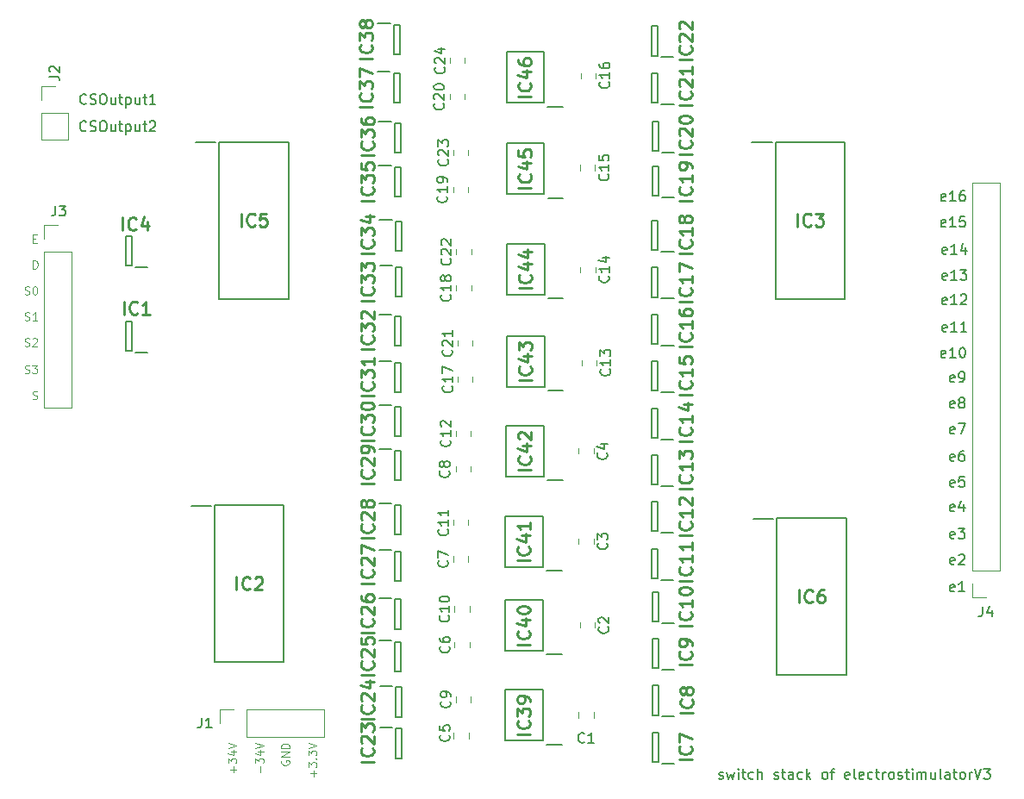
<source format=gbr>
%TF.GenerationSoftware,KiCad,Pcbnew,7.0.6-0*%
%TF.CreationDate,2024-01-17T10:16:55-05:00*%
%TF.ProjectId,SwitchingV3,53776974-6368-4696-9e67-56332e6b6963,rev?*%
%TF.SameCoordinates,Original*%
%TF.FileFunction,Legend,Top*%
%TF.FilePolarity,Positive*%
%FSLAX46Y46*%
G04 Gerber Fmt 4.6, Leading zero omitted, Abs format (unit mm)*
G04 Created by KiCad (PCBNEW 7.0.6-0) date 2024-01-17 10:16:55*
%MOMM*%
%LPD*%
G01*
G04 APERTURE LIST*
%ADD10C,0.100000*%
%ADD11C,0.150000*%
%ADD12C,0.200000*%
%ADD13C,0.254000*%
%ADD14C,0.120000*%
G04 APERTURE END LIST*
D10*
X116305133Y-142237734D02*
X116305133Y-141628211D01*
X116609895Y-141932972D02*
X116000371Y-141932972D01*
X115809895Y-141323449D02*
X115809895Y-140828211D01*
X115809895Y-140828211D02*
X116114657Y-141094877D01*
X116114657Y-141094877D02*
X116114657Y-140980592D01*
X116114657Y-140980592D02*
X116152752Y-140904401D01*
X116152752Y-140904401D02*
X116190847Y-140866306D01*
X116190847Y-140866306D02*
X116267038Y-140828211D01*
X116267038Y-140828211D02*
X116457514Y-140828211D01*
X116457514Y-140828211D02*
X116533704Y-140866306D01*
X116533704Y-140866306D02*
X116571800Y-140904401D01*
X116571800Y-140904401D02*
X116609895Y-140980592D01*
X116609895Y-140980592D02*
X116609895Y-141209163D01*
X116609895Y-141209163D02*
X116571800Y-141285354D01*
X116571800Y-141285354D02*
X116533704Y-141323449D01*
X116076561Y-140142496D02*
X116609895Y-140142496D01*
X115771800Y-140332972D02*
X116343228Y-140523449D01*
X116343228Y-140523449D02*
X116343228Y-140028210D01*
X115809895Y-139837734D02*
X116609895Y-139571067D01*
X116609895Y-139571067D02*
X115809895Y-139304401D01*
D11*
X186264731Y-88595200D02*
X186169493Y-88642819D01*
X186169493Y-88642819D02*
X185979017Y-88642819D01*
X185979017Y-88642819D02*
X185883779Y-88595200D01*
X185883779Y-88595200D02*
X185836160Y-88499961D01*
X185836160Y-88499961D02*
X185836160Y-88119009D01*
X185836160Y-88119009D02*
X185883779Y-88023771D01*
X185883779Y-88023771D02*
X185979017Y-87976152D01*
X185979017Y-87976152D02*
X186169493Y-87976152D01*
X186169493Y-87976152D02*
X186264731Y-88023771D01*
X186264731Y-88023771D02*
X186312350Y-88119009D01*
X186312350Y-88119009D02*
X186312350Y-88214247D01*
X186312350Y-88214247D02*
X185836160Y-88309485D01*
X187264731Y-88642819D02*
X186693303Y-88642819D01*
X186979017Y-88642819D02*
X186979017Y-87642819D01*
X186979017Y-87642819D02*
X186883779Y-87785676D01*
X186883779Y-87785676D02*
X186788541Y-87880914D01*
X186788541Y-87880914D02*
X186693303Y-87928533D01*
X188169493Y-87642819D02*
X187693303Y-87642819D01*
X187693303Y-87642819D02*
X187645684Y-88119009D01*
X187645684Y-88119009D02*
X187693303Y-88071390D01*
X187693303Y-88071390D02*
X187788541Y-88023771D01*
X187788541Y-88023771D02*
X188026636Y-88023771D01*
X188026636Y-88023771D02*
X188121874Y-88071390D01*
X188121874Y-88071390D02*
X188169493Y-88119009D01*
X188169493Y-88119009D02*
X188217112Y-88214247D01*
X188217112Y-88214247D02*
X188217112Y-88452342D01*
X188217112Y-88452342D02*
X188169493Y-88547580D01*
X188169493Y-88547580D02*
X188121874Y-88595200D01*
X188121874Y-88595200D02*
X188026636Y-88642819D01*
X188026636Y-88642819D02*
X187788541Y-88642819D01*
X187788541Y-88642819D02*
X187693303Y-88595200D01*
X187693303Y-88595200D02*
X187645684Y-88547580D01*
D10*
X95849169Y-97775800D02*
X95963455Y-97813895D01*
X95963455Y-97813895D02*
X96153931Y-97813895D01*
X96153931Y-97813895D02*
X96230122Y-97775800D01*
X96230122Y-97775800D02*
X96268217Y-97737704D01*
X96268217Y-97737704D02*
X96306312Y-97661514D01*
X96306312Y-97661514D02*
X96306312Y-97585323D01*
X96306312Y-97585323D02*
X96268217Y-97509133D01*
X96268217Y-97509133D02*
X96230122Y-97471038D01*
X96230122Y-97471038D02*
X96153931Y-97432942D01*
X96153931Y-97432942D02*
X96001550Y-97394847D01*
X96001550Y-97394847D02*
X95925360Y-97356752D01*
X95925360Y-97356752D02*
X95887265Y-97318657D01*
X95887265Y-97318657D02*
X95849169Y-97242466D01*
X95849169Y-97242466D02*
X95849169Y-97166276D01*
X95849169Y-97166276D02*
X95887265Y-97090085D01*
X95887265Y-97090085D02*
X95925360Y-97051990D01*
X95925360Y-97051990D02*
X96001550Y-97013895D01*
X96001550Y-97013895D02*
X96192027Y-97013895D01*
X96192027Y-97013895D02*
X96306312Y-97051990D01*
X97068217Y-97813895D02*
X96611074Y-97813895D01*
X96839646Y-97813895D02*
X96839646Y-97013895D01*
X96839646Y-97013895D02*
X96763455Y-97128180D01*
X96763455Y-97128180D02*
X96687265Y-97204371D01*
X96687265Y-97204371D02*
X96611074Y-97242466D01*
X96649265Y-92733895D02*
X96649265Y-91933895D01*
X96649265Y-91933895D02*
X96839741Y-91933895D01*
X96839741Y-91933895D02*
X96954027Y-91971990D01*
X96954027Y-91971990D02*
X97030217Y-92048180D01*
X97030217Y-92048180D02*
X97068312Y-92124371D01*
X97068312Y-92124371D02*
X97106408Y-92276752D01*
X97106408Y-92276752D02*
X97106408Y-92391038D01*
X97106408Y-92391038D02*
X97068312Y-92543419D01*
X97068312Y-92543419D02*
X97030217Y-92619609D01*
X97030217Y-92619609D02*
X96954027Y-92695800D01*
X96954027Y-92695800D02*
X96839741Y-92733895D01*
X96839741Y-92733895D02*
X96649265Y-92733895D01*
D11*
X186391731Y-91262200D02*
X186296493Y-91309819D01*
X186296493Y-91309819D02*
X186106017Y-91309819D01*
X186106017Y-91309819D02*
X186010779Y-91262200D01*
X186010779Y-91262200D02*
X185963160Y-91166961D01*
X185963160Y-91166961D02*
X185963160Y-90786009D01*
X185963160Y-90786009D02*
X186010779Y-90690771D01*
X186010779Y-90690771D02*
X186106017Y-90643152D01*
X186106017Y-90643152D02*
X186296493Y-90643152D01*
X186296493Y-90643152D02*
X186391731Y-90690771D01*
X186391731Y-90690771D02*
X186439350Y-90786009D01*
X186439350Y-90786009D02*
X186439350Y-90881247D01*
X186439350Y-90881247D02*
X185963160Y-90976485D01*
X187391731Y-91309819D02*
X186820303Y-91309819D01*
X187106017Y-91309819D02*
X187106017Y-90309819D01*
X187106017Y-90309819D02*
X187010779Y-90452676D01*
X187010779Y-90452676D02*
X186915541Y-90547914D01*
X186915541Y-90547914D02*
X186820303Y-90595533D01*
X188248874Y-90643152D02*
X188248874Y-91309819D01*
X188010779Y-90262200D02*
X187772684Y-90976485D01*
X187772684Y-90976485D02*
X188391731Y-90976485D01*
X187153731Y-111582200D02*
X187058493Y-111629819D01*
X187058493Y-111629819D02*
X186868017Y-111629819D01*
X186868017Y-111629819D02*
X186772779Y-111582200D01*
X186772779Y-111582200D02*
X186725160Y-111486961D01*
X186725160Y-111486961D02*
X186725160Y-111106009D01*
X186725160Y-111106009D02*
X186772779Y-111010771D01*
X186772779Y-111010771D02*
X186868017Y-110963152D01*
X186868017Y-110963152D02*
X187058493Y-110963152D01*
X187058493Y-110963152D02*
X187153731Y-111010771D01*
X187153731Y-111010771D02*
X187201350Y-111106009D01*
X187201350Y-111106009D02*
X187201350Y-111201247D01*
X187201350Y-111201247D02*
X186725160Y-111296485D01*
X188058493Y-110629819D02*
X187868017Y-110629819D01*
X187868017Y-110629819D02*
X187772779Y-110677438D01*
X187772779Y-110677438D02*
X187725160Y-110725057D01*
X187725160Y-110725057D02*
X187629922Y-110867914D01*
X187629922Y-110867914D02*
X187582303Y-111058390D01*
X187582303Y-111058390D02*
X187582303Y-111439342D01*
X187582303Y-111439342D02*
X187629922Y-111534580D01*
X187629922Y-111534580D02*
X187677541Y-111582200D01*
X187677541Y-111582200D02*
X187772779Y-111629819D01*
X187772779Y-111629819D02*
X187963255Y-111629819D01*
X187963255Y-111629819D02*
X188058493Y-111582200D01*
X188058493Y-111582200D02*
X188106112Y-111534580D01*
X188106112Y-111534580D02*
X188153731Y-111439342D01*
X188153731Y-111439342D02*
X188153731Y-111201247D01*
X188153731Y-111201247D02*
X188106112Y-111106009D01*
X188106112Y-111106009D02*
X188058493Y-111058390D01*
X188058493Y-111058390D02*
X187963255Y-111010771D01*
X187963255Y-111010771D02*
X187772779Y-111010771D01*
X187772779Y-111010771D02*
X187677541Y-111058390D01*
X187677541Y-111058390D02*
X187629922Y-111106009D01*
X187629922Y-111106009D02*
X187582303Y-111201247D01*
X186264731Y-101422200D02*
X186169493Y-101469819D01*
X186169493Y-101469819D02*
X185979017Y-101469819D01*
X185979017Y-101469819D02*
X185883779Y-101422200D01*
X185883779Y-101422200D02*
X185836160Y-101326961D01*
X185836160Y-101326961D02*
X185836160Y-100946009D01*
X185836160Y-100946009D02*
X185883779Y-100850771D01*
X185883779Y-100850771D02*
X185979017Y-100803152D01*
X185979017Y-100803152D02*
X186169493Y-100803152D01*
X186169493Y-100803152D02*
X186264731Y-100850771D01*
X186264731Y-100850771D02*
X186312350Y-100946009D01*
X186312350Y-100946009D02*
X186312350Y-101041247D01*
X186312350Y-101041247D02*
X185836160Y-101136485D01*
X187264731Y-101469819D02*
X186693303Y-101469819D01*
X186979017Y-101469819D02*
X186979017Y-100469819D01*
X186979017Y-100469819D02*
X186883779Y-100612676D01*
X186883779Y-100612676D02*
X186788541Y-100707914D01*
X186788541Y-100707914D02*
X186693303Y-100755533D01*
X187883779Y-100469819D02*
X187979017Y-100469819D01*
X187979017Y-100469819D02*
X188074255Y-100517438D01*
X188074255Y-100517438D02*
X188121874Y-100565057D01*
X188121874Y-100565057D02*
X188169493Y-100660295D01*
X188169493Y-100660295D02*
X188217112Y-100850771D01*
X188217112Y-100850771D02*
X188217112Y-101088866D01*
X188217112Y-101088866D02*
X188169493Y-101279342D01*
X188169493Y-101279342D02*
X188121874Y-101374580D01*
X188121874Y-101374580D02*
X188074255Y-101422200D01*
X188074255Y-101422200D02*
X187979017Y-101469819D01*
X187979017Y-101469819D02*
X187883779Y-101469819D01*
X187883779Y-101469819D02*
X187788541Y-101422200D01*
X187788541Y-101422200D02*
X187740922Y-101374580D01*
X187740922Y-101374580D02*
X187693303Y-101279342D01*
X187693303Y-101279342D02*
X187645684Y-101088866D01*
X187645684Y-101088866D02*
X187645684Y-100850771D01*
X187645684Y-100850771D02*
X187693303Y-100660295D01*
X187693303Y-100660295D02*
X187740922Y-100565057D01*
X187740922Y-100565057D02*
X187788541Y-100517438D01*
X187788541Y-100517438D02*
X187883779Y-100469819D01*
X186391731Y-93802200D02*
X186296493Y-93849819D01*
X186296493Y-93849819D02*
X186106017Y-93849819D01*
X186106017Y-93849819D02*
X186010779Y-93802200D01*
X186010779Y-93802200D02*
X185963160Y-93706961D01*
X185963160Y-93706961D02*
X185963160Y-93326009D01*
X185963160Y-93326009D02*
X186010779Y-93230771D01*
X186010779Y-93230771D02*
X186106017Y-93183152D01*
X186106017Y-93183152D02*
X186296493Y-93183152D01*
X186296493Y-93183152D02*
X186391731Y-93230771D01*
X186391731Y-93230771D02*
X186439350Y-93326009D01*
X186439350Y-93326009D02*
X186439350Y-93421247D01*
X186439350Y-93421247D02*
X185963160Y-93516485D01*
X187391731Y-93849819D02*
X186820303Y-93849819D01*
X187106017Y-93849819D02*
X187106017Y-92849819D01*
X187106017Y-92849819D02*
X187010779Y-92992676D01*
X187010779Y-92992676D02*
X186915541Y-93087914D01*
X186915541Y-93087914D02*
X186820303Y-93135533D01*
X187725065Y-92849819D02*
X188344112Y-92849819D01*
X188344112Y-92849819D02*
X188010779Y-93230771D01*
X188010779Y-93230771D02*
X188153636Y-93230771D01*
X188153636Y-93230771D02*
X188248874Y-93278390D01*
X188248874Y-93278390D02*
X188296493Y-93326009D01*
X188296493Y-93326009D02*
X188344112Y-93421247D01*
X188344112Y-93421247D02*
X188344112Y-93659342D01*
X188344112Y-93659342D02*
X188296493Y-93754580D01*
X188296493Y-93754580D02*
X188248874Y-93802200D01*
X188248874Y-93802200D02*
X188153636Y-93849819D01*
X188153636Y-93849819D02*
X187867922Y-93849819D01*
X187867922Y-93849819D02*
X187772684Y-93802200D01*
X187772684Y-93802200D02*
X187725065Y-93754580D01*
X101873207Y-79149580D02*
X101825588Y-79197200D01*
X101825588Y-79197200D02*
X101682731Y-79244819D01*
X101682731Y-79244819D02*
X101587493Y-79244819D01*
X101587493Y-79244819D02*
X101444636Y-79197200D01*
X101444636Y-79197200D02*
X101349398Y-79101961D01*
X101349398Y-79101961D02*
X101301779Y-79006723D01*
X101301779Y-79006723D02*
X101254160Y-78816247D01*
X101254160Y-78816247D02*
X101254160Y-78673390D01*
X101254160Y-78673390D02*
X101301779Y-78482914D01*
X101301779Y-78482914D02*
X101349398Y-78387676D01*
X101349398Y-78387676D02*
X101444636Y-78292438D01*
X101444636Y-78292438D02*
X101587493Y-78244819D01*
X101587493Y-78244819D02*
X101682731Y-78244819D01*
X101682731Y-78244819D02*
X101825588Y-78292438D01*
X101825588Y-78292438D02*
X101873207Y-78340057D01*
X102254160Y-79197200D02*
X102397017Y-79244819D01*
X102397017Y-79244819D02*
X102635112Y-79244819D01*
X102635112Y-79244819D02*
X102730350Y-79197200D01*
X102730350Y-79197200D02*
X102777969Y-79149580D01*
X102777969Y-79149580D02*
X102825588Y-79054342D01*
X102825588Y-79054342D02*
X102825588Y-78959104D01*
X102825588Y-78959104D02*
X102777969Y-78863866D01*
X102777969Y-78863866D02*
X102730350Y-78816247D01*
X102730350Y-78816247D02*
X102635112Y-78768628D01*
X102635112Y-78768628D02*
X102444636Y-78721009D01*
X102444636Y-78721009D02*
X102349398Y-78673390D01*
X102349398Y-78673390D02*
X102301779Y-78625771D01*
X102301779Y-78625771D02*
X102254160Y-78530533D01*
X102254160Y-78530533D02*
X102254160Y-78435295D01*
X102254160Y-78435295D02*
X102301779Y-78340057D01*
X102301779Y-78340057D02*
X102349398Y-78292438D01*
X102349398Y-78292438D02*
X102444636Y-78244819D01*
X102444636Y-78244819D02*
X102682731Y-78244819D01*
X102682731Y-78244819D02*
X102825588Y-78292438D01*
X103444636Y-78244819D02*
X103635112Y-78244819D01*
X103635112Y-78244819D02*
X103730350Y-78292438D01*
X103730350Y-78292438D02*
X103825588Y-78387676D01*
X103825588Y-78387676D02*
X103873207Y-78578152D01*
X103873207Y-78578152D02*
X103873207Y-78911485D01*
X103873207Y-78911485D02*
X103825588Y-79101961D01*
X103825588Y-79101961D02*
X103730350Y-79197200D01*
X103730350Y-79197200D02*
X103635112Y-79244819D01*
X103635112Y-79244819D02*
X103444636Y-79244819D01*
X103444636Y-79244819D02*
X103349398Y-79197200D01*
X103349398Y-79197200D02*
X103254160Y-79101961D01*
X103254160Y-79101961D02*
X103206541Y-78911485D01*
X103206541Y-78911485D02*
X103206541Y-78578152D01*
X103206541Y-78578152D02*
X103254160Y-78387676D01*
X103254160Y-78387676D02*
X103349398Y-78292438D01*
X103349398Y-78292438D02*
X103444636Y-78244819D01*
X104730350Y-78578152D02*
X104730350Y-79244819D01*
X104301779Y-78578152D02*
X104301779Y-79101961D01*
X104301779Y-79101961D02*
X104349398Y-79197200D01*
X104349398Y-79197200D02*
X104444636Y-79244819D01*
X104444636Y-79244819D02*
X104587493Y-79244819D01*
X104587493Y-79244819D02*
X104682731Y-79197200D01*
X104682731Y-79197200D02*
X104730350Y-79149580D01*
X105063684Y-78578152D02*
X105444636Y-78578152D01*
X105206541Y-78244819D02*
X105206541Y-79101961D01*
X105206541Y-79101961D02*
X105254160Y-79197200D01*
X105254160Y-79197200D02*
X105349398Y-79244819D01*
X105349398Y-79244819D02*
X105444636Y-79244819D01*
X105777970Y-78578152D02*
X105777970Y-79578152D01*
X105777970Y-78625771D02*
X105873208Y-78578152D01*
X105873208Y-78578152D02*
X106063684Y-78578152D01*
X106063684Y-78578152D02*
X106158922Y-78625771D01*
X106158922Y-78625771D02*
X106206541Y-78673390D01*
X106206541Y-78673390D02*
X106254160Y-78768628D01*
X106254160Y-78768628D02*
X106254160Y-79054342D01*
X106254160Y-79054342D02*
X106206541Y-79149580D01*
X106206541Y-79149580D02*
X106158922Y-79197200D01*
X106158922Y-79197200D02*
X106063684Y-79244819D01*
X106063684Y-79244819D02*
X105873208Y-79244819D01*
X105873208Y-79244819D02*
X105777970Y-79197200D01*
X107111303Y-78578152D02*
X107111303Y-79244819D01*
X106682732Y-78578152D02*
X106682732Y-79101961D01*
X106682732Y-79101961D02*
X106730351Y-79197200D01*
X106730351Y-79197200D02*
X106825589Y-79244819D01*
X106825589Y-79244819D02*
X106968446Y-79244819D01*
X106968446Y-79244819D02*
X107063684Y-79197200D01*
X107063684Y-79197200D02*
X107111303Y-79149580D01*
X107444637Y-78578152D02*
X107825589Y-78578152D01*
X107587494Y-78244819D02*
X107587494Y-79101961D01*
X107587494Y-79101961D02*
X107635113Y-79197200D01*
X107635113Y-79197200D02*
X107730351Y-79244819D01*
X107730351Y-79244819D02*
X107825589Y-79244819D01*
X108111304Y-78340057D02*
X108158923Y-78292438D01*
X108158923Y-78292438D02*
X108254161Y-78244819D01*
X108254161Y-78244819D02*
X108492256Y-78244819D01*
X108492256Y-78244819D02*
X108587494Y-78292438D01*
X108587494Y-78292438D02*
X108635113Y-78340057D01*
X108635113Y-78340057D02*
X108682732Y-78435295D01*
X108682732Y-78435295D02*
X108682732Y-78530533D01*
X108682732Y-78530533D02*
X108635113Y-78673390D01*
X108635113Y-78673390D02*
X108063685Y-79244819D01*
X108063685Y-79244819D02*
X108682732Y-79244819D01*
X186264731Y-86055200D02*
X186169493Y-86102819D01*
X186169493Y-86102819D02*
X185979017Y-86102819D01*
X185979017Y-86102819D02*
X185883779Y-86055200D01*
X185883779Y-86055200D02*
X185836160Y-85959961D01*
X185836160Y-85959961D02*
X185836160Y-85579009D01*
X185836160Y-85579009D02*
X185883779Y-85483771D01*
X185883779Y-85483771D02*
X185979017Y-85436152D01*
X185979017Y-85436152D02*
X186169493Y-85436152D01*
X186169493Y-85436152D02*
X186264731Y-85483771D01*
X186264731Y-85483771D02*
X186312350Y-85579009D01*
X186312350Y-85579009D02*
X186312350Y-85674247D01*
X186312350Y-85674247D02*
X185836160Y-85769485D01*
X187264731Y-86102819D02*
X186693303Y-86102819D01*
X186979017Y-86102819D02*
X186979017Y-85102819D01*
X186979017Y-85102819D02*
X186883779Y-85245676D01*
X186883779Y-85245676D02*
X186788541Y-85340914D01*
X186788541Y-85340914D02*
X186693303Y-85388533D01*
X188121874Y-85102819D02*
X187931398Y-85102819D01*
X187931398Y-85102819D02*
X187836160Y-85150438D01*
X187836160Y-85150438D02*
X187788541Y-85198057D01*
X187788541Y-85198057D02*
X187693303Y-85340914D01*
X187693303Y-85340914D02*
X187645684Y-85531390D01*
X187645684Y-85531390D02*
X187645684Y-85912342D01*
X187645684Y-85912342D02*
X187693303Y-86007580D01*
X187693303Y-86007580D02*
X187740922Y-86055200D01*
X187740922Y-86055200D02*
X187836160Y-86102819D01*
X187836160Y-86102819D02*
X188026636Y-86102819D01*
X188026636Y-86102819D02*
X188121874Y-86055200D01*
X188121874Y-86055200D02*
X188169493Y-86007580D01*
X188169493Y-86007580D02*
X188217112Y-85912342D01*
X188217112Y-85912342D02*
X188217112Y-85674247D01*
X188217112Y-85674247D02*
X188169493Y-85579009D01*
X188169493Y-85579009D02*
X188121874Y-85531390D01*
X188121874Y-85531390D02*
X188026636Y-85483771D01*
X188026636Y-85483771D02*
X187836160Y-85483771D01*
X187836160Y-85483771D02*
X187740922Y-85531390D01*
X187740922Y-85531390D02*
X187693303Y-85579009D01*
X187693303Y-85579009D02*
X187645684Y-85674247D01*
D10*
X95849169Y-100315800D02*
X95963455Y-100353895D01*
X95963455Y-100353895D02*
X96153931Y-100353895D01*
X96153931Y-100353895D02*
X96230122Y-100315800D01*
X96230122Y-100315800D02*
X96268217Y-100277704D01*
X96268217Y-100277704D02*
X96306312Y-100201514D01*
X96306312Y-100201514D02*
X96306312Y-100125323D01*
X96306312Y-100125323D02*
X96268217Y-100049133D01*
X96268217Y-100049133D02*
X96230122Y-100011038D01*
X96230122Y-100011038D02*
X96153931Y-99972942D01*
X96153931Y-99972942D02*
X96001550Y-99934847D01*
X96001550Y-99934847D02*
X95925360Y-99896752D01*
X95925360Y-99896752D02*
X95887265Y-99858657D01*
X95887265Y-99858657D02*
X95849169Y-99782466D01*
X95849169Y-99782466D02*
X95849169Y-99706276D01*
X95849169Y-99706276D02*
X95887265Y-99630085D01*
X95887265Y-99630085D02*
X95925360Y-99591990D01*
X95925360Y-99591990D02*
X96001550Y-99553895D01*
X96001550Y-99553895D02*
X96192027Y-99553895D01*
X96192027Y-99553895D02*
X96306312Y-99591990D01*
X96611074Y-99630085D02*
X96649170Y-99591990D01*
X96649170Y-99591990D02*
X96725360Y-99553895D01*
X96725360Y-99553895D02*
X96915836Y-99553895D01*
X96915836Y-99553895D02*
X96992027Y-99591990D01*
X96992027Y-99591990D02*
X97030122Y-99630085D01*
X97030122Y-99630085D02*
X97068217Y-99706276D01*
X97068217Y-99706276D02*
X97068217Y-99782466D01*
X97068217Y-99782466D02*
X97030122Y-99896752D01*
X97030122Y-99896752D02*
X96572979Y-100353895D01*
X96572979Y-100353895D02*
X97068217Y-100353895D01*
D11*
X186391731Y-98882200D02*
X186296493Y-98929819D01*
X186296493Y-98929819D02*
X186106017Y-98929819D01*
X186106017Y-98929819D02*
X186010779Y-98882200D01*
X186010779Y-98882200D02*
X185963160Y-98786961D01*
X185963160Y-98786961D02*
X185963160Y-98406009D01*
X185963160Y-98406009D02*
X186010779Y-98310771D01*
X186010779Y-98310771D02*
X186106017Y-98263152D01*
X186106017Y-98263152D02*
X186296493Y-98263152D01*
X186296493Y-98263152D02*
X186391731Y-98310771D01*
X186391731Y-98310771D02*
X186439350Y-98406009D01*
X186439350Y-98406009D02*
X186439350Y-98501247D01*
X186439350Y-98501247D02*
X185963160Y-98596485D01*
X187391731Y-98929819D02*
X186820303Y-98929819D01*
X187106017Y-98929819D02*
X187106017Y-97929819D01*
X187106017Y-97929819D02*
X187010779Y-98072676D01*
X187010779Y-98072676D02*
X186915541Y-98167914D01*
X186915541Y-98167914D02*
X186820303Y-98215533D01*
X188344112Y-98929819D02*
X187772684Y-98929819D01*
X188058398Y-98929819D02*
X188058398Y-97929819D01*
X188058398Y-97929819D02*
X187963160Y-98072676D01*
X187963160Y-98072676D02*
X187867922Y-98167914D01*
X187867922Y-98167914D02*
X187772684Y-98215533D01*
D10*
X124179133Y-142618734D02*
X124179133Y-142009211D01*
X124483895Y-142313972D02*
X123874371Y-142313972D01*
X123683895Y-141704449D02*
X123683895Y-141209211D01*
X123683895Y-141209211D02*
X123988657Y-141475877D01*
X123988657Y-141475877D02*
X123988657Y-141361592D01*
X123988657Y-141361592D02*
X124026752Y-141285401D01*
X124026752Y-141285401D02*
X124064847Y-141247306D01*
X124064847Y-141247306D02*
X124141038Y-141209211D01*
X124141038Y-141209211D02*
X124331514Y-141209211D01*
X124331514Y-141209211D02*
X124407704Y-141247306D01*
X124407704Y-141247306D02*
X124445800Y-141285401D01*
X124445800Y-141285401D02*
X124483895Y-141361592D01*
X124483895Y-141361592D02*
X124483895Y-141590163D01*
X124483895Y-141590163D02*
X124445800Y-141666354D01*
X124445800Y-141666354D02*
X124407704Y-141704449D01*
X124407704Y-140866353D02*
X124445800Y-140828258D01*
X124445800Y-140828258D02*
X124483895Y-140866353D01*
X124483895Y-140866353D02*
X124445800Y-140904449D01*
X124445800Y-140904449D02*
X124407704Y-140866353D01*
X124407704Y-140866353D02*
X124483895Y-140866353D01*
X123683895Y-140561592D02*
X123683895Y-140066354D01*
X123683895Y-140066354D02*
X123988657Y-140333020D01*
X123988657Y-140333020D02*
X123988657Y-140218735D01*
X123988657Y-140218735D02*
X124026752Y-140142544D01*
X124026752Y-140142544D02*
X124064847Y-140104449D01*
X124064847Y-140104449D02*
X124141038Y-140066354D01*
X124141038Y-140066354D02*
X124331514Y-140066354D01*
X124331514Y-140066354D02*
X124407704Y-140104449D01*
X124407704Y-140104449D02*
X124445800Y-140142544D01*
X124445800Y-140142544D02*
X124483895Y-140218735D01*
X124483895Y-140218735D02*
X124483895Y-140447306D01*
X124483895Y-140447306D02*
X124445800Y-140523497D01*
X124445800Y-140523497D02*
X124407704Y-140561592D01*
X123683895Y-139837782D02*
X124483895Y-139571115D01*
X124483895Y-139571115D02*
X123683895Y-139304449D01*
D12*
X164025054Y-142821600D02*
X164120292Y-142869219D01*
X164120292Y-142869219D02*
X164310768Y-142869219D01*
X164310768Y-142869219D02*
X164406006Y-142821600D01*
X164406006Y-142821600D02*
X164453625Y-142726361D01*
X164453625Y-142726361D02*
X164453625Y-142678742D01*
X164453625Y-142678742D02*
X164406006Y-142583504D01*
X164406006Y-142583504D02*
X164310768Y-142535885D01*
X164310768Y-142535885D02*
X164167911Y-142535885D01*
X164167911Y-142535885D02*
X164072673Y-142488266D01*
X164072673Y-142488266D02*
X164025054Y-142393028D01*
X164025054Y-142393028D02*
X164025054Y-142345409D01*
X164025054Y-142345409D02*
X164072673Y-142250171D01*
X164072673Y-142250171D02*
X164167911Y-142202552D01*
X164167911Y-142202552D02*
X164310768Y-142202552D01*
X164310768Y-142202552D02*
X164406006Y-142250171D01*
X164786959Y-142202552D02*
X164977435Y-142869219D01*
X164977435Y-142869219D02*
X165167911Y-142393028D01*
X165167911Y-142393028D02*
X165358387Y-142869219D01*
X165358387Y-142869219D02*
X165548863Y-142202552D01*
X165929816Y-142869219D02*
X165929816Y-142202552D01*
X165929816Y-141869219D02*
X165882197Y-141916838D01*
X165882197Y-141916838D02*
X165929816Y-141964457D01*
X165929816Y-141964457D02*
X165977435Y-141916838D01*
X165977435Y-141916838D02*
X165929816Y-141869219D01*
X165929816Y-141869219D02*
X165929816Y-141964457D01*
X166263149Y-142202552D02*
X166644101Y-142202552D01*
X166406006Y-141869219D02*
X166406006Y-142726361D01*
X166406006Y-142726361D02*
X166453625Y-142821600D01*
X166453625Y-142821600D02*
X166548863Y-142869219D01*
X166548863Y-142869219D02*
X166644101Y-142869219D01*
X167406006Y-142821600D02*
X167310768Y-142869219D01*
X167310768Y-142869219D02*
X167120292Y-142869219D01*
X167120292Y-142869219D02*
X167025054Y-142821600D01*
X167025054Y-142821600D02*
X166977435Y-142773980D01*
X166977435Y-142773980D02*
X166929816Y-142678742D01*
X166929816Y-142678742D02*
X166929816Y-142393028D01*
X166929816Y-142393028D02*
X166977435Y-142297790D01*
X166977435Y-142297790D02*
X167025054Y-142250171D01*
X167025054Y-142250171D02*
X167120292Y-142202552D01*
X167120292Y-142202552D02*
X167310768Y-142202552D01*
X167310768Y-142202552D02*
X167406006Y-142250171D01*
X167834578Y-142869219D02*
X167834578Y-141869219D01*
X168263149Y-142869219D02*
X168263149Y-142345409D01*
X168263149Y-142345409D02*
X168215530Y-142250171D01*
X168215530Y-142250171D02*
X168120292Y-142202552D01*
X168120292Y-142202552D02*
X167977435Y-142202552D01*
X167977435Y-142202552D02*
X167882197Y-142250171D01*
X167882197Y-142250171D02*
X167834578Y-142297790D01*
X169453626Y-142821600D02*
X169548864Y-142869219D01*
X169548864Y-142869219D02*
X169739340Y-142869219D01*
X169739340Y-142869219D02*
X169834578Y-142821600D01*
X169834578Y-142821600D02*
X169882197Y-142726361D01*
X169882197Y-142726361D02*
X169882197Y-142678742D01*
X169882197Y-142678742D02*
X169834578Y-142583504D01*
X169834578Y-142583504D02*
X169739340Y-142535885D01*
X169739340Y-142535885D02*
X169596483Y-142535885D01*
X169596483Y-142535885D02*
X169501245Y-142488266D01*
X169501245Y-142488266D02*
X169453626Y-142393028D01*
X169453626Y-142393028D02*
X169453626Y-142345409D01*
X169453626Y-142345409D02*
X169501245Y-142250171D01*
X169501245Y-142250171D02*
X169596483Y-142202552D01*
X169596483Y-142202552D02*
X169739340Y-142202552D01*
X169739340Y-142202552D02*
X169834578Y-142250171D01*
X170167912Y-142202552D02*
X170548864Y-142202552D01*
X170310769Y-141869219D02*
X170310769Y-142726361D01*
X170310769Y-142726361D02*
X170358388Y-142821600D01*
X170358388Y-142821600D02*
X170453626Y-142869219D01*
X170453626Y-142869219D02*
X170548864Y-142869219D01*
X171310769Y-142869219D02*
X171310769Y-142345409D01*
X171310769Y-142345409D02*
X171263150Y-142250171D01*
X171263150Y-142250171D02*
X171167912Y-142202552D01*
X171167912Y-142202552D02*
X170977436Y-142202552D01*
X170977436Y-142202552D02*
X170882198Y-142250171D01*
X171310769Y-142821600D02*
X171215531Y-142869219D01*
X171215531Y-142869219D02*
X170977436Y-142869219D01*
X170977436Y-142869219D02*
X170882198Y-142821600D01*
X170882198Y-142821600D02*
X170834579Y-142726361D01*
X170834579Y-142726361D02*
X170834579Y-142631123D01*
X170834579Y-142631123D02*
X170882198Y-142535885D01*
X170882198Y-142535885D02*
X170977436Y-142488266D01*
X170977436Y-142488266D02*
X171215531Y-142488266D01*
X171215531Y-142488266D02*
X171310769Y-142440647D01*
X172215531Y-142821600D02*
X172120293Y-142869219D01*
X172120293Y-142869219D02*
X171929817Y-142869219D01*
X171929817Y-142869219D02*
X171834579Y-142821600D01*
X171834579Y-142821600D02*
X171786960Y-142773980D01*
X171786960Y-142773980D02*
X171739341Y-142678742D01*
X171739341Y-142678742D02*
X171739341Y-142393028D01*
X171739341Y-142393028D02*
X171786960Y-142297790D01*
X171786960Y-142297790D02*
X171834579Y-142250171D01*
X171834579Y-142250171D02*
X171929817Y-142202552D01*
X171929817Y-142202552D02*
X172120293Y-142202552D01*
X172120293Y-142202552D02*
X172215531Y-142250171D01*
X172644103Y-142869219D02*
X172644103Y-141869219D01*
X172739341Y-142488266D02*
X173025055Y-142869219D01*
X173025055Y-142202552D02*
X172644103Y-142583504D01*
X174358389Y-142869219D02*
X174263151Y-142821600D01*
X174263151Y-142821600D02*
X174215532Y-142773980D01*
X174215532Y-142773980D02*
X174167913Y-142678742D01*
X174167913Y-142678742D02*
X174167913Y-142393028D01*
X174167913Y-142393028D02*
X174215532Y-142297790D01*
X174215532Y-142297790D02*
X174263151Y-142250171D01*
X174263151Y-142250171D02*
X174358389Y-142202552D01*
X174358389Y-142202552D02*
X174501246Y-142202552D01*
X174501246Y-142202552D02*
X174596484Y-142250171D01*
X174596484Y-142250171D02*
X174644103Y-142297790D01*
X174644103Y-142297790D02*
X174691722Y-142393028D01*
X174691722Y-142393028D02*
X174691722Y-142678742D01*
X174691722Y-142678742D02*
X174644103Y-142773980D01*
X174644103Y-142773980D02*
X174596484Y-142821600D01*
X174596484Y-142821600D02*
X174501246Y-142869219D01*
X174501246Y-142869219D02*
X174358389Y-142869219D01*
X174977437Y-142202552D02*
X175358389Y-142202552D01*
X175120294Y-142869219D02*
X175120294Y-142012076D01*
X175120294Y-142012076D02*
X175167913Y-141916838D01*
X175167913Y-141916838D02*
X175263151Y-141869219D01*
X175263151Y-141869219D02*
X175358389Y-141869219D01*
X176834580Y-142821600D02*
X176739342Y-142869219D01*
X176739342Y-142869219D02*
X176548866Y-142869219D01*
X176548866Y-142869219D02*
X176453628Y-142821600D01*
X176453628Y-142821600D02*
X176406009Y-142726361D01*
X176406009Y-142726361D02*
X176406009Y-142345409D01*
X176406009Y-142345409D02*
X176453628Y-142250171D01*
X176453628Y-142250171D02*
X176548866Y-142202552D01*
X176548866Y-142202552D02*
X176739342Y-142202552D01*
X176739342Y-142202552D02*
X176834580Y-142250171D01*
X176834580Y-142250171D02*
X176882199Y-142345409D01*
X176882199Y-142345409D02*
X176882199Y-142440647D01*
X176882199Y-142440647D02*
X176406009Y-142535885D01*
X177453628Y-142869219D02*
X177358390Y-142821600D01*
X177358390Y-142821600D02*
X177310771Y-142726361D01*
X177310771Y-142726361D02*
X177310771Y-141869219D01*
X178215533Y-142821600D02*
X178120295Y-142869219D01*
X178120295Y-142869219D02*
X177929819Y-142869219D01*
X177929819Y-142869219D02*
X177834581Y-142821600D01*
X177834581Y-142821600D02*
X177786962Y-142726361D01*
X177786962Y-142726361D02*
X177786962Y-142345409D01*
X177786962Y-142345409D02*
X177834581Y-142250171D01*
X177834581Y-142250171D02*
X177929819Y-142202552D01*
X177929819Y-142202552D02*
X178120295Y-142202552D01*
X178120295Y-142202552D02*
X178215533Y-142250171D01*
X178215533Y-142250171D02*
X178263152Y-142345409D01*
X178263152Y-142345409D02*
X178263152Y-142440647D01*
X178263152Y-142440647D02*
X177786962Y-142535885D01*
X179120295Y-142821600D02*
X179025057Y-142869219D01*
X179025057Y-142869219D02*
X178834581Y-142869219D01*
X178834581Y-142869219D02*
X178739343Y-142821600D01*
X178739343Y-142821600D02*
X178691724Y-142773980D01*
X178691724Y-142773980D02*
X178644105Y-142678742D01*
X178644105Y-142678742D02*
X178644105Y-142393028D01*
X178644105Y-142393028D02*
X178691724Y-142297790D01*
X178691724Y-142297790D02*
X178739343Y-142250171D01*
X178739343Y-142250171D02*
X178834581Y-142202552D01*
X178834581Y-142202552D02*
X179025057Y-142202552D01*
X179025057Y-142202552D02*
X179120295Y-142250171D01*
X179406010Y-142202552D02*
X179786962Y-142202552D01*
X179548867Y-141869219D02*
X179548867Y-142726361D01*
X179548867Y-142726361D02*
X179596486Y-142821600D01*
X179596486Y-142821600D02*
X179691724Y-142869219D01*
X179691724Y-142869219D02*
X179786962Y-142869219D01*
X180120296Y-142869219D02*
X180120296Y-142202552D01*
X180120296Y-142393028D02*
X180167915Y-142297790D01*
X180167915Y-142297790D02*
X180215534Y-142250171D01*
X180215534Y-142250171D02*
X180310772Y-142202552D01*
X180310772Y-142202552D02*
X180406010Y-142202552D01*
X180882201Y-142869219D02*
X180786963Y-142821600D01*
X180786963Y-142821600D02*
X180739344Y-142773980D01*
X180739344Y-142773980D02*
X180691725Y-142678742D01*
X180691725Y-142678742D02*
X180691725Y-142393028D01*
X180691725Y-142393028D02*
X180739344Y-142297790D01*
X180739344Y-142297790D02*
X180786963Y-142250171D01*
X180786963Y-142250171D02*
X180882201Y-142202552D01*
X180882201Y-142202552D02*
X181025058Y-142202552D01*
X181025058Y-142202552D02*
X181120296Y-142250171D01*
X181120296Y-142250171D02*
X181167915Y-142297790D01*
X181167915Y-142297790D02*
X181215534Y-142393028D01*
X181215534Y-142393028D02*
X181215534Y-142678742D01*
X181215534Y-142678742D02*
X181167915Y-142773980D01*
X181167915Y-142773980D02*
X181120296Y-142821600D01*
X181120296Y-142821600D02*
X181025058Y-142869219D01*
X181025058Y-142869219D02*
X180882201Y-142869219D01*
X181596487Y-142821600D02*
X181691725Y-142869219D01*
X181691725Y-142869219D02*
X181882201Y-142869219D01*
X181882201Y-142869219D02*
X181977439Y-142821600D01*
X181977439Y-142821600D02*
X182025058Y-142726361D01*
X182025058Y-142726361D02*
X182025058Y-142678742D01*
X182025058Y-142678742D02*
X181977439Y-142583504D01*
X181977439Y-142583504D02*
X181882201Y-142535885D01*
X181882201Y-142535885D02*
X181739344Y-142535885D01*
X181739344Y-142535885D02*
X181644106Y-142488266D01*
X181644106Y-142488266D02*
X181596487Y-142393028D01*
X181596487Y-142393028D02*
X181596487Y-142345409D01*
X181596487Y-142345409D02*
X181644106Y-142250171D01*
X181644106Y-142250171D02*
X181739344Y-142202552D01*
X181739344Y-142202552D02*
X181882201Y-142202552D01*
X181882201Y-142202552D02*
X181977439Y-142250171D01*
X182310773Y-142202552D02*
X182691725Y-142202552D01*
X182453630Y-141869219D02*
X182453630Y-142726361D01*
X182453630Y-142726361D02*
X182501249Y-142821600D01*
X182501249Y-142821600D02*
X182596487Y-142869219D01*
X182596487Y-142869219D02*
X182691725Y-142869219D01*
X183025059Y-142869219D02*
X183025059Y-142202552D01*
X183025059Y-141869219D02*
X182977440Y-141916838D01*
X182977440Y-141916838D02*
X183025059Y-141964457D01*
X183025059Y-141964457D02*
X183072678Y-141916838D01*
X183072678Y-141916838D02*
X183025059Y-141869219D01*
X183025059Y-141869219D02*
X183025059Y-141964457D01*
X183501249Y-142869219D02*
X183501249Y-142202552D01*
X183501249Y-142297790D02*
X183548868Y-142250171D01*
X183548868Y-142250171D02*
X183644106Y-142202552D01*
X183644106Y-142202552D02*
X183786963Y-142202552D01*
X183786963Y-142202552D02*
X183882201Y-142250171D01*
X183882201Y-142250171D02*
X183929820Y-142345409D01*
X183929820Y-142345409D02*
X183929820Y-142869219D01*
X183929820Y-142345409D02*
X183977439Y-142250171D01*
X183977439Y-142250171D02*
X184072677Y-142202552D01*
X184072677Y-142202552D02*
X184215534Y-142202552D01*
X184215534Y-142202552D02*
X184310773Y-142250171D01*
X184310773Y-142250171D02*
X184358392Y-142345409D01*
X184358392Y-142345409D02*
X184358392Y-142869219D01*
X185263153Y-142202552D02*
X185263153Y-142869219D01*
X184834582Y-142202552D02*
X184834582Y-142726361D01*
X184834582Y-142726361D02*
X184882201Y-142821600D01*
X184882201Y-142821600D02*
X184977439Y-142869219D01*
X184977439Y-142869219D02*
X185120296Y-142869219D01*
X185120296Y-142869219D02*
X185215534Y-142821600D01*
X185215534Y-142821600D02*
X185263153Y-142773980D01*
X185882201Y-142869219D02*
X185786963Y-142821600D01*
X185786963Y-142821600D02*
X185739344Y-142726361D01*
X185739344Y-142726361D02*
X185739344Y-141869219D01*
X186691725Y-142869219D02*
X186691725Y-142345409D01*
X186691725Y-142345409D02*
X186644106Y-142250171D01*
X186644106Y-142250171D02*
X186548868Y-142202552D01*
X186548868Y-142202552D02*
X186358392Y-142202552D01*
X186358392Y-142202552D02*
X186263154Y-142250171D01*
X186691725Y-142821600D02*
X186596487Y-142869219D01*
X186596487Y-142869219D02*
X186358392Y-142869219D01*
X186358392Y-142869219D02*
X186263154Y-142821600D01*
X186263154Y-142821600D02*
X186215535Y-142726361D01*
X186215535Y-142726361D02*
X186215535Y-142631123D01*
X186215535Y-142631123D02*
X186263154Y-142535885D01*
X186263154Y-142535885D02*
X186358392Y-142488266D01*
X186358392Y-142488266D02*
X186596487Y-142488266D01*
X186596487Y-142488266D02*
X186691725Y-142440647D01*
X187025059Y-142202552D02*
X187406011Y-142202552D01*
X187167916Y-141869219D02*
X187167916Y-142726361D01*
X187167916Y-142726361D02*
X187215535Y-142821600D01*
X187215535Y-142821600D02*
X187310773Y-142869219D01*
X187310773Y-142869219D02*
X187406011Y-142869219D01*
X187882202Y-142869219D02*
X187786964Y-142821600D01*
X187786964Y-142821600D02*
X187739345Y-142773980D01*
X187739345Y-142773980D02*
X187691726Y-142678742D01*
X187691726Y-142678742D02*
X187691726Y-142393028D01*
X187691726Y-142393028D02*
X187739345Y-142297790D01*
X187739345Y-142297790D02*
X187786964Y-142250171D01*
X187786964Y-142250171D02*
X187882202Y-142202552D01*
X187882202Y-142202552D02*
X188025059Y-142202552D01*
X188025059Y-142202552D02*
X188120297Y-142250171D01*
X188120297Y-142250171D02*
X188167916Y-142297790D01*
X188167916Y-142297790D02*
X188215535Y-142393028D01*
X188215535Y-142393028D02*
X188215535Y-142678742D01*
X188215535Y-142678742D02*
X188167916Y-142773980D01*
X188167916Y-142773980D02*
X188120297Y-142821600D01*
X188120297Y-142821600D02*
X188025059Y-142869219D01*
X188025059Y-142869219D02*
X187882202Y-142869219D01*
X188644107Y-142869219D02*
X188644107Y-142202552D01*
X188644107Y-142393028D02*
X188691726Y-142297790D01*
X188691726Y-142297790D02*
X188739345Y-142250171D01*
X188739345Y-142250171D02*
X188834583Y-142202552D01*
X188834583Y-142202552D02*
X188929821Y-142202552D01*
X189120298Y-141869219D02*
X189453631Y-142869219D01*
X189453631Y-142869219D02*
X189786964Y-141869219D01*
X190025060Y-141869219D02*
X190644107Y-141869219D01*
X190644107Y-141869219D02*
X190310774Y-142250171D01*
X190310774Y-142250171D02*
X190453631Y-142250171D01*
X190453631Y-142250171D02*
X190548869Y-142297790D01*
X190548869Y-142297790D02*
X190596488Y-142345409D01*
X190596488Y-142345409D02*
X190644107Y-142440647D01*
X190644107Y-142440647D02*
X190644107Y-142678742D01*
X190644107Y-142678742D02*
X190596488Y-142773980D01*
X190596488Y-142773980D02*
X190548869Y-142821600D01*
X190548869Y-142821600D02*
X190453631Y-142869219D01*
X190453631Y-142869219D02*
X190167917Y-142869219D01*
X190167917Y-142869219D02*
X190072679Y-142821600D01*
X190072679Y-142821600D02*
X190025060Y-142773980D01*
D11*
X186391731Y-96215200D02*
X186296493Y-96262819D01*
X186296493Y-96262819D02*
X186106017Y-96262819D01*
X186106017Y-96262819D02*
X186010779Y-96215200D01*
X186010779Y-96215200D02*
X185963160Y-96119961D01*
X185963160Y-96119961D02*
X185963160Y-95739009D01*
X185963160Y-95739009D02*
X186010779Y-95643771D01*
X186010779Y-95643771D02*
X186106017Y-95596152D01*
X186106017Y-95596152D02*
X186296493Y-95596152D01*
X186296493Y-95596152D02*
X186391731Y-95643771D01*
X186391731Y-95643771D02*
X186439350Y-95739009D01*
X186439350Y-95739009D02*
X186439350Y-95834247D01*
X186439350Y-95834247D02*
X185963160Y-95929485D01*
X187391731Y-96262819D02*
X186820303Y-96262819D01*
X187106017Y-96262819D02*
X187106017Y-95262819D01*
X187106017Y-95262819D02*
X187010779Y-95405676D01*
X187010779Y-95405676D02*
X186915541Y-95500914D01*
X186915541Y-95500914D02*
X186820303Y-95548533D01*
X187772684Y-95358057D02*
X187820303Y-95310438D01*
X187820303Y-95310438D02*
X187915541Y-95262819D01*
X187915541Y-95262819D02*
X188153636Y-95262819D01*
X188153636Y-95262819D02*
X188248874Y-95310438D01*
X188248874Y-95310438D02*
X188296493Y-95358057D01*
X188296493Y-95358057D02*
X188344112Y-95453295D01*
X188344112Y-95453295D02*
X188344112Y-95548533D01*
X188344112Y-95548533D02*
X188296493Y-95691390D01*
X188296493Y-95691390D02*
X187725065Y-96262819D01*
X187725065Y-96262819D02*
X188344112Y-96262819D01*
D10*
X118972133Y-142237734D02*
X118972133Y-141628211D01*
X118476895Y-141323449D02*
X118476895Y-140828211D01*
X118476895Y-140828211D02*
X118781657Y-141094877D01*
X118781657Y-141094877D02*
X118781657Y-140980592D01*
X118781657Y-140980592D02*
X118819752Y-140904401D01*
X118819752Y-140904401D02*
X118857847Y-140866306D01*
X118857847Y-140866306D02*
X118934038Y-140828211D01*
X118934038Y-140828211D02*
X119124514Y-140828211D01*
X119124514Y-140828211D02*
X119200704Y-140866306D01*
X119200704Y-140866306D02*
X119238800Y-140904401D01*
X119238800Y-140904401D02*
X119276895Y-140980592D01*
X119276895Y-140980592D02*
X119276895Y-141209163D01*
X119276895Y-141209163D02*
X119238800Y-141285354D01*
X119238800Y-141285354D02*
X119200704Y-141323449D01*
X118743561Y-140142496D02*
X119276895Y-140142496D01*
X118438800Y-140332972D02*
X119010228Y-140523449D01*
X119010228Y-140523449D02*
X119010228Y-140028210D01*
X118476895Y-139837734D02*
X119276895Y-139571067D01*
X119276895Y-139571067D02*
X118476895Y-139304401D01*
D11*
X187153731Y-114122200D02*
X187058493Y-114169819D01*
X187058493Y-114169819D02*
X186868017Y-114169819D01*
X186868017Y-114169819D02*
X186772779Y-114122200D01*
X186772779Y-114122200D02*
X186725160Y-114026961D01*
X186725160Y-114026961D02*
X186725160Y-113646009D01*
X186725160Y-113646009D02*
X186772779Y-113550771D01*
X186772779Y-113550771D02*
X186868017Y-113503152D01*
X186868017Y-113503152D02*
X187058493Y-113503152D01*
X187058493Y-113503152D02*
X187153731Y-113550771D01*
X187153731Y-113550771D02*
X187201350Y-113646009D01*
X187201350Y-113646009D02*
X187201350Y-113741247D01*
X187201350Y-113741247D02*
X186725160Y-113836485D01*
X188106112Y-113169819D02*
X187629922Y-113169819D01*
X187629922Y-113169819D02*
X187582303Y-113646009D01*
X187582303Y-113646009D02*
X187629922Y-113598390D01*
X187629922Y-113598390D02*
X187725160Y-113550771D01*
X187725160Y-113550771D02*
X187963255Y-113550771D01*
X187963255Y-113550771D02*
X188058493Y-113598390D01*
X188058493Y-113598390D02*
X188106112Y-113646009D01*
X188106112Y-113646009D02*
X188153731Y-113741247D01*
X188153731Y-113741247D02*
X188153731Y-113979342D01*
X188153731Y-113979342D02*
X188106112Y-114074580D01*
X188106112Y-114074580D02*
X188058493Y-114122200D01*
X188058493Y-114122200D02*
X187963255Y-114169819D01*
X187963255Y-114169819D02*
X187725160Y-114169819D01*
X187725160Y-114169819D02*
X187629922Y-114122200D01*
X187629922Y-114122200D02*
X187582303Y-114074580D01*
X187153731Y-108915200D02*
X187058493Y-108962819D01*
X187058493Y-108962819D02*
X186868017Y-108962819D01*
X186868017Y-108962819D02*
X186772779Y-108915200D01*
X186772779Y-108915200D02*
X186725160Y-108819961D01*
X186725160Y-108819961D02*
X186725160Y-108439009D01*
X186725160Y-108439009D02*
X186772779Y-108343771D01*
X186772779Y-108343771D02*
X186868017Y-108296152D01*
X186868017Y-108296152D02*
X187058493Y-108296152D01*
X187058493Y-108296152D02*
X187153731Y-108343771D01*
X187153731Y-108343771D02*
X187201350Y-108439009D01*
X187201350Y-108439009D02*
X187201350Y-108534247D01*
X187201350Y-108534247D02*
X186725160Y-108629485D01*
X187534684Y-107962819D02*
X188201350Y-107962819D01*
X188201350Y-107962819D02*
X187772779Y-108962819D01*
X187153731Y-119202200D02*
X187058493Y-119249819D01*
X187058493Y-119249819D02*
X186868017Y-119249819D01*
X186868017Y-119249819D02*
X186772779Y-119202200D01*
X186772779Y-119202200D02*
X186725160Y-119106961D01*
X186725160Y-119106961D02*
X186725160Y-118726009D01*
X186725160Y-118726009D02*
X186772779Y-118630771D01*
X186772779Y-118630771D02*
X186868017Y-118583152D01*
X186868017Y-118583152D02*
X187058493Y-118583152D01*
X187058493Y-118583152D02*
X187153731Y-118630771D01*
X187153731Y-118630771D02*
X187201350Y-118726009D01*
X187201350Y-118726009D02*
X187201350Y-118821247D01*
X187201350Y-118821247D02*
X186725160Y-118916485D01*
X187534684Y-118249819D02*
X188153731Y-118249819D01*
X188153731Y-118249819D02*
X187820398Y-118630771D01*
X187820398Y-118630771D02*
X187963255Y-118630771D01*
X187963255Y-118630771D02*
X188058493Y-118678390D01*
X188058493Y-118678390D02*
X188106112Y-118726009D01*
X188106112Y-118726009D02*
X188153731Y-118821247D01*
X188153731Y-118821247D02*
X188153731Y-119059342D01*
X188153731Y-119059342D02*
X188106112Y-119154580D01*
X188106112Y-119154580D02*
X188058493Y-119202200D01*
X188058493Y-119202200D02*
X187963255Y-119249819D01*
X187963255Y-119249819D02*
X187677541Y-119249819D01*
X187677541Y-119249819D02*
X187582303Y-119202200D01*
X187582303Y-119202200D02*
X187534684Y-119154580D01*
X187153731Y-106375200D02*
X187058493Y-106422819D01*
X187058493Y-106422819D02*
X186868017Y-106422819D01*
X186868017Y-106422819D02*
X186772779Y-106375200D01*
X186772779Y-106375200D02*
X186725160Y-106279961D01*
X186725160Y-106279961D02*
X186725160Y-105899009D01*
X186725160Y-105899009D02*
X186772779Y-105803771D01*
X186772779Y-105803771D02*
X186868017Y-105756152D01*
X186868017Y-105756152D02*
X187058493Y-105756152D01*
X187058493Y-105756152D02*
X187153731Y-105803771D01*
X187153731Y-105803771D02*
X187201350Y-105899009D01*
X187201350Y-105899009D02*
X187201350Y-105994247D01*
X187201350Y-105994247D02*
X186725160Y-106089485D01*
X187772779Y-105851390D02*
X187677541Y-105803771D01*
X187677541Y-105803771D02*
X187629922Y-105756152D01*
X187629922Y-105756152D02*
X187582303Y-105660914D01*
X187582303Y-105660914D02*
X187582303Y-105613295D01*
X187582303Y-105613295D02*
X187629922Y-105518057D01*
X187629922Y-105518057D02*
X187677541Y-105470438D01*
X187677541Y-105470438D02*
X187772779Y-105422819D01*
X187772779Y-105422819D02*
X187963255Y-105422819D01*
X187963255Y-105422819D02*
X188058493Y-105470438D01*
X188058493Y-105470438D02*
X188106112Y-105518057D01*
X188106112Y-105518057D02*
X188153731Y-105613295D01*
X188153731Y-105613295D02*
X188153731Y-105660914D01*
X188153731Y-105660914D02*
X188106112Y-105756152D01*
X188106112Y-105756152D02*
X188058493Y-105803771D01*
X188058493Y-105803771D02*
X187963255Y-105851390D01*
X187963255Y-105851390D02*
X187772779Y-105851390D01*
X187772779Y-105851390D02*
X187677541Y-105899009D01*
X187677541Y-105899009D02*
X187629922Y-105946628D01*
X187629922Y-105946628D02*
X187582303Y-106041866D01*
X187582303Y-106041866D02*
X187582303Y-106232342D01*
X187582303Y-106232342D02*
X187629922Y-106327580D01*
X187629922Y-106327580D02*
X187677541Y-106375200D01*
X187677541Y-106375200D02*
X187772779Y-106422819D01*
X187772779Y-106422819D02*
X187963255Y-106422819D01*
X187963255Y-106422819D02*
X188058493Y-106375200D01*
X188058493Y-106375200D02*
X188106112Y-106327580D01*
X188106112Y-106327580D02*
X188153731Y-106232342D01*
X188153731Y-106232342D02*
X188153731Y-106041866D01*
X188153731Y-106041866D02*
X188106112Y-105946628D01*
X188106112Y-105946628D02*
X188058493Y-105899009D01*
X188058493Y-105899009D02*
X187963255Y-105851390D01*
D10*
X96649265Y-89774847D02*
X96915931Y-89774847D01*
X97030217Y-90193895D02*
X96649265Y-90193895D01*
X96649265Y-90193895D02*
X96649265Y-89393895D01*
X96649265Y-89393895D02*
X97030217Y-89393895D01*
D11*
X187153731Y-116535200D02*
X187058493Y-116582819D01*
X187058493Y-116582819D02*
X186868017Y-116582819D01*
X186868017Y-116582819D02*
X186772779Y-116535200D01*
X186772779Y-116535200D02*
X186725160Y-116439961D01*
X186725160Y-116439961D02*
X186725160Y-116059009D01*
X186725160Y-116059009D02*
X186772779Y-115963771D01*
X186772779Y-115963771D02*
X186868017Y-115916152D01*
X186868017Y-115916152D02*
X187058493Y-115916152D01*
X187058493Y-115916152D02*
X187153731Y-115963771D01*
X187153731Y-115963771D02*
X187201350Y-116059009D01*
X187201350Y-116059009D02*
X187201350Y-116154247D01*
X187201350Y-116154247D02*
X186725160Y-116249485D01*
X188058493Y-115916152D02*
X188058493Y-116582819D01*
X187820398Y-115535200D02*
X187582303Y-116249485D01*
X187582303Y-116249485D02*
X188201350Y-116249485D01*
X187153731Y-124409200D02*
X187058493Y-124456819D01*
X187058493Y-124456819D02*
X186868017Y-124456819D01*
X186868017Y-124456819D02*
X186772779Y-124409200D01*
X186772779Y-124409200D02*
X186725160Y-124313961D01*
X186725160Y-124313961D02*
X186725160Y-123933009D01*
X186725160Y-123933009D02*
X186772779Y-123837771D01*
X186772779Y-123837771D02*
X186868017Y-123790152D01*
X186868017Y-123790152D02*
X187058493Y-123790152D01*
X187058493Y-123790152D02*
X187153731Y-123837771D01*
X187153731Y-123837771D02*
X187201350Y-123933009D01*
X187201350Y-123933009D02*
X187201350Y-124028247D01*
X187201350Y-124028247D02*
X186725160Y-124123485D01*
X188153731Y-124456819D02*
X187582303Y-124456819D01*
X187868017Y-124456819D02*
X187868017Y-123456819D01*
X187868017Y-123456819D02*
X187772779Y-123599676D01*
X187772779Y-123599676D02*
X187677541Y-123694914D01*
X187677541Y-123694914D02*
X187582303Y-123742533D01*
D10*
X96611169Y-105522800D02*
X96725455Y-105560895D01*
X96725455Y-105560895D02*
X96915931Y-105560895D01*
X96915931Y-105560895D02*
X96992122Y-105522800D01*
X96992122Y-105522800D02*
X97030217Y-105484704D01*
X97030217Y-105484704D02*
X97068312Y-105408514D01*
X97068312Y-105408514D02*
X97068312Y-105332323D01*
X97068312Y-105332323D02*
X97030217Y-105256133D01*
X97030217Y-105256133D02*
X96992122Y-105218038D01*
X96992122Y-105218038D02*
X96915931Y-105179942D01*
X96915931Y-105179942D02*
X96763550Y-105141847D01*
X96763550Y-105141847D02*
X96687360Y-105103752D01*
X96687360Y-105103752D02*
X96649265Y-105065657D01*
X96649265Y-105065657D02*
X96611169Y-104989466D01*
X96611169Y-104989466D02*
X96611169Y-104913276D01*
X96611169Y-104913276D02*
X96649265Y-104837085D01*
X96649265Y-104837085D02*
X96687360Y-104798990D01*
X96687360Y-104798990D02*
X96763550Y-104760895D01*
X96763550Y-104760895D02*
X96954027Y-104760895D01*
X96954027Y-104760895D02*
X97068312Y-104798990D01*
X95849169Y-95235800D02*
X95963455Y-95273895D01*
X95963455Y-95273895D02*
X96153931Y-95273895D01*
X96153931Y-95273895D02*
X96230122Y-95235800D01*
X96230122Y-95235800D02*
X96268217Y-95197704D01*
X96268217Y-95197704D02*
X96306312Y-95121514D01*
X96306312Y-95121514D02*
X96306312Y-95045323D01*
X96306312Y-95045323D02*
X96268217Y-94969133D01*
X96268217Y-94969133D02*
X96230122Y-94931038D01*
X96230122Y-94931038D02*
X96153931Y-94892942D01*
X96153931Y-94892942D02*
X96001550Y-94854847D01*
X96001550Y-94854847D02*
X95925360Y-94816752D01*
X95925360Y-94816752D02*
X95887265Y-94778657D01*
X95887265Y-94778657D02*
X95849169Y-94702466D01*
X95849169Y-94702466D02*
X95849169Y-94626276D01*
X95849169Y-94626276D02*
X95887265Y-94550085D01*
X95887265Y-94550085D02*
X95925360Y-94511990D01*
X95925360Y-94511990D02*
X96001550Y-94473895D01*
X96001550Y-94473895D02*
X96192027Y-94473895D01*
X96192027Y-94473895D02*
X96306312Y-94511990D01*
X96801551Y-94473895D02*
X96877741Y-94473895D01*
X96877741Y-94473895D02*
X96953932Y-94511990D01*
X96953932Y-94511990D02*
X96992027Y-94550085D01*
X96992027Y-94550085D02*
X97030122Y-94626276D01*
X97030122Y-94626276D02*
X97068217Y-94778657D01*
X97068217Y-94778657D02*
X97068217Y-94969133D01*
X97068217Y-94969133D02*
X97030122Y-95121514D01*
X97030122Y-95121514D02*
X96992027Y-95197704D01*
X96992027Y-95197704D02*
X96953932Y-95235800D01*
X96953932Y-95235800D02*
X96877741Y-95273895D01*
X96877741Y-95273895D02*
X96801551Y-95273895D01*
X96801551Y-95273895D02*
X96725360Y-95235800D01*
X96725360Y-95235800D02*
X96687265Y-95197704D01*
X96687265Y-95197704D02*
X96649170Y-95121514D01*
X96649170Y-95121514D02*
X96611074Y-94969133D01*
X96611074Y-94969133D02*
X96611074Y-94778657D01*
X96611074Y-94778657D02*
X96649170Y-94626276D01*
X96649170Y-94626276D02*
X96687265Y-94550085D01*
X96687265Y-94550085D02*
X96725360Y-94511990D01*
X96725360Y-94511990D02*
X96801551Y-94473895D01*
D11*
X187153731Y-103835200D02*
X187058493Y-103882819D01*
X187058493Y-103882819D02*
X186868017Y-103882819D01*
X186868017Y-103882819D02*
X186772779Y-103835200D01*
X186772779Y-103835200D02*
X186725160Y-103739961D01*
X186725160Y-103739961D02*
X186725160Y-103359009D01*
X186725160Y-103359009D02*
X186772779Y-103263771D01*
X186772779Y-103263771D02*
X186868017Y-103216152D01*
X186868017Y-103216152D02*
X187058493Y-103216152D01*
X187058493Y-103216152D02*
X187153731Y-103263771D01*
X187153731Y-103263771D02*
X187201350Y-103359009D01*
X187201350Y-103359009D02*
X187201350Y-103454247D01*
X187201350Y-103454247D02*
X186725160Y-103549485D01*
X187677541Y-103882819D02*
X187868017Y-103882819D01*
X187868017Y-103882819D02*
X187963255Y-103835200D01*
X187963255Y-103835200D02*
X188010874Y-103787580D01*
X188010874Y-103787580D02*
X188106112Y-103644723D01*
X188106112Y-103644723D02*
X188153731Y-103454247D01*
X188153731Y-103454247D02*
X188153731Y-103073295D01*
X188153731Y-103073295D02*
X188106112Y-102978057D01*
X188106112Y-102978057D02*
X188058493Y-102930438D01*
X188058493Y-102930438D02*
X187963255Y-102882819D01*
X187963255Y-102882819D02*
X187772779Y-102882819D01*
X187772779Y-102882819D02*
X187677541Y-102930438D01*
X187677541Y-102930438D02*
X187629922Y-102978057D01*
X187629922Y-102978057D02*
X187582303Y-103073295D01*
X187582303Y-103073295D02*
X187582303Y-103311390D01*
X187582303Y-103311390D02*
X187629922Y-103406628D01*
X187629922Y-103406628D02*
X187677541Y-103454247D01*
X187677541Y-103454247D02*
X187772779Y-103501866D01*
X187772779Y-103501866D02*
X187963255Y-103501866D01*
X187963255Y-103501866D02*
X188058493Y-103454247D01*
X188058493Y-103454247D02*
X188106112Y-103406628D01*
X188106112Y-103406628D02*
X188153731Y-103311390D01*
X187153731Y-121742200D02*
X187058493Y-121789819D01*
X187058493Y-121789819D02*
X186868017Y-121789819D01*
X186868017Y-121789819D02*
X186772779Y-121742200D01*
X186772779Y-121742200D02*
X186725160Y-121646961D01*
X186725160Y-121646961D02*
X186725160Y-121266009D01*
X186725160Y-121266009D02*
X186772779Y-121170771D01*
X186772779Y-121170771D02*
X186868017Y-121123152D01*
X186868017Y-121123152D02*
X187058493Y-121123152D01*
X187058493Y-121123152D02*
X187153731Y-121170771D01*
X187153731Y-121170771D02*
X187201350Y-121266009D01*
X187201350Y-121266009D02*
X187201350Y-121361247D01*
X187201350Y-121361247D02*
X186725160Y-121456485D01*
X187582303Y-120885057D02*
X187629922Y-120837438D01*
X187629922Y-120837438D02*
X187725160Y-120789819D01*
X187725160Y-120789819D02*
X187963255Y-120789819D01*
X187963255Y-120789819D02*
X188058493Y-120837438D01*
X188058493Y-120837438D02*
X188106112Y-120885057D01*
X188106112Y-120885057D02*
X188153731Y-120980295D01*
X188153731Y-120980295D02*
X188153731Y-121075533D01*
X188153731Y-121075533D02*
X188106112Y-121218390D01*
X188106112Y-121218390D02*
X187534684Y-121789819D01*
X187534684Y-121789819D02*
X188153731Y-121789819D01*
X101873207Y-76482580D02*
X101825588Y-76530200D01*
X101825588Y-76530200D02*
X101682731Y-76577819D01*
X101682731Y-76577819D02*
X101587493Y-76577819D01*
X101587493Y-76577819D02*
X101444636Y-76530200D01*
X101444636Y-76530200D02*
X101349398Y-76434961D01*
X101349398Y-76434961D02*
X101301779Y-76339723D01*
X101301779Y-76339723D02*
X101254160Y-76149247D01*
X101254160Y-76149247D02*
X101254160Y-76006390D01*
X101254160Y-76006390D02*
X101301779Y-75815914D01*
X101301779Y-75815914D02*
X101349398Y-75720676D01*
X101349398Y-75720676D02*
X101444636Y-75625438D01*
X101444636Y-75625438D02*
X101587493Y-75577819D01*
X101587493Y-75577819D02*
X101682731Y-75577819D01*
X101682731Y-75577819D02*
X101825588Y-75625438D01*
X101825588Y-75625438D02*
X101873207Y-75673057D01*
X102254160Y-76530200D02*
X102397017Y-76577819D01*
X102397017Y-76577819D02*
X102635112Y-76577819D01*
X102635112Y-76577819D02*
X102730350Y-76530200D01*
X102730350Y-76530200D02*
X102777969Y-76482580D01*
X102777969Y-76482580D02*
X102825588Y-76387342D01*
X102825588Y-76387342D02*
X102825588Y-76292104D01*
X102825588Y-76292104D02*
X102777969Y-76196866D01*
X102777969Y-76196866D02*
X102730350Y-76149247D01*
X102730350Y-76149247D02*
X102635112Y-76101628D01*
X102635112Y-76101628D02*
X102444636Y-76054009D01*
X102444636Y-76054009D02*
X102349398Y-76006390D01*
X102349398Y-76006390D02*
X102301779Y-75958771D01*
X102301779Y-75958771D02*
X102254160Y-75863533D01*
X102254160Y-75863533D02*
X102254160Y-75768295D01*
X102254160Y-75768295D02*
X102301779Y-75673057D01*
X102301779Y-75673057D02*
X102349398Y-75625438D01*
X102349398Y-75625438D02*
X102444636Y-75577819D01*
X102444636Y-75577819D02*
X102682731Y-75577819D01*
X102682731Y-75577819D02*
X102825588Y-75625438D01*
X103444636Y-75577819D02*
X103635112Y-75577819D01*
X103635112Y-75577819D02*
X103730350Y-75625438D01*
X103730350Y-75625438D02*
X103825588Y-75720676D01*
X103825588Y-75720676D02*
X103873207Y-75911152D01*
X103873207Y-75911152D02*
X103873207Y-76244485D01*
X103873207Y-76244485D02*
X103825588Y-76434961D01*
X103825588Y-76434961D02*
X103730350Y-76530200D01*
X103730350Y-76530200D02*
X103635112Y-76577819D01*
X103635112Y-76577819D02*
X103444636Y-76577819D01*
X103444636Y-76577819D02*
X103349398Y-76530200D01*
X103349398Y-76530200D02*
X103254160Y-76434961D01*
X103254160Y-76434961D02*
X103206541Y-76244485D01*
X103206541Y-76244485D02*
X103206541Y-75911152D01*
X103206541Y-75911152D02*
X103254160Y-75720676D01*
X103254160Y-75720676D02*
X103349398Y-75625438D01*
X103349398Y-75625438D02*
X103444636Y-75577819D01*
X104730350Y-75911152D02*
X104730350Y-76577819D01*
X104301779Y-75911152D02*
X104301779Y-76434961D01*
X104301779Y-76434961D02*
X104349398Y-76530200D01*
X104349398Y-76530200D02*
X104444636Y-76577819D01*
X104444636Y-76577819D02*
X104587493Y-76577819D01*
X104587493Y-76577819D02*
X104682731Y-76530200D01*
X104682731Y-76530200D02*
X104730350Y-76482580D01*
X105063684Y-75911152D02*
X105444636Y-75911152D01*
X105206541Y-75577819D02*
X105206541Y-76434961D01*
X105206541Y-76434961D02*
X105254160Y-76530200D01*
X105254160Y-76530200D02*
X105349398Y-76577819D01*
X105349398Y-76577819D02*
X105444636Y-76577819D01*
X105777970Y-75911152D02*
X105777970Y-76911152D01*
X105777970Y-75958771D02*
X105873208Y-75911152D01*
X105873208Y-75911152D02*
X106063684Y-75911152D01*
X106063684Y-75911152D02*
X106158922Y-75958771D01*
X106158922Y-75958771D02*
X106206541Y-76006390D01*
X106206541Y-76006390D02*
X106254160Y-76101628D01*
X106254160Y-76101628D02*
X106254160Y-76387342D01*
X106254160Y-76387342D02*
X106206541Y-76482580D01*
X106206541Y-76482580D02*
X106158922Y-76530200D01*
X106158922Y-76530200D02*
X106063684Y-76577819D01*
X106063684Y-76577819D02*
X105873208Y-76577819D01*
X105873208Y-76577819D02*
X105777970Y-76530200D01*
X107111303Y-75911152D02*
X107111303Y-76577819D01*
X106682732Y-75911152D02*
X106682732Y-76434961D01*
X106682732Y-76434961D02*
X106730351Y-76530200D01*
X106730351Y-76530200D02*
X106825589Y-76577819D01*
X106825589Y-76577819D02*
X106968446Y-76577819D01*
X106968446Y-76577819D02*
X107063684Y-76530200D01*
X107063684Y-76530200D02*
X107111303Y-76482580D01*
X107444637Y-75911152D02*
X107825589Y-75911152D01*
X107587494Y-75577819D02*
X107587494Y-76434961D01*
X107587494Y-76434961D02*
X107635113Y-76530200D01*
X107635113Y-76530200D02*
X107730351Y-76577819D01*
X107730351Y-76577819D02*
X107825589Y-76577819D01*
X108682732Y-76577819D02*
X108111304Y-76577819D01*
X108397018Y-76577819D02*
X108397018Y-75577819D01*
X108397018Y-75577819D02*
X108301780Y-75720676D01*
X108301780Y-75720676D02*
X108206542Y-75815914D01*
X108206542Y-75815914D02*
X108111304Y-75863533D01*
D10*
X95849169Y-102982800D02*
X95963455Y-103020895D01*
X95963455Y-103020895D02*
X96153931Y-103020895D01*
X96153931Y-103020895D02*
X96230122Y-102982800D01*
X96230122Y-102982800D02*
X96268217Y-102944704D01*
X96268217Y-102944704D02*
X96306312Y-102868514D01*
X96306312Y-102868514D02*
X96306312Y-102792323D01*
X96306312Y-102792323D02*
X96268217Y-102716133D01*
X96268217Y-102716133D02*
X96230122Y-102678038D01*
X96230122Y-102678038D02*
X96153931Y-102639942D01*
X96153931Y-102639942D02*
X96001550Y-102601847D01*
X96001550Y-102601847D02*
X95925360Y-102563752D01*
X95925360Y-102563752D02*
X95887265Y-102525657D01*
X95887265Y-102525657D02*
X95849169Y-102449466D01*
X95849169Y-102449466D02*
X95849169Y-102373276D01*
X95849169Y-102373276D02*
X95887265Y-102297085D01*
X95887265Y-102297085D02*
X95925360Y-102258990D01*
X95925360Y-102258990D02*
X96001550Y-102220895D01*
X96001550Y-102220895D02*
X96192027Y-102220895D01*
X96192027Y-102220895D02*
X96306312Y-102258990D01*
X96572979Y-102220895D02*
X97068217Y-102220895D01*
X97068217Y-102220895D02*
X96801551Y-102525657D01*
X96801551Y-102525657D02*
X96915836Y-102525657D01*
X96915836Y-102525657D02*
X96992027Y-102563752D01*
X96992027Y-102563752D02*
X97030122Y-102601847D01*
X97030122Y-102601847D02*
X97068217Y-102678038D01*
X97068217Y-102678038D02*
X97068217Y-102868514D01*
X97068217Y-102868514D02*
X97030122Y-102944704D01*
X97030122Y-102944704D02*
X96992027Y-102982800D01*
X96992027Y-102982800D02*
X96915836Y-103020895D01*
X96915836Y-103020895D02*
X96687265Y-103020895D01*
X96687265Y-103020895D02*
X96611074Y-102982800D01*
X96611074Y-102982800D02*
X96572979Y-102944704D01*
X121054990Y-141056687D02*
X121016895Y-141132877D01*
X121016895Y-141132877D02*
X121016895Y-141247163D01*
X121016895Y-141247163D02*
X121054990Y-141361449D01*
X121054990Y-141361449D02*
X121131180Y-141437639D01*
X121131180Y-141437639D02*
X121207371Y-141475734D01*
X121207371Y-141475734D02*
X121359752Y-141513830D01*
X121359752Y-141513830D02*
X121474038Y-141513830D01*
X121474038Y-141513830D02*
X121626419Y-141475734D01*
X121626419Y-141475734D02*
X121702609Y-141437639D01*
X121702609Y-141437639D02*
X121778800Y-141361449D01*
X121778800Y-141361449D02*
X121816895Y-141247163D01*
X121816895Y-141247163D02*
X121816895Y-141170972D01*
X121816895Y-141170972D02*
X121778800Y-141056687D01*
X121778800Y-141056687D02*
X121740704Y-141018591D01*
X121740704Y-141018591D02*
X121474038Y-141018591D01*
X121474038Y-141018591D02*
X121474038Y-141170972D01*
X121816895Y-140675734D02*
X121016895Y-140675734D01*
X121016895Y-140675734D02*
X121816895Y-140218591D01*
X121816895Y-140218591D02*
X121016895Y-140218591D01*
X121816895Y-139837639D02*
X121016895Y-139837639D01*
X121016895Y-139837639D02*
X121016895Y-139647163D01*
X121016895Y-139647163D02*
X121054990Y-139532877D01*
X121054990Y-139532877D02*
X121131180Y-139456687D01*
X121131180Y-139456687D02*
X121207371Y-139418592D01*
X121207371Y-139418592D02*
X121359752Y-139380496D01*
X121359752Y-139380496D02*
X121474038Y-139380496D01*
X121474038Y-139380496D02*
X121626419Y-139418592D01*
X121626419Y-139418592D02*
X121702609Y-139456687D01*
X121702609Y-139456687D02*
X121778800Y-139532877D01*
X121778800Y-139532877D02*
X121816895Y-139647163D01*
X121816895Y-139647163D02*
X121816895Y-139837639D01*
D13*
X145464318Y-121384524D02*
X144194318Y-121384524D01*
X145343365Y-120054047D02*
X145403842Y-120114523D01*
X145403842Y-120114523D02*
X145464318Y-120295952D01*
X145464318Y-120295952D02*
X145464318Y-120416904D01*
X145464318Y-120416904D02*
X145403842Y-120598333D01*
X145403842Y-120598333D02*
X145282889Y-120719285D01*
X145282889Y-120719285D02*
X145161937Y-120779762D01*
X145161937Y-120779762D02*
X144920032Y-120840238D01*
X144920032Y-120840238D02*
X144738603Y-120840238D01*
X144738603Y-120840238D02*
X144496699Y-120779762D01*
X144496699Y-120779762D02*
X144375746Y-120719285D01*
X144375746Y-120719285D02*
X144254794Y-120598333D01*
X144254794Y-120598333D02*
X144194318Y-120416904D01*
X144194318Y-120416904D02*
X144194318Y-120295952D01*
X144194318Y-120295952D02*
X144254794Y-120114523D01*
X144254794Y-120114523D02*
X144315270Y-120054047D01*
X144617651Y-118965476D02*
X145464318Y-118965476D01*
X144133842Y-119267857D02*
X145040984Y-119570238D01*
X145040984Y-119570238D02*
X145040984Y-118784047D01*
X145464318Y-117634999D02*
X145464318Y-118360714D01*
X145464318Y-117997857D02*
X144194318Y-117997857D01*
X144194318Y-117997857D02*
X144375746Y-118118809D01*
X144375746Y-118118809D02*
X144496699Y-118239761D01*
X144496699Y-118239761D02*
X144557175Y-118360714D01*
D11*
X137015580Y-72952857D02*
X137063200Y-73000476D01*
X137063200Y-73000476D02*
X137110819Y-73143333D01*
X137110819Y-73143333D02*
X137110819Y-73238571D01*
X137110819Y-73238571D02*
X137063200Y-73381428D01*
X137063200Y-73381428D02*
X136967961Y-73476666D01*
X136967961Y-73476666D02*
X136872723Y-73524285D01*
X136872723Y-73524285D02*
X136682247Y-73571904D01*
X136682247Y-73571904D02*
X136539390Y-73571904D01*
X136539390Y-73571904D02*
X136348914Y-73524285D01*
X136348914Y-73524285D02*
X136253676Y-73476666D01*
X136253676Y-73476666D02*
X136158438Y-73381428D01*
X136158438Y-73381428D02*
X136110819Y-73238571D01*
X136110819Y-73238571D02*
X136110819Y-73143333D01*
X136110819Y-73143333D02*
X136158438Y-73000476D01*
X136158438Y-73000476D02*
X136206057Y-72952857D01*
X136206057Y-72571904D02*
X136158438Y-72524285D01*
X136158438Y-72524285D02*
X136110819Y-72429047D01*
X136110819Y-72429047D02*
X136110819Y-72190952D01*
X136110819Y-72190952D02*
X136158438Y-72095714D01*
X136158438Y-72095714D02*
X136206057Y-72048095D01*
X136206057Y-72048095D02*
X136301295Y-72000476D01*
X136301295Y-72000476D02*
X136396533Y-72000476D01*
X136396533Y-72000476D02*
X136539390Y-72048095D01*
X136539390Y-72048095D02*
X137110819Y-72619523D01*
X137110819Y-72619523D02*
X137110819Y-72000476D01*
X136444152Y-71143333D02*
X137110819Y-71143333D01*
X136063200Y-71381428D02*
X136777485Y-71619523D01*
X136777485Y-71619523D02*
X136777485Y-71000476D01*
X137773580Y-104274857D02*
X137821200Y-104322476D01*
X137821200Y-104322476D02*
X137868819Y-104465333D01*
X137868819Y-104465333D02*
X137868819Y-104560571D01*
X137868819Y-104560571D02*
X137821200Y-104703428D01*
X137821200Y-104703428D02*
X137725961Y-104798666D01*
X137725961Y-104798666D02*
X137630723Y-104846285D01*
X137630723Y-104846285D02*
X137440247Y-104893904D01*
X137440247Y-104893904D02*
X137297390Y-104893904D01*
X137297390Y-104893904D02*
X137106914Y-104846285D01*
X137106914Y-104846285D02*
X137011676Y-104798666D01*
X137011676Y-104798666D02*
X136916438Y-104703428D01*
X136916438Y-104703428D02*
X136868819Y-104560571D01*
X136868819Y-104560571D02*
X136868819Y-104465333D01*
X136868819Y-104465333D02*
X136916438Y-104322476D01*
X136916438Y-104322476D02*
X136964057Y-104274857D01*
X137868819Y-103322476D02*
X137868819Y-103893904D01*
X137868819Y-103608190D02*
X136868819Y-103608190D01*
X136868819Y-103608190D02*
X137011676Y-103703428D01*
X137011676Y-103703428D02*
X137106914Y-103798666D01*
X137106914Y-103798666D02*
X137154533Y-103893904D01*
X136868819Y-102989142D02*
X136868819Y-102322476D01*
X136868819Y-102322476D02*
X137868819Y-102751047D01*
X153106580Y-127928666D02*
X153154200Y-127976285D01*
X153154200Y-127976285D02*
X153201819Y-128119142D01*
X153201819Y-128119142D02*
X153201819Y-128214380D01*
X153201819Y-128214380D02*
X153154200Y-128357237D01*
X153154200Y-128357237D02*
X153058961Y-128452475D01*
X153058961Y-128452475D02*
X152963723Y-128500094D01*
X152963723Y-128500094D02*
X152773247Y-128547713D01*
X152773247Y-128547713D02*
X152630390Y-128547713D01*
X152630390Y-128547713D02*
X152439914Y-128500094D01*
X152439914Y-128500094D02*
X152344676Y-128452475D01*
X152344676Y-128452475D02*
X152249438Y-128357237D01*
X152249438Y-128357237D02*
X152201819Y-128214380D01*
X152201819Y-128214380D02*
X152201819Y-128119142D01*
X152201819Y-128119142D02*
X152249438Y-127976285D01*
X152249438Y-127976285D02*
X152297057Y-127928666D01*
X152297057Y-127547713D02*
X152249438Y-127500094D01*
X152249438Y-127500094D02*
X152201819Y-127404856D01*
X152201819Y-127404856D02*
X152201819Y-127166761D01*
X152201819Y-127166761D02*
X152249438Y-127071523D01*
X152249438Y-127071523D02*
X152297057Y-127023904D01*
X152297057Y-127023904D02*
X152392295Y-126976285D01*
X152392295Y-126976285D02*
X152487533Y-126976285D01*
X152487533Y-126976285D02*
X152630390Y-127023904D01*
X152630390Y-127023904D02*
X153201819Y-127595332D01*
X153201819Y-127595332D02*
X153201819Y-126976285D01*
D13*
X145574318Y-75808524D02*
X144304318Y-75808524D01*
X145453365Y-74478047D02*
X145513842Y-74538523D01*
X145513842Y-74538523D02*
X145574318Y-74719952D01*
X145574318Y-74719952D02*
X145574318Y-74840904D01*
X145574318Y-74840904D02*
X145513842Y-75022333D01*
X145513842Y-75022333D02*
X145392889Y-75143285D01*
X145392889Y-75143285D02*
X145271937Y-75203762D01*
X145271937Y-75203762D02*
X145030032Y-75264238D01*
X145030032Y-75264238D02*
X144848603Y-75264238D01*
X144848603Y-75264238D02*
X144606699Y-75203762D01*
X144606699Y-75203762D02*
X144485746Y-75143285D01*
X144485746Y-75143285D02*
X144364794Y-75022333D01*
X144364794Y-75022333D02*
X144304318Y-74840904D01*
X144304318Y-74840904D02*
X144304318Y-74719952D01*
X144304318Y-74719952D02*
X144364794Y-74538523D01*
X144364794Y-74538523D02*
X144425270Y-74478047D01*
X144727651Y-73389476D02*
X145574318Y-73389476D01*
X144243842Y-73691857D02*
X145150984Y-73994238D01*
X145150984Y-73994238D02*
X145150984Y-73208047D01*
X144304318Y-72179952D02*
X144304318Y-72421857D01*
X144304318Y-72421857D02*
X144364794Y-72542809D01*
X144364794Y-72542809D02*
X144425270Y-72603285D01*
X144425270Y-72603285D02*
X144606699Y-72724238D01*
X144606699Y-72724238D02*
X144848603Y-72784714D01*
X144848603Y-72784714D02*
X145332413Y-72784714D01*
X145332413Y-72784714D02*
X145453365Y-72724238D01*
X145453365Y-72724238D02*
X145513842Y-72663761D01*
X145513842Y-72663761D02*
X145574318Y-72542809D01*
X145574318Y-72542809D02*
X145574318Y-72300904D01*
X145574318Y-72300904D02*
X145513842Y-72179952D01*
X145513842Y-72179952D02*
X145453365Y-72119476D01*
X145453365Y-72119476D02*
X145332413Y-72058999D01*
X145332413Y-72058999D02*
X145030032Y-72058999D01*
X145030032Y-72058999D02*
X144909080Y-72119476D01*
X144909080Y-72119476D02*
X144848603Y-72179952D01*
X144848603Y-72179952D02*
X144788127Y-72300904D01*
X144788127Y-72300904D02*
X144788127Y-72542809D01*
X144788127Y-72542809D02*
X144848603Y-72663761D01*
X144848603Y-72663761D02*
X144909080Y-72724238D01*
X144909080Y-72724238D02*
X145030032Y-72784714D01*
X105567237Y-97226318D02*
X105567237Y-95956318D01*
X106897714Y-97105365D02*
X106837238Y-97165842D01*
X106837238Y-97165842D02*
X106655809Y-97226318D01*
X106655809Y-97226318D02*
X106534857Y-97226318D01*
X106534857Y-97226318D02*
X106353428Y-97165842D01*
X106353428Y-97165842D02*
X106232476Y-97044889D01*
X106232476Y-97044889D02*
X106171999Y-96923937D01*
X106171999Y-96923937D02*
X106111523Y-96682032D01*
X106111523Y-96682032D02*
X106111523Y-96500603D01*
X106111523Y-96500603D02*
X106171999Y-96258699D01*
X106171999Y-96258699D02*
X106232476Y-96137746D01*
X106232476Y-96137746D02*
X106353428Y-96016794D01*
X106353428Y-96016794D02*
X106534857Y-95956318D01*
X106534857Y-95956318D02*
X106655809Y-95956318D01*
X106655809Y-95956318D02*
X106837238Y-96016794D01*
X106837238Y-96016794D02*
X106897714Y-96077270D01*
X108107238Y-97226318D02*
X107381523Y-97226318D01*
X107744380Y-97226318D02*
X107744380Y-95956318D01*
X107744380Y-95956318D02*
X107623428Y-96137746D01*
X107623428Y-96137746D02*
X107502476Y-96258699D01*
X107502476Y-96258699D02*
X107381523Y-96319175D01*
X130114318Y-141163524D02*
X128844318Y-141163524D01*
X129993365Y-139833047D02*
X130053842Y-139893523D01*
X130053842Y-139893523D02*
X130114318Y-140074952D01*
X130114318Y-140074952D02*
X130114318Y-140195904D01*
X130114318Y-140195904D02*
X130053842Y-140377333D01*
X130053842Y-140377333D02*
X129932889Y-140498285D01*
X129932889Y-140498285D02*
X129811937Y-140558762D01*
X129811937Y-140558762D02*
X129570032Y-140619238D01*
X129570032Y-140619238D02*
X129388603Y-140619238D01*
X129388603Y-140619238D02*
X129146699Y-140558762D01*
X129146699Y-140558762D02*
X129025746Y-140498285D01*
X129025746Y-140498285D02*
X128904794Y-140377333D01*
X128904794Y-140377333D02*
X128844318Y-140195904D01*
X128844318Y-140195904D02*
X128844318Y-140074952D01*
X128844318Y-140074952D02*
X128904794Y-139893523D01*
X128904794Y-139893523D02*
X128965270Y-139833047D01*
X128965270Y-139349238D02*
X128904794Y-139288762D01*
X128904794Y-139288762D02*
X128844318Y-139167809D01*
X128844318Y-139167809D02*
X128844318Y-138865428D01*
X128844318Y-138865428D02*
X128904794Y-138744476D01*
X128904794Y-138744476D02*
X128965270Y-138684000D01*
X128965270Y-138684000D02*
X129086222Y-138623523D01*
X129086222Y-138623523D02*
X129207175Y-138623523D01*
X129207175Y-138623523D02*
X129388603Y-138684000D01*
X129388603Y-138684000D02*
X130114318Y-139409714D01*
X130114318Y-139409714D02*
X130114318Y-138623523D01*
X128844318Y-138200190D02*
X128844318Y-137413999D01*
X128844318Y-137413999D02*
X129328127Y-137837333D01*
X129328127Y-137837333D02*
X129328127Y-137655904D01*
X129328127Y-137655904D02*
X129388603Y-137534952D01*
X129388603Y-137534952D02*
X129449080Y-137474476D01*
X129449080Y-137474476D02*
X129570032Y-137413999D01*
X129570032Y-137413999D02*
X129872413Y-137413999D01*
X129872413Y-137413999D02*
X129993365Y-137474476D01*
X129993365Y-137474476D02*
X130053842Y-137534952D01*
X130053842Y-137534952D02*
X130114318Y-137655904D01*
X130114318Y-137655904D02*
X130114318Y-138018761D01*
X130114318Y-138018761D02*
X130053842Y-138139714D01*
X130053842Y-138139714D02*
X129993365Y-138200190D01*
D11*
X153173580Y-74410857D02*
X153221200Y-74458476D01*
X153221200Y-74458476D02*
X153268819Y-74601333D01*
X153268819Y-74601333D02*
X153268819Y-74696571D01*
X153268819Y-74696571D02*
X153221200Y-74839428D01*
X153221200Y-74839428D02*
X153125961Y-74934666D01*
X153125961Y-74934666D02*
X153030723Y-74982285D01*
X153030723Y-74982285D02*
X152840247Y-75029904D01*
X152840247Y-75029904D02*
X152697390Y-75029904D01*
X152697390Y-75029904D02*
X152506914Y-74982285D01*
X152506914Y-74982285D02*
X152411676Y-74934666D01*
X152411676Y-74934666D02*
X152316438Y-74839428D01*
X152316438Y-74839428D02*
X152268819Y-74696571D01*
X152268819Y-74696571D02*
X152268819Y-74601333D01*
X152268819Y-74601333D02*
X152316438Y-74458476D01*
X152316438Y-74458476D02*
X152364057Y-74410857D01*
X153268819Y-73458476D02*
X153268819Y-74029904D01*
X153268819Y-73744190D02*
X152268819Y-73744190D01*
X152268819Y-73744190D02*
X152411676Y-73839428D01*
X152411676Y-73839428D02*
X152506914Y-73934666D01*
X152506914Y-73934666D02*
X152554533Y-74029904D01*
X152268819Y-72601333D02*
X152268819Y-72791809D01*
X152268819Y-72791809D02*
X152316438Y-72887047D01*
X152316438Y-72887047D02*
X152364057Y-72934666D01*
X152364057Y-72934666D02*
X152506914Y-73029904D01*
X152506914Y-73029904D02*
X152697390Y-73077523D01*
X152697390Y-73077523D02*
X153078342Y-73077523D01*
X153078342Y-73077523D02*
X153173580Y-73029904D01*
X153173580Y-73029904D02*
X153221200Y-72982285D01*
X153221200Y-72982285D02*
X153268819Y-72887047D01*
X153268819Y-72887047D02*
X153268819Y-72696571D01*
X153268819Y-72696571D02*
X153221200Y-72601333D01*
X153221200Y-72601333D02*
X153173580Y-72553714D01*
X153173580Y-72553714D02*
X153078342Y-72506095D01*
X153078342Y-72506095D02*
X152840247Y-72506095D01*
X152840247Y-72506095D02*
X152745009Y-72553714D01*
X152745009Y-72553714D02*
X152697390Y-72601333D01*
X152697390Y-72601333D02*
X152649771Y-72696571D01*
X152649771Y-72696571D02*
X152649771Y-72887047D01*
X152649771Y-72887047D02*
X152697390Y-72982285D01*
X152697390Y-72982285D02*
X152745009Y-73029904D01*
X152745009Y-73029904D02*
X152840247Y-73077523D01*
X137744580Y-100718857D02*
X137792200Y-100766476D01*
X137792200Y-100766476D02*
X137839819Y-100909333D01*
X137839819Y-100909333D02*
X137839819Y-101004571D01*
X137839819Y-101004571D02*
X137792200Y-101147428D01*
X137792200Y-101147428D02*
X137696961Y-101242666D01*
X137696961Y-101242666D02*
X137601723Y-101290285D01*
X137601723Y-101290285D02*
X137411247Y-101337904D01*
X137411247Y-101337904D02*
X137268390Y-101337904D01*
X137268390Y-101337904D02*
X137077914Y-101290285D01*
X137077914Y-101290285D02*
X136982676Y-101242666D01*
X136982676Y-101242666D02*
X136887438Y-101147428D01*
X136887438Y-101147428D02*
X136839819Y-101004571D01*
X136839819Y-101004571D02*
X136839819Y-100909333D01*
X136839819Y-100909333D02*
X136887438Y-100766476D01*
X136887438Y-100766476D02*
X136935057Y-100718857D01*
X136935057Y-100337904D02*
X136887438Y-100290285D01*
X136887438Y-100290285D02*
X136839819Y-100195047D01*
X136839819Y-100195047D02*
X136839819Y-99956952D01*
X136839819Y-99956952D02*
X136887438Y-99861714D01*
X136887438Y-99861714D02*
X136935057Y-99814095D01*
X136935057Y-99814095D02*
X137030295Y-99766476D01*
X137030295Y-99766476D02*
X137125533Y-99766476D01*
X137125533Y-99766476D02*
X137268390Y-99814095D01*
X137268390Y-99814095D02*
X137839819Y-100385523D01*
X137839819Y-100385523D02*
X137839819Y-99766476D01*
X137839819Y-98814095D02*
X137839819Y-99385523D01*
X137839819Y-99099809D02*
X136839819Y-99099809D01*
X136839819Y-99099809D02*
X136982676Y-99195047D01*
X136982676Y-99195047D02*
X137077914Y-99290285D01*
X137077914Y-99290285D02*
X137125533Y-99385523D01*
D13*
X145464318Y-138458524D02*
X144194318Y-138458524D01*
X145343365Y-137128047D02*
X145403842Y-137188523D01*
X145403842Y-137188523D02*
X145464318Y-137369952D01*
X145464318Y-137369952D02*
X145464318Y-137490904D01*
X145464318Y-137490904D02*
X145403842Y-137672333D01*
X145403842Y-137672333D02*
X145282889Y-137793285D01*
X145282889Y-137793285D02*
X145161937Y-137853762D01*
X145161937Y-137853762D02*
X144920032Y-137914238D01*
X144920032Y-137914238D02*
X144738603Y-137914238D01*
X144738603Y-137914238D02*
X144496699Y-137853762D01*
X144496699Y-137853762D02*
X144375746Y-137793285D01*
X144375746Y-137793285D02*
X144254794Y-137672333D01*
X144254794Y-137672333D02*
X144194318Y-137490904D01*
X144194318Y-137490904D02*
X144194318Y-137369952D01*
X144194318Y-137369952D02*
X144254794Y-137188523D01*
X144254794Y-137188523D02*
X144315270Y-137128047D01*
X144194318Y-136704714D02*
X144194318Y-135918523D01*
X144194318Y-135918523D02*
X144678127Y-136341857D01*
X144678127Y-136341857D02*
X144678127Y-136160428D01*
X144678127Y-136160428D02*
X144738603Y-136039476D01*
X144738603Y-136039476D02*
X144799080Y-135979000D01*
X144799080Y-135979000D02*
X144920032Y-135918523D01*
X144920032Y-135918523D02*
X145222413Y-135918523D01*
X145222413Y-135918523D02*
X145343365Y-135979000D01*
X145343365Y-135979000D02*
X145403842Y-136039476D01*
X145403842Y-136039476D02*
X145464318Y-136160428D01*
X145464318Y-136160428D02*
X145464318Y-136523285D01*
X145464318Y-136523285D02*
X145403842Y-136644238D01*
X145403842Y-136644238D02*
X145343365Y-136704714D01*
X145464318Y-135313761D02*
X145464318Y-135071857D01*
X145464318Y-135071857D02*
X145403842Y-134950904D01*
X145403842Y-134950904D02*
X145343365Y-134890428D01*
X145343365Y-134890428D02*
X145161937Y-134769476D01*
X145161937Y-134769476D02*
X144920032Y-134708999D01*
X144920032Y-134708999D02*
X144436222Y-134708999D01*
X144436222Y-134708999D02*
X144315270Y-134769476D01*
X144315270Y-134769476D02*
X144254794Y-134829952D01*
X144254794Y-134829952D02*
X144194318Y-134950904D01*
X144194318Y-134950904D02*
X144194318Y-135192809D01*
X144194318Y-135192809D02*
X144254794Y-135313761D01*
X144254794Y-135313761D02*
X144315270Y-135374238D01*
X144315270Y-135374238D02*
X144436222Y-135434714D01*
X144436222Y-135434714D02*
X144738603Y-135434714D01*
X144738603Y-135434714D02*
X144859556Y-135374238D01*
X144859556Y-135374238D02*
X144920032Y-135313761D01*
X144920032Y-135313761D02*
X144980508Y-135192809D01*
X144980508Y-135192809D02*
X144980508Y-134950904D01*
X144980508Y-134950904D02*
X144920032Y-134829952D01*
X144920032Y-134829952D02*
X144859556Y-134769476D01*
X144859556Y-134769476D02*
X144738603Y-134708999D01*
X130114318Y-91252524D02*
X128844318Y-91252524D01*
X129993365Y-89922047D02*
X130053842Y-89982523D01*
X130053842Y-89982523D02*
X130114318Y-90163952D01*
X130114318Y-90163952D02*
X130114318Y-90284904D01*
X130114318Y-90284904D02*
X130053842Y-90466333D01*
X130053842Y-90466333D02*
X129932889Y-90587285D01*
X129932889Y-90587285D02*
X129811937Y-90647762D01*
X129811937Y-90647762D02*
X129570032Y-90708238D01*
X129570032Y-90708238D02*
X129388603Y-90708238D01*
X129388603Y-90708238D02*
X129146699Y-90647762D01*
X129146699Y-90647762D02*
X129025746Y-90587285D01*
X129025746Y-90587285D02*
X128904794Y-90466333D01*
X128904794Y-90466333D02*
X128844318Y-90284904D01*
X128844318Y-90284904D02*
X128844318Y-90163952D01*
X128844318Y-90163952D02*
X128904794Y-89982523D01*
X128904794Y-89982523D02*
X128965270Y-89922047D01*
X128844318Y-89498714D02*
X128844318Y-88712523D01*
X128844318Y-88712523D02*
X129328127Y-89135857D01*
X129328127Y-89135857D02*
X129328127Y-88954428D01*
X129328127Y-88954428D02*
X129388603Y-88833476D01*
X129388603Y-88833476D02*
X129449080Y-88773000D01*
X129449080Y-88773000D02*
X129570032Y-88712523D01*
X129570032Y-88712523D02*
X129872413Y-88712523D01*
X129872413Y-88712523D02*
X129993365Y-88773000D01*
X129993365Y-88773000D02*
X130053842Y-88833476D01*
X130053842Y-88833476D02*
X130114318Y-88954428D01*
X130114318Y-88954428D02*
X130114318Y-89317285D01*
X130114318Y-89317285D02*
X130053842Y-89438238D01*
X130053842Y-89438238D02*
X129993365Y-89498714D01*
X129267651Y-87623952D02*
X130114318Y-87623952D01*
X128783842Y-87926333D02*
X129690984Y-88228714D01*
X129690984Y-88228714D02*
X129690984Y-87442523D01*
D11*
X136917580Y-76508857D02*
X136965200Y-76556476D01*
X136965200Y-76556476D02*
X137012819Y-76699333D01*
X137012819Y-76699333D02*
X137012819Y-76794571D01*
X137012819Y-76794571D02*
X136965200Y-76937428D01*
X136965200Y-76937428D02*
X136869961Y-77032666D01*
X136869961Y-77032666D02*
X136774723Y-77080285D01*
X136774723Y-77080285D02*
X136584247Y-77127904D01*
X136584247Y-77127904D02*
X136441390Y-77127904D01*
X136441390Y-77127904D02*
X136250914Y-77080285D01*
X136250914Y-77080285D02*
X136155676Y-77032666D01*
X136155676Y-77032666D02*
X136060438Y-76937428D01*
X136060438Y-76937428D02*
X136012819Y-76794571D01*
X136012819Y-76794571D02*
X136012819Y-76699333D01*
X136012819Y-76699333D02*
X136060438Y-76556476D01*
X136060438Y-76556476D02*
X136108057Y-76508857D01*
X136108057Y-76127904D02*
X136060438Y-76080285D01*
X136060438Y-76080285D02*
X136012819Y-75985047D01*
X136012819Y-75985047D02*
X136012819Y-75746952D01*
X136012819Y-75746952D02*
X136060438Y-75651714D01*
X136060438Y-75651714D02*
X136108057Y-75604095D01*
X136108057Y-75604095D02*
X136203295Y-75556476D01*
X136203295Y-75556476D02*
X136298533Y-75556476D01*
X136298533Y-75556476D02*
X136441390Y-75604095D01*
X136441390Y-75604095D02*
X137012819Y-76175523D01*
X137012819Y-76175523D02*
X137012819Y-75556476D01*
X136012819Y-74937428D02*
X136012819Y-74842190D01*
X136012819Y-74842190D02*
X136060438Y-74746952D01*
X136060438Y-74746952D02*
X136108057Y-74699333D01*
X136108057Y-74699333D02*
X136203295Y-74651714D01*
X136203295Y-74651714D02*
X136393771Y-74604095D01*
X136393771Y-74604095D02*
X136631866Y-74604095D01*
X136631866Y-74604095D02*
X136822342Y-74651714D01*
X136822342Y-74651714D02*
X136917580Y-74699333D01*
X136917580Y-74699333D02*
X136965200Y-74746952D01*
X136965200Y-74746952D02*
X137012819Y-74842190D01*
X137012819Y-74842190D02*
X137012819Y-74937428D01*
X137012819Y-74937428D02*
X136965200Y-75032666D01*
X136965200Y-75032666D02*
X136917580Y-75080285D01*
X136917580Y-75080285D02*
X136822342Y-75127904D01*
X136822342Y-75127904D02*
X136631866Y-75175523D01*
X136631866Y-75175523D02*
X136393771Y-75175523D01*
X136393771Y-75175523D02*
X136203295Y-75127904D01*
X136203295Y-75127904D02*
X136108057Y-75080285D01*
X136108057Y-75080285D02*
X136060438Y-75032666D01*
X136060438Y-75032666D02*
X136012819Y-74937428D01*
X137617580Y-91752857D02*
X137665200Y-91800476D01*
X137665200Y-91800476D02*
X137712819Y-91943333D01*
X137712819Y-91943333D02*
X137712819Y-92038571D01*
X137712819Y-92038571D02*
X137665200Y-92181428D01*
X137665200Y-92181428D02*
X137569961Y-92276666D01*
X137569961Y-92276666D02*
X137474723Y-92324285D01*
X137474723Y-92324285D02*
X137284247Y-92371904D01*
X137284247Y-92371904D02*
X137141390Y-92371904D01*
X137141390Y-92371904D02*
X136950914Y-92324285D01*
X136950914Y-92324285D02*
X136855676Y-92276666D01*
X136855676Y-92276666D02*
X136760438Y-92181428D01*
X136760438Y-92181428D02*
X136712819Y-92038571D01*
X136712819Y-92038571D02*
X136712819Y-91943333D01*
X136712819Y-91943333D02*
X136760438Y-91800476D01*
X136760438Y-91800476D02*
X136808057Y-91752857D01*
X136808057Y-91371904D02*
X136760438Y-91324285D01*
X136760438Y-91324285D02*
X136712819Y-91229047D01*
X136712819Y-91229047D02*
X136712819Y-90990952D01*
X136712819Y-90990952D02*
X136760438Y-90895714D01*
X136760438Y-90895714D02*
X136808057Y-90848095D01*
X136808057Y-90848095D02*
X136903295Y-90800476D01*
X136903295Y-90800476D02*
X136998533Y-90800476D01*
X136998533Y-90800476D02*
X137141390Y-90848095D01*
X137141390Y-90848095D02*
X137712819Y-91419523D01*
X137712819Y-91419523D02*
X137712819Y-90800476D01*
X136808057Y-90419523D02*
X136760438Y-90371904D01*
X136760438Y-90371904D02*
X136712819Y-90276666D01*
X136712819Y-90276666D02*
X136712819Y-90038571D01*
X136712819Y-90038571D02*
X136760438Y-89943333D01*
X136760438Y-89943333D02*
X136808057Y-89895714D01*
X136808057Y-89895714D02*
X136903295Y-89848095D01*
X136903295Y-89848095D02*
X136998533Y-89848095D01*
X136998533Y-89848095D02*
X137141390Y-89895714D01*
X137141390Y-89895714D02*
X137712819Y-90467142D01*
X137712819Y-90467142D02*
X137712819Y-89848095D01*
D13*
X161356318Y-86045524D02*
X160086318Y-86045524D01*
X161235365Y-84715047D02*
X161295842Y-84775523D01*
X161295842Y-84775523D02*
X161356318Y-84956952D01*
X161356318Y-84956952D02*
X161356318Y-85077904D01*
X161356318Y-85077904D02*
X161295842Y-85259333D01*
X161295842Y-85259333D02*
X161174889Y-85380285D01*
X161174889Y-85380285D02*
X161053937Y-85440762D01*
X161053937Y-85440762D02*
X160812032Y-85501238D01*
X160812032Y-85501238D02*
X160630603Y-85501238D01*
X160630603Y-85501238D02*
X160388699Y-85440762D01*
X160388699Y-85440762D02*
X160267746Y-85380285D01*
X160267746Y-85380285D02*
X160146794Y-85259333D01*
X160146794Y-85259333D02*
X160086318Y-85077904D01*
X160086318Y-85077904D02*
X160086318Y-84956952D01*
X160086318Y-84956952D02*
X160146794Y-84775523D01*
X160146794Y-84775523D02*
X160207270Y-84715047D01*
X161356318Y-83505523D02*
X161356318Y-84231238D01*
X161356318Y-83868381D02*
X160086318Y-83868381D01*
X160086318Y-83868381D02*
X160267746Y-83989333D01*
X160267746Y-83989333D02*
X160388699Y-84110285D01*
X160388699Y-84110285D02*
X160449175Y-84231238D01*
X161356318Y-82900761D02*
X161356318Y-82658857D01*
X161356318Y-82658857D02*
X161295842Y-82537904D01*
X161295842Y-82537904D02*
X161235365Y-82477428D01*
X161235365Y-82477428D02*
X161053937Y-82356476D01*
X161053937Y-82356476D02*
X160812032Y-82295999D01*
X160812032Y-82295999D02*
X160328222Y-82295999D01*
X160328222Y-82295999D02*
X160207270Y-82356476D01*
X160207270Y-82356476D02*
X160146794Y-82416952D01*
X160146794Y-82416952D02*
X160086318Y-82537904D01*
X160086318Y-82537904D02*
X160086318Y-82779809D01*
X160086318Y-82779809D02*
X160146794Y-82900761D01*
X160146794Y-82900761D02*
X160207270Y-82961238D01*
X160207270Y-82961238D02*
X160328222Y-83021714D01*
X160328222Y-83021714D02*
X160630603Y-83021714D01*
X160630603Y-83021714D02*
X160751556Y-82961238D01*
X160751556Y-82961238D02*
X160812032Y-82900761D01*
X160812032Y-82900761D02*
X160872508Y-82779809D01*
X160872508Y-82779809D02*
X160872508Y-82537904D01*
X160872508Y-82537904D02*
X160812032Y-82416952D01*
X160812032Y-82416952D02*
X160751556Y-82356476D01*
X160751556Y-82356476D02*
X160630603Y-82295999D01*
X105440237Y-88966318D02*
X105440237Y-87696318D01*
X106770714Y-88845365D02*
X106710238Y-88905842D01*
X106710238Y-88905842D02*
X106528809Y-88966318D01*
X106528809Y-88966318D02*
X106407857Y-88966318D01*
X106407857Y-88966318D02*
X106226428Y-88905842D01*
X106226428Y-88905842D02*
X106105476Y-88784889D01*
X106105476Y-88784889D02*
X106044999Y-88663937D01*
X106044999Y-88663937D02*
X105984523Y-88422032D01*
X105984523Y-88422032D02*
X105984523Y-88240603D01*
X105984523Y-88240603D02*
X106044999Y-87998699D01*
X106044999Y-87998699D02*
X106105476Y-87877746D01*
X106105476Y-87877746D02*
X106226428Y-87756794D01*
X106226428Y-87756794D02*
X106407857Y-87696318D01*
X106407857Y-87696318D02*
X106528809Y-87696318D01*
X106528809Y-87696318D02*
X106710238Y-87756794D01*
X106710238Y-87756794D02*
X106770714Y-87817270D01*
X107859285Y-88119651D02*
X107859285Y-88966318D01*
X107556904Y-87635842D02*
X107254523Y-88542984D01*
X107254523Y-88542984D02*
X108040714Y-88542984D01*
D11*
X137329580Y-121423666D02*
X137377200Y-121471285D01*
X137377200Y-121471285D02*
X137424819Y-121614142D01*
X137424819Y-121614142D02*
X137424819Y-121709380D01*
X137424819Y-121709380D02*
X137377200Y-121852237D01*
X137377200Y-121852237D02*
X137281961Y-121947475D01*
X137281961Y-121947475D02*
X137186723Y-121995094D01*
X137186723Y-121995094D02*
X136996247Y-122042713D01*
X136996247Y-122042713D02*
X136853390Y-122042713D01*
X136853390Y-122042713D02*
X136662914Y-121995094D01*
X136662914Y-121995094D02*
X136567676Y-121947475D01*
X136567676Y-121947475D02*
X136472438Y-121852237D01*
X136472438Y-121852237D02*
X136424819Y-121709380D01*
X136424819Y-121709380D02*
X136424819Y-121614142D01*
X136424819Y-121614142D02*
X136472438Y-121471285D01*
X136472438Y-121471285D02*
X136520057Y-121423666D01*
X136424819Y-121090332D02*
X136424819Y-120423666D01*
X136424819Y-120423666D02*
X137424819Y-120852237D01*
D13*
X161356318Y-127782524D02*
X160086318Y-127782524D01*
X161235365Y-126452047D02*
X161295842Y-126512523D01*
X161295842Y-126512523D02*
X161356318Y-126693952D01*
X161356318Y-126693952D02*
X161356318Y-126814904D01*
X161356318Y-126814904D02*
X161295842Y-126996333D01*
X161295842Y-126996333D02*
X161174889Y-127117285D01*
X161174889Y-127117285D02*
X161053937Y-127177762D01*
X161053937Y-127177762D02*
X160812032Y-127238238D01*
X160812032Y-127238238D02*
X160630603Y-127238238D01*
X160630603Y-127238238D02*
X160388699Y-127177762D01*
X160388699Y-127177762D02*
X160267746Y-127117285D01*
X160267746Y-127117285D02*
X160146794Y-126996333D01*
X160146794Y-126996333D02*
X160086318Y-126814904D01*
X160086318Y-126814904D02*
X160086318Y-126693952D01*
X160086318Y-126693952D02*
X160146794Y-126512523D01*
X160146794Y-126512523D02*
X160207270Y-126452047D01*
X161356318Y-125242523D02*
X161356318Y-125968238D01*
X161356318Y-125605381D02*
X160086318Y-125605381D01*
X160086318Y-125605381D02*
X160267746Y-125726333D01*
X160267746Y-125726333D02*
X160388699Y-125847285D01*
X160388699Y-125847285D02*
X160449175Y-125968238D01*
X160086318Y-124456333D02*
X160086318Y-124335380D01*
X160086318Y-124335380D02*
X160146794Y-124214428D01*
X160146794Y-124214428D02*
X160207270Y-124153952D01*
X160207270Y-124153952D02*
X160328222Y-124093476D01*
X160328222Y-124093476D02*
X160570127Y-124032999D01*
X160570127Y-124032999D02*
X160872508Y-124032999D01*
X160872508Y-124032999D02*
X161114413Y-124093476D01*
X161114413Y-124093476D02*
X161235365Y-124153952D01*
X161235365Y-124153952D02*
X161295842Y-124214428D01*
X161295842Y-124214428D02*
X161356318Y-124335380D01*
X161356318Y-124335380D02*
X161356318Y-124456333D01*
X161356318Y-124456333D02*
X161295842Y-124577285D01*
X161295842Y-124577285D02*
X161235365Y-124637761D01*
X161235365Y-124637761D02*
X161114413Y-124698238D01*
X161114413Y-124698238D02*
X160872508Y-124758714D01*
X160872508Y-124758714D02*
X160570127Y-124758714D01*
X160570127Y-124758714D02*
X160328222Y-124698238D01*
X160328222Y-124698238D02*
X160207270Y-124637761D01*
X160207270Y-124637761D02*
X160146794Y-124577285D01*
X160146794Y-124577285D02*
X160086318Y-124456333D01*
X130114318Y-100650524D02*
X128844318Y-100650524D01*
X129993365Y-99320047D02*
X130053842Y-99380523D01*
X130053842Y-99380523D02*
X130114318Y-99561952D01*
X130114318Y-99561952D02*
X130114318Y-99682904D01*
X130114318Y-99682904D02*
X130053842Y-99864333D01*
X130053842Y-99864333D02*
X129932889Y-99985285D01*
X129932889Y-99985285D02*
X129811937Y-100045762D01*
X129811937Y-100045762D02*
X129570032Y-100106238D01*
X129570032Y-100106238D02*
X129388603Y-100106238D01*
X129388603Y-100106238D02*
X129146699Y-100045762D01*
X129146699Y-100045762D02*
X129025746Y-99985285D01*
X129025746Y-99985285D02*
X128904794Y-99864333D01*
X128904794Y-99864333D02*
X128844318Y-99682904D01*
X128844318Y-99682904D02*
X128844318Y-99561952D01*
X128844318Y-99561952D02*
X128904794Y-99380523D01*
X128904794Y-99380523D02*
X128965270Y-99320047D01*
X128844318Y-98896714D02*
X128844318Y-98110523D01*
X128844318Y-98110523D02*
X129328127Y-98533857D01*
X129328127Y-98533857D02*
X129328127Y-98352428D01*
X129328127Y-98352428D02*
X129388603Y-98231476D01*
X129388603Y-98231476D02*
X129449080Y-98171000D01*
X129449080Y-98171000D02*
X129570032Y-98110523D01*
X129570032Y-98110523D02*
X129872413Y-98110523D01*
X129872413Y-98110523D02*
X129993365Y-98171000D01*
X129993365Y-98171000D02*
X130053842Y-98231476D01*
X130053842Y-98231476D02*
X130114318Y-98352428D01*
X130114318Y-98352428D02*
X130114318Y-98715285D01*
X130114318Y-98715285D02*
X130053842Y-98836238D01*
X130053842Y-98836238D02*
X129993365Y-98896714D01*
X128965270Y-97626714D02*
X128904794Y-97566238D01*
X128904794Y-97566238D02*
X128844318Y-97445285D01*
X128844318Y-97445285D02*
X128844318Y-97142904D01*
X128844318Y-97142904D02*
X128904794Y-97021952D01*
X128904794Y-97021952D02*
X128965270Y-96961476D01*
X128965270Y-96961476D02*
X129086222Y-96900999D01*
X129086222Y-96900999D02*
X129207175Y-96900999D01*
X129207175Y-96900999D02*
X129388603Y-96961476D01*
X129388603Y-96961476D02*
X130114318Y-97687190D01*
X130114318Y-97687190D02*
X130114318Y-96900999D01*
X171734237Y-88585318D02*
X171734237Y-87315318D01*
X173064714Y-88464365D02*
X173004238Y-88524842D01*
X173004238Y-88524842D02*
X172822809Y-88585318D01*
X172822809Y-88585318D02*
X172701857Y-88585318D01*
X172701857Y-88585318D02*
X172520428Y-88524842D01*
X172520428Y-88524842D02*
X172399476Y-88403889D01*
X172399476Y-88403889D02*
X172338999Y-88282937D01*
X172338999Y-88282937D02*
X172278523Y-88041032D01*
X172278523Y-88041032D02*
X172278523Y-87859603D01*
X172278523Y-87859603D02*
X172338999Y-87617699D01*
X172338999Y-87617699D02*
X172399476Y-87496746D01*
X172399476Y-87496746D02*
X172520428Y-87375794D01*
X172520428Y-87375794D02*
X172701857Y-87315318D01*
X172701857Y-87315318D02*
X172822809Y-87315318D01*
X172822809Y-87315318D02*
X173004238Y-87375794D01*
X173004238Y-87375794D02*
X173064714Y-87436270D01*
X173488047Y-87315318D02*
X174274238Y-87315318D01*
X174274238Y-87315318D02*
X173850904Y-87799127D01*
X173850904Y-87799127D02*
X174032333Y-87799127D01*
X174032333Y-87799127D02*
X174153285Y-87859603D01*
X174153285Y-87859603D02*
X174213761Y-87920080D01*
X174213761Y-87920080D02*
X174274238Y-88041032D01*
X174274238Y-88041032D02*
X174274238Y-88343413D01*
X174274238Y-88343413D02*
X174213761Y-88464365D01*
X174213761Y-88464365D02*
X174153285Y-88524842D01*
X174153285Y-88524842D02*
X174032333Y-88585318D01*
X174032333Y-88585318D02*
X173669476Y-88585318D01*
X173669476Y-88585318D02*
X173548523Y-88524842D01*
X173548523Y-88524842D02*
X173488047Y-88464365D01*
D11*
X137600580Y-95308857D02*
X137648200Y-95356476D01*
X137648200Y-95356476D02*
X137695819Y-95499333D01*
X137695819Y-95499333D02*
X137695819Y-95594571D01*
X137695819Y-95594571D02*
X137648200Y-95737428D01*
X137648200Y-95737428D02*
X137552961Y-95832666D01*
X137552961Y-95832666D02*
X137457723Y-95880285D01*
X137457723Y-95880285D02*
X137267247Y-95927904D01*
X137267247Y-95927904D02*
X137124390Y-95927904D01*
X137124390Y-95927904D02*
X136933914Y-95880285D01*
X136933914Y-95880285D02*
X136838676Y-95832666D01*
X136838676Y-95832666D02*
X136743438Y-95737428D01*
X136743438Y-95737428D02*
X136695819Y-95594571D01*
X136695819Y-95594571D02*
X136695819Y-95499333D01*
X136695819Y-95499333D02*
X136743438Y-95356476D01*
X136743438Y-95356476D02*
X136791057Y-95308857D01*
X137695819Y-94356476D02*
X137695819Y-94927904D01*
X137695819Y-94642190D02*
X136695819Y-94642190D01*
X136695819Y-94642190D02*
X136838676Y-94737428D01*
X136838676Y-94737428D02*
X136933914Y-94832666D01*
X136933914Y-94832666D02*
X136981533Y-94927904D01*
X137124390Y-93785047D02*
X137076771Y-93880285D01*
X137076771Y-93880285D02*
X137029152Y-93927904D01*
X137029152Y-93927904D02*
X136933914Y-93975523D01*
X136933914Y-93975523D02*
X136886295Y-93975523D01*
X136886295Y-93975523D02*
X136791057Y-93927904D01*
X136791057Y-93927904D02*
X136743438Y-93880285D01*
X136743438Y-93880285D02*
X136695819Y-93785047D01*
X136695819Y-93785047D02*
X136695819Y-93594571D01*
X136695819Y-93594571D02*
X136743438Y-93499333D01*
X136743438Y-93499333D02*
X136791057Y-93451714D01*
X136791057Y-93451714D02*
X136886295Y-93404095D01*
X136886295Y-93404095D02*
X136933914Y-93404095D01*
X136933914Y-93404095D02*
X137029152Y-93451714D01*
X137029152Y-93451714D02*
X137076771Y-93499333D01*
X137076771Y-93499333D02*
X137124390Y-93594571D01*
X137124390Y-93594571D02*
X137124390Y-93785047D01*
X137124390Y-93785047D02*
X137172009Y-93880285D01*
X137172009Y-93880285D02*
X137219628Y-93927904D01*
X137219628Y-93927904D02*
X137314866Y-93975523D01*
X137314866Y-93975523D02*
X137505342Y-93975523D01*
X137505342Y-93975523D02*
X137600580Y-93927904D01*
X137600580Y-93927904D02*
X137648200Y-93880285D01*
X137648200Y-93880285D02*
X137695819Y-93785047D01*
X137695819Y-93785047D02*
X137695819Y-93594571D01*
X137695819Y-93594571D02*
X137648200Y-93499333D01*
X137648200Y-93499333D02*
X137600580Y-93451714D01*
X137600580Y-93451714D02*
X137505342Y-93404095D01*
X137505342Y-93404095D02*
X137314866Y-93404095D01*
X137314866Y-93404095D02*
X137219628Y-93451714D01*
X137219628Y-93451714D02*
X137172009Y-93499333D01*
X137172009Y-93499333D02*
X137124390Y-93594571D01*
X137485580Y-129833666D02*
X137533200Y-129881285D01*
X137533200Y-129881285D02*
X137580819Y-130024142D01*
X137580819Y-130024142D02*
X137580819Y-130119380D01*
X137580819Y-130119380D02*
X137533200Y-130262237D01*
X137533200Y-130262237D02*
X137437961Y-130357475D01*
X137437961Y-130357475D02*
X137342723Y-130405094D01*
X137342723Y-130405094D02*
X137152247Y-130452713D01*
X137152247Y-130452713D02*
X137009390Y-130452713D01*
X137009390Y-130452713D02*
X136818914Y-130405094D01*
X136818914Y-130405094D02*
X136723676Y-130357475D01*
X136723676Y-130357475D02*
X136628438Y-130262237D01*
X136628438Y-130262237D02*
X136580819Y-130119380D01*
X136580819Y-130119380D02*
X136580819Y-130024142D01*
X136580819Y-130024142D02*
X136628438Y-129881285D01*
X136628438Y-129881285D02*
X136676057Y-129833666D01*
X136580819Y-128976523D02*
X136580819Y-129166999D01*
X136580819Y-129166999D02*
X136628438Y-129262237D01*
X136628438Y-129262237D02*
X136676057Y-129309856D01*
X136676057Y-129309856D02*
X136818914Y-129405094D01*
X136818914Y-129405094D02*
X137009390Y-129452713D01*
X137009390Y-129452713D02*
X137390342Y-129452713D01*
X137390342Y-129452713D02*
X137485580Y-129405094D01*
X137485580Y-129405094D02*
X137533200Y-129357475D01*
X137533200Y-129357475D02*
X137580819Y-129262237D01*
X137580819Y-129262237D02*
X137580819Y-129071761D01*
X137580819Y-129071761D02*
X137533200Y-128976523D01*
X137533200Y-128976523D02*
X137485580Y-128928904D01*
X137485580Y-128928904D02*
X137390342Y-128881285D01*
X137390342Y-128881285D02*
X137152247Y-128881285D01*
X137152247Y-128881285D02*
X137057009Y-128928904D01*
X137057009Y-128928904D02*
X137009390Y-128976523D01*
X137009390Y-128976523D02*
X136961771Y-129071761D01*
X136961771Y-129071761D02*
X136961771Y-129262237D01*
X136961771Y-129262237D02*
X137009390Y-129357475D01*
X137009390Y-129357475D02*
X137057009Y-129405094D01*
X137057009Y-129405094D02*
X137152247Y-129452713D01*
X153267580Y-102623857D02*
X153315200Y-102671476D01*
X153315200Y-102671476D02*
X153362819Y-102814333D01*
X153362819Y-102814333D02*
X153362819Y-102909571D01*
X153362819Y-102909571D02*
X153315200Y-103052428D01*
X153315200Y-103052428D02*
X153219961Y-103147666D01*
X153219961Y-103147666D02*
X153124723Y-103195285D01*
X153124723Y-103195285D02*
X152934247Y-103242904D01*
X152934247Y-103242904D02*
X152791390Y-103242904D01*
X152791390Y-103242904D02*
X152600914Y-103195285D01*
X152600914Y-103195285D02*
X152505676Y-103147666D01*
X152505676Y-103147666D02*
X152410438Y-103052428D01*
X152410438Y-103052428D02*
X152362819Y-102909571D01*
X152362819Y-102909571D02*
X152362819Y-102814333D01*
X152362819Y-102814333D02*
X152410438Y-102671476D01*
X152410438Y-102671476D02*
X152458057Y-102623857D01*
X153362819Y-101671476D02*
X153362819Y-102242904D01*
X153362819Y-101957190D02*
X152362819Y-101957190D01*
X152362819Y-101957190D02*
X152505676Y-102052428D01*
X152505676Y-102052428D02*
X152600914Y-102147666D01*
X152600914Y-102147666D02*
X152648533Y-102242904D01*
X152362819Y-101338142D02*
X152362819Y-100719095D01*
X152362819Y-100719095D02*
X152743771Y-101052428D01*
X152743771Y-101052428D02*
X152743771Y-100909571D01*
X152743771Y-100909571D02*
X152791390Y-100814333D01*
X152791390Y-100814333D02*
X152839009Y-100766714D01*
X152839009Y-100766714D02*
X152934247Y-100719095D01*
X152934247Y-100719095D02*
X153172342Y-100719095D01*
X153172342Y-100719095D02*
X153267580Y-100766714D01*
X153267580Y-100766714D02*
X153315200Y-100814333D01*
X153315200Y-100814333D02*
X153362819Y-100909571D01*
X153362819Y-100909571D02*
X153362819Y-101195285D01*
X153362819Y-101195285D02*
X153315200Y-101290523D01*
X153315200Y-101290523D02*
X153267580Y-101338142D01*
D13*
X130114318Y-123637524D02*
X128844318Y-123637524D01*
X129993365Y-122307047D02*
X130053842Y-122367523D01*
X130053842Y-122367523D02*
X130114318Y-122548952D01*
X130114318Y-122548952D02*
X130114318Y-122669904D01*
X130114318Y-122669904D02*
X130053842Y-122851333D01*
X130053842Y-122851333D02*
X129932889Y-122972285D01*
X129932889Y-122972285D02*
X129811937Y-123032762D01*
X129811937Y-123032762D02*
X129570032Y-123093238D01*
X129570032Y-123093238D02*
X129388603Y-123093238D01*
X129388603Y-123093238D02*
X129146699Y-123032762D01*
X129146699Y-123032762D02*
X129025746Y-122972285D01*
X129025746Y-122972285D02*
X128904794Y-122851333D01*
X128904794Y-122851333D02*
X128844318Y-122669904D01*
X128844318Y-122669904D02*
X128844318Y-122548952D01*
X128844318Y-122548952D02*
X128904794Y-122367523D01*
X128904794Y-122367523D02*
X128965270Y-122307047D01*
X128965270Y-121823238D02*
X128904794Y-121762762D01*
X128904794Y-121762762D02*
X128844318Y-121641809D01*
X128844318Y-121641809D02*
X128844318Y-121339428D01*
X128844318Y-121339428D02*
X128904794Y-121218476D01*
X128904794Y-121218476D02*
X128965270Y-121158000D01*
X128965270Y-121158000D02*
X129086222Y-121097523D01*
X129086222Y-121097523D02*
X129207175Y-121097523D01*
X129207175Y-121097523D02*
X129388603Y-121158000D01*
X129388603Y-121158000D02*
X130114318Y-121883714D01*
X130114318Y-121883714D02*
X130114318Y-121097523D01*
X128844318Y-120674190D02*
X128844318Y-119827523D01*
X128844318Y-119827523D02*
X130114318Y-120371809D01*
X130114318Y-113858524D02*
X128844318Y-113858524D01*
X129993365Y-112528047D02*
X130053842Y-112588523D01*
X130053842Y-112588523D02*
X130114318Y-112769952D01*
X130114318Y-112769952D02*
X130114318Y-112890904D01*
X130114318Y-112890904D02*
X130053842Y-113072333D01*
X130053842Y-113072333D02*
X129932889Y-113193285D01*
X129932889Y-113193285D02*
X129811937Y-113253762D01*
X129811937Y-113253762D02*
X129570032Y-113314238D01*
X129570032Y-113314238D02*
X129388603Y-113314238D01*
X129388603Y-113314238D02*
X129146699Y-113253762D01*
X129146699Y-113253762D02*
X129025746Y-113193285D01*
X129025746Y-113193285D02*
X128904794Y-113072333D01*
X128904794Y-113072333D02*
X128844318Y-112890904D01*
X128844318Y-112890904D02*
X128844318Y-112769952D01*
X128844318Y-112769952D02*
X128904794Y-112588523D01*
X128904794Y-112588523D02*
X128965270Y-112528047D01*
X128965270Y-112044238D02*
X128904794Y-111983762D01*
X128904794Y-111983762D02*
X128844318Y-111862809D01*
X128844318Y-111862809D02*
X128844318Y-111560428D01*
X128844318Y-111560428D02*
X128904794Y-111439476D01*
X128904794Y-111439476D02*
X128965270Y-111379000D01*
X128965270Y-111379000D02*
X129086222Y-111318523D01*
X129086222Y-111318523D02*
X129207175Y-111318523D01*
X129207175Y-111318523D02*
X129388603Y-111379000D01*
X129388603Y-111379000D02*
X130114318Y-112104714D01*
X130114318Y-112104714D02*
X130114318Y-111318523D01*
X130114318Y-110713761D02*
X130114318Y-110471857D01*
X130114318Y-110471857D02*
X130053842Y-110350904D01*
X130053842Y-110350904D02*
X129993365Y-110290428D01*
X129993365Y-110290428D02*
X129811937Y-110169476D01*
X129811937Y-110169476D02*
X129570032Y-110108999D01*
X129570032Y-110108999D02*
X129086222Y-110108999D01*
X129086222Y-110108999D02*
X128965270Y-110169476D01*
X128965270Y-110169476D02*
X128904794Y-110229952D01*
X128904794Y-110229952D02*
X128844318Y-110350904D01*
X128844318Y-110350904D02*
X128844318Y-110592809D01*
X128844318Y-110592809D02*
X128904794Y-110713761D01*
X128904794Y-110713761D02*
X128965270Y-110774238D01*
X128965270Y-110774238D02*
X129086222Y-110834714D01*
X129086222Y-110834714D02*
X129388603Y-110834714D01*
X129388603Y-110834714D02*
X129509556Y-110774238D01*
X129509556Y-110774238D02*
X129570032Y-110713761D01*
X129570032Y-110713761D02*
X129630508Y-110592809D01*
X129630508Y-110592809D02*
X129630508Y-110350904D01*
X129630508Y-110350904D02*
X129570032Y-110229952D01*
X129570032Y-110229952D02*
X129509556Y-110169476D01*
X129509556Y-110169476D02*
X129388603Y-110108999D01*
X130114318Y-86045524D02*
X128844318Y-86045524D01*
X129993365Y-84715047D02*
X130053842Y-84775523D01*
X130053842Y-84775523D02*
X130114318Y-84956952D01*
X130114318Y-84956952D02*
X130114318Y-85077904D01*
X130114318Y-85077904D02*
X130053842Y-85259333D01*
X130053842Y-85259333D02*
X129932889Y-85380285D01*
X129932889Y-85380285D02*
X129811937Y-85440762D01*
X129811937Y-85440762D02*
X129570032Y-85501238D01*
X129570032Y-85501238D02*
X129388603Y-85501238D01*
X129388603Y-85501238D02*
X129146699Y-85440762D01*
X129146699Y-85440762D02*
X129025746Y-85380285D01*
X129025746Y-85380285D02*
X128904794Y-85259333D01*
X128904794Y-85259333D02*
X128844318Y-85077904D01*
X128844318Y-85077904D02*
X128844318Y-84956952D01*
X128844318Y-84956952D02*
X128904794Y-84775523D01*
X128904794Y-84775523D02*
X128965270Y-84715047D01*
X128844318Y-84291714D02*
X128844318Y-83505523D01*
X128844318Y-83505523D02*
X129328127Y-83928857D01*
X129328127Y-83928857D02*
X129328127Y-83747428D01*
X129328127Y-83747428D02*
X129388603Y-83626476D01*
X129388603Y-83626476D02*
X129449080Y-83566000D01*
X129449080Y-83566000D02*
X129570032Y-83505523D01*
X129570032Y-83505523D02*
X129872413Y-83505523D01*
X129872413Y-83505523D02*
X129993365Y-83566000D01*
X129993365Y-83566000D02*
X130053842Y-83626476D01*
X130053842Y-83626476D02*
X130114318Y-83747428D01*
X130114318Y-83747428D02*
X130114318Y-84110285D01*
X130114318Y-84110285D02*
X130053842Y-84231238D01*
X130053842Y-84231238D02*
X129993365Y-84291714D01*
X128844318Y-82356476D02*
X128844318Y-82961238D01*
X128844318Y-82961238D02*
X129449080Y-83021714D01*
X129449080Y-83021714D02*
X129388603Y-82961238D01*
X129388603Y-82961238D02*
X129328127Y-82840285D01*
X129328127Y-82840285D02*
X129328127Y-82537904D01*
X129328127Y-82537904D02*
X129388603Y-82416952D01*
X129388603Y-82416952D02*
X129449080Y-82356476D01*
X129449080Y-82356476D02*
X129570032Y-82295999D01*
X129570032Y-82295999D02*
X129872413Y-82295999D01*
X129872413Y-82295999D02*
X129993365Y-82356476D01*
X129993365Y-82356476D02*
X130053842Y-82416952D01*
X130053842Y-82416952D02*
X130114318Y-82537904D01*
X130114318Y-82537904D02*
X130114318Y-82840285D01*
X130114318Y-82840285D02*
X130053842Y-82961238D01*
X130053842Y-82961238D02*
X129993365Y-83021714D01*
X130114318Y-136972524D02*
X128844318Y-136972524D01*
X129993365Y-135642047D02*
X130053842Y-135702523D01*
X130053842Y-135702523D02*
X130114318Y-135883952D01*
X130114318Y-135883952D02*
X130114318Y-136004904D01*
X130114318Y-136004904D02*
X130053842Y-136186333D01*
X130053842Y-136186333D02*
X129932889Y-136307285D01*
X129932889Y-136307285D02*
X129811937Y-136367762D01*
X129811937Y-136367762D02*
X129570032Y-136428238D01*
X129570032Y-136428238D02*
X129388603Y-136428238D01*
X129388603Y-136428238D02*
X129146699Y-136367762D01*
X129146699Y-136367762D02*
X129025746Y-136307285D01*
X129025746Y-136307285D02*
X128904794Y-136186333D01*
X128904794Y-136186333D02*
X128844318Y-136004904D01*
X128844318Y-136004904D02*
X128844318Y-135883952D01*
X128844318Y-135883952D02*
X128904794Y-135702523D01*
X128904794Y-135702523D02*
X128965270Y-135642047D01*
X128965270Y-135158238D02*
X128904794Y-135097762D01*
X128904794Y-135097762D02*
X128844318Y-134976809D01*
X128844318Y-134976809D02*
X128844318Y-134674428D01*
X128844318Y-134674428D02*
X128904794Y-134553476D01*
X128904794Y-134553476D02*
X128965270Y-134493000D01*
X128965270Y-134493000D02*
X129086222Y-134432523D01*
X129086222Y-134432523D02*
X129207175Y-134432523D01*
X129207175Y-134432523D02*
X129388603Y-134493000D01*
X129388603Y-134493000D02*
X130114318Y-135218714D01*
X130114318Y-135218714D02*
X130114318Y-134432523D01*
X129267651Y-133343952D02*
X130114318Y-133343952D01*
X128783842Y-133646333D02*
X129690984Y-133948714D01*
X129690984Y-133948714D02*
X129690984Y-133162523D01*
D11*
X137479080Y-112609666D02*
X137526700Y-112657285D01*
X137526700Y-112657285D02*
X137574319Y-112800142D01*
X137574319Y-112800142D02*
X137574319Y-112895380D01*
X137574319Y-112895380D02*
X137526700Y-113038237D01*
X137526700Y-113038237D02*
X137431461Y-113133475D01*
X137431461Y-113133475D02*
X137336223Y-113181094D01*
X137336223Y-113181094D02*
X137145747Y-113228713D01*
X137145747Y-113228713D02*
X137002890Y-113228713D01*
X137002890Y-113228713D02*
X136812414Y-113181094D01*
X136812414Y-113181094D02*
X136717176Y-113133475D01*
X136717176Y-113133475D02*
X136621938Y-113038237D01*
X136621938Y-113038237D02*
X136574319Y-112895380D01*
X136574319Y-112895380D02*
X136574319Y-112800142D01*
X136574319Y-112800142D02*
X136621938Y-112657285D01*
X136621938Y-112657285D02*
X136669557Y-112609666D01*
X137002890Y-112038237D02*
X136955271Y-112133475D01*
X136955271Y-112133475D02*
X136907652Y-112181094D01*
X136907652Y-112181094D02*
X136812414Y-112228713D01*
X136812414Y-112228713D02*
X136764795Y-112228713D01*
X136764795Y-112228713D02*
X136669557Y-112181094D01*
X136669557Y-112181094D02*
X136621938Y-112133475D01*
X136621938Y-112133475D02*
X136574319Y-112038237D01*
X136574319Y-112038237D02*
X136574319Y-111847761D01*
X136574319Y-111847761D02*
X136621938Y-111752523D01*
X136621938Y-111752523D02*
X136669557Y-111704904D01*
X136669557Y-111704904D02*
X136764795Y-111657285D01*
X136764795Y-111657285D02*
X136812414Y-111657285D01*
X136812414Y-111657285D02*
X136907652Y-111704904D01*
X136907652Y-111704904D02*
X136955271Y-111752523D01*
X136955271Y-111752523D02*
X137002890Y-111847761D01*
X137002890Y-111847761D02*
X137002890Y-112038237D01*
X137002890Y-112038237D02*
X137050509Y-112133475D01*
X137050509Y-112133475D02*
X137098128Y-112181094D01*
X137098128Y-112181094D02*
X137193366Y-112228713D01*
X137193366Y-112228713D02*
X137383842Y-112228713D01*
X137383842Y-112228713D02*
X137479080Y-112181094D01*
X137479080Y-112181094D02*
X137526700Y-112133475D01*
X137526700Y-112133475D02*
X137574319Y-112038237D01*
X137574319Y-112038237D02*
X137574319Y-111847761D01*
X137574319Y-111847761D02*
X137526700Y-111752523D01*
X137526700Y-111752523D02*
X137479080Y-111704904D01*
X137479080Y-111704904D02*
X137383842Y-111657285D01*
X137383842Y-111657285D02*
X137193366Y-111657285D01*
X137193366Y-111657285D02*
X137098128Y-111704904D01*
X137098128Y-111704904D02*
X137050509Y-111752523D01*
X137050509Y-111752523D02*
X137002890Y-111847761D01*
D13*
X116642237Y-124272318D02*
X116642237Y-123002318D01*
X117972714Y-124151365D02*
X117912238Y-124211842D01*
X117912238Y-124211842D02*
X117730809Y-124272318D01*
X117730809Y-124272318D02*
X117609857Y-124272318D01*
X117609857Y-124272318D02*
X117428428Y-124211842D01*
X117428428Y-124211842D02*
X117307476Y-124090889D01*
X117307476Y-124090889D02*
X117246999Y-123969937D01*
X117246999Y-123969937D02*
X117186523Y-123728032D01*
X117186523Y-123728032D02*
X117186523Y-123546603D01*
X117186523Y-123546603D02*
X117246999Y-123304699D01*
X117246999Y-123304699D02*
X117307476Y-123183746D01*
X117307476Y-123183746D02*
X117428428Y-123062794D01*
X117428428Y-123062794D02*
X117609857Y-123002318D01*
X117609857Y-123002318D02*
X117730809Y-123002318D01*
X117730809Y-123002318D02*
X117912238Y-123062794D01*
X117912238Y-123062794D02*
X117972714Y-123123270D01*
X118456523Y-123123270D02*
X118516999Y-123062794D01*
X118516999Y-123062794D02*
X118637952Y-123002318D01*
X118637952Y-123002318D02*
X118940333Y-123002318D01*
X118940333Y-123002318D02*
X119061285Y-123062794D01*
X119061285Y-123062794D02*
X119121761Y-123123270D01*
X119121761Y-123123270D02*
X119182238Y-123244222D01*
X119182238Y-123244222D02*
X119182238Y-123365175D01*
X119182238Y-123365175D02*
X119121761Y-123546603D01*
X119121761Y-123546603D02*
X118396047Y-124272318D01*
X118396047Y-124272318D02*
X119182238Y-124272318D01*
X161356318Y-95951524D02*
X160086318Y-95951524D01*
X161235365Y-94621047D02*
X161295842Y-94681523D01*
X161295842Y-94681523D02*
X161356318Y-94862952D01*
X161356318Y-94862952D02*
X161356318Y-94983904D01*
X161356318Y-94983904D02*
X161295842Y-95165333D01*
X161295842Y-95165333D02*
X161174889Y-95286285D01*
X161174889Y-95286285D02*
X161053937Y-95346762D01*
X161053937Y-95346762D02*
X160812032Y-95407238D01*
X160812032Y-95407238D02*
X160630603Y-95407238D01*
X160630603Y-95407238D02*
X160388699Y-95346762D01*
X160388699Y-95346762D02*
X160267746Y-95286285D01*
X160267746Y-95286285D02*
X160146794Y-95165333D01*
X160146794Y-95165333D02*
X160086318Y-94983904D01*
X160086318Y-94983904D02*
X160086318Y-94862952D01*
X160086318Y-94862952D02*
X160146794Y-94681523D01*
X160146794Y-94681523D02*
X160207270Y-94621047D01*
X161356318Y-93411523D02*
X161356318Y-94137238D01*
X161356318Y-93774381D02*
X160086318Y-93774381D01*
X160086318Y-93774381D02*
X160267746Y-93895333D01*
X160267746Y-93895333D02*
X160388699Y-94016285D01*
X160388699Y-94016285D02*
X160449175Y-94137238D01*
X160086318Y-92988190D02*
X160086318Y-92141523D01*
X160086318Y-92141523D02*
X161356318Y-92685809D01*
D11*
X150802333Y-139233580D02*
X150754714Y-139281200D01*
X150754714Y-139281200D02*
X150611857Y-139328819D01*
X150611857Y-139328819D02*
X150516619Y-139328819D01*
X150516619Y-139328819D02*
X150373762Y-139281200D01*
X150373762Y-139281200D02*
X150278524Y-139185961D01*
X150278524Y-139185961D02*
X150230905Y-139090723D01*
X150230905Y-139090723D02*
X150183286Y-138900247D01*
X150183286Y-138900247D02*
X150183286Y-138757390D01*
X150183286Y-138757390D02*
X150230905Y-138566914D01*
X150230905Y-138566914D02*
X150278524Y-138471676D01*
X150278524Y-138471676D02*
X150373762Y-138376438D01*
X150373762Y-138376438D02*
X150516619Y-138328819D01*
X150516619Y-138328819D02*
X150611857Y-138328819D01*
X150611857Y-138328819D02*
X150754714Y-138376438D01*
X150754714Y-138376438D02*
X150802333Y-138424057D01*
X151754714Y-139328819D02*
X151183286Y-139328819D01*
X151469000Y-139328819D02*
X151469000Y-138328819D01*
X151469000Y-138328819D02*
X151373762Y-138471676D01*
X151373762Y-138471676D02*
X151278524Y-138566914D01*
X151278524Y-138566914D02*
X151183286Y-138614533D01*
X152996580Y-119706666D02*
X153044200Y-119754285D01*
X153044200Y-119754285D02*
X153091819Y-119897142D01*
X153091819Y-119897142D02*
X153091819Y-119992380D01*
X153091819Y-119992380D02*
X153044200Y-120135237D01*
X153044200Y-120135237D02*
X152948961Y-120230475D01*
X152948961Y-120230475D02*
X152853723Y-120278094D01*
X152853723Y-120278094D02*
X152663247Y-120325713D01*
X152663247Y-120325713D02*
X152520390Y-120325713D01*
X152520390Y-120325713D02*
X152329914Y-120278094D01*
X152329914Y-120278094D02*
X152234676Y-120230475D01*
X152234676Y-120230475D02*
X152139438Y-120135237D01*
X152139438Y-120135237D02*
X152091819Y-119992380D01*
X152091819Y-119992380D02*
X152091819Y-119897142D01*
X152091819Y-119897142D02*
X152139438Y-119754285D01*
X152139438Y-119754285D02*
X152187057Y-119706666D01*
X152091819Y-119373332D02*
X152091819Y-118754285D01*
X152091819Y-118754285D02*
X152472771Y-119087618D01*
X152472771Y-119087618D02*
X152472771Y-118944761D01*
X152472771Y-118944761D02*
X152520390Y-118849523D01*
X152520390Y-118849523D02*
X152568009Y-118801904D01*
X152568009Y-118801904D02*
X152663247Y-118754285D01*
X152663247Y-118754285D02*
X152901342Y-118754285D01*
X152901342Y-118754285D02*
X152996580Y-118801904D01*
X152996580Y-118801904D02*
X153044200Y-118849523D01*
X153044200Y-118849523D02*
X153091819Y-118944761D01*
X153091819Y-118944761D02*
X153091819Y-119230475D01*
X153091819Y-119230475D02*
X153044200Y-119325713D01*
X153044200Y-119325713D02*
X152996580Y-119373332D01*
D13*
X161356318Y-100396524D02*
X160086318Y-100396524D01*
X161235365Y-99066047D02*
X161295842Y-99126523D01*
X161295842Y-99126523D02*
X161356318Y-99307952D01*
X161356318Y-99307952D02*
X161356318Y-99428904D01*
X161356318Y-99428904D02*
X161295842Y-99610333D01*
X161295842Y-99610333D02*
X161174889Y-99731285D01*
X161174889Y-99731285D02*
X161053937Y-99791762D01*
X161053937Y-99791762D02*
X160812032Y-99852238D01*
X160812032Y-99852238D02*
X160630603Y-99852238D01*
X160630603Y-99852238D02*
X160388699Y-99791762D01*
X160388699Y-99791762D02*
X160267746Y-99731285D01*
X160267746Y-99731285D02*
X160146794Y-99610333D01*
X160146794Y-99610333D02*
X160086318Y-99428904D01*
X160086318Y-99428904D02*
X160086318Y-99307952D01*
X160086318Y-99307952D02*
X160146794Y-99126523D01*
X160146794Y-99126523D02*
X160207270Y-99066047D01*
X161356318Y-97856523D02*
X161356318Y-98582238D01*
X161356318Y-98219381D02*
X160086318Y-98219381D01*
X160086318Y-98219381D02*
X160267746Y-98340333D01*
X160267746Y-98340333D02*
X160388699Y-98461285D01*
X160388699Y-98461285D02*
X160449175Y-98582238D01*
X160086318Y-96767952D02*
X160086318Y-97009857D01*
X160086318Y-97009857D02*
X160146794Y-97130809D01*
X160146794Y-97130809D02*
X160207270Y-97191285D01*
X160207270Y-97191285D02*
X160388699Y-97312238D01*
X160388699Y-97312238D02*
X160630603Y-97372714D01*
X160630603Y-97372714D02*
X161114413Y-97372714D01*
X161114413Y-97372714D02*
X161235365Y-97312238D01*
X161235365Y-97312238D02*
X161295842Y-97251761D01*
X161295842Y-97251761D02*
X161356318Y-97130809D01*
X161356318Y-97130809D02*
X161356318Y-96888904D01*
X161356318Y-96888904D02*
X161295842Y-96767952D01*
X161295842Y-96767952D02*
X161235365Y-96707476D01*
X161235365Y-96707476D02*
X161114413Y-96646999D01*
X161114413Y-96646999D02*
X160812032Y-96646999D01*
X160812032Y-96646999D02*
X160691080Y-96707476D01*
X160691080Y-96707476D02*
X160630603Y-96767952D01*
X160630603Y-96767952D02*
X160570127Y-96888904D01*
X160570127Y-96888904D02*
X160570127Y-97130809D01*
X160570127Y-97130809D02*
X160630603Y-97251761D01*
X160630603Y-97251761D02*
X160691080Y-97312238D01*
X160691080Y-97312238D02*
X160812032Y-97372714D01*
X129987318Y-72075524D02*
X128717318Y-72075524D01*
X129866365Y-70745047D02*
X129926842Y-70805523D01*
X129926842Y-70805523D02*
X129987318Y-70986952D01*
X129987318Y-70986952D02*
X129987318Y-71107904D01*
X129987318Y-71107904D02*
X129926842Y-71289333D01*
X129926842Y-71289333D02*
X129805889Y-71410285D01*
X129805889Y-71410285D02*
X129684937Y-71470762D01*
X129684937Y-71470762D02*
X129443032Y-71531238D01*
X129443032Y-71531238D02*
X129261603Y-71531238D01*
X129261603Y-71531238D02*
X129019699Y-71470762D01*
X129019699Y-71470762D02*
X128898746Y-71410285D01*
X128898746Y-71410285D02*
X128777794Y-71289333D01*
X128777794Y-71289333D02*
X128717318Y-71107904D01*
X128717318Y-71107904D02*
X128717318Y-70986952D01*
X128717318Y-70986952D02*
X128777794Y-70805523D01*
X128777794Y-70805523D02*
X128838270Y-70745047D01*
X128717318Y-70321714D02*
X128717318Y-69535523D01*
X128717318Y-69535523D02*
X129201127Y-69958857D01*
X129201127Y-69958857D02*
X129201127Y-69777428D01*
X129201127Y-69777428D02*
X129261603Y-69656476D01*
X129261603Y-69656476D02*
X129322080Y-69596000D01*
X129322080Y-69596000D02*
X129443032Y-69535523D01*
X129443032Y-69535523D02*
X129745413Y-69535523D01*
X129745413Y-69535523D02*
X129866365Y-69596000D01*
X129866365Y-69596000D02*
X129926842Y-69656476D01*
X129926842Y-69656476D02*
X129987318Y-69777428D01*
X129987318Y-69777428D02*
X129987318Y-70140285D01*
X129987318Y-70140285D02*
X129926842Y-70261238D01*
X129926842Y-70261238D02*
X129866365Y-70321714D01*
X129261603Y-68809809D02*
X129201127Y-68930761D01*
X129201127Y-68930761D02*
X129140651Y-68991238D01*
X129140651Y-68991238D02*
X129019699Y-69051714D01*
X129019699Y-69051714D02*
X128959222Y-69051714D01*
X128959222Y-69051714D02*
X128838270Y-68991238D01*
X128838270Y-68991238D02*
X128777794Y-68930761D01*
X128777794Y-68930761D02*
X128717318Y-68809809D01*
X128717318Y-68809809D02*
X128717318Y-68567904D01*
X128717318Y-68567904D02*
X128777794Y-68446952D01*
X128777794Y-68446952D02*
X128838270Y-68386476D01*
X128838270Y-68386476D02*
X128959222Y-68325999D01*
X128959222Y-68325999D02*
X129019699Y-68325999D01*
X129019699Y-68325999D02*
X129140651Y-68386476D01*
X129140651Y-68386476D02*
X129201127Y-68446952D01*
X129201127Y-68446952D02*
X129261603Y-68567904D01*
X129261603Y-68567904D02*
X129261603Y-68809809D01*
X129261603Y-68809809D02*
X129322080Y-68930761D01*
X129322080Y-68930761D02*
X129382556Y-68991238D01*
X129382556Y-68991238D02*
X129503508Y-69051714D01*
X129503508Y-69051714D02*
X129745413Y-69051714D01*
X129745413Y-69051714D02*
X129866365Y-68991238D01*
X129866365Y-68991238D02*
X129926842Y-68930761D01*
X129926842Y-68930761D02*
X129987318Y-68809809D01*
X129987318Y-68809809D02*
X129987318Y-68567904D01*
X129987318Y-68567904D02*
X129926842Y-68446952D01*
X129926842Y-68446952D02*
X129866365Y-68386476D01*
X129866365Y-68386476D02*
X129745413Y-68325999D01*
X129745413Y-68325999D02*
X129503508Y-68325999D01*
X129503508Y-68325999D02*
X129382556Y-68386476D01*
X129382556Y-68386476D02*
X129322080Y-68446952D01*
X129322080Y-68446952D02*
X129261603Y-68567904D01*
X161356318Y-131668762D02*
X160086318Y-131668762D01*
X161235365Y-130338285D02*
X161295842Y-130398761D01*
X161295842Y-130398761D02*
X161356318Y-130580190D01*
X161356318Y-130580190D02*
X161356318Y-130701142D01*
X161356318Y-130701142D02*
X161295842Y-130882571D01*
X161295842Y-130882571D02*
X161174889Y-131003523D01*
X161174889Y-131003523D02*
X161053937Y-131064000D01*
X161053937Y-131064000D02*
X160812032Y-131124476D01*
X160812032Y-131124476D02*
X160630603Y-131124476D01*
X160630603Y-131124476D02*
X160388699Y-131064000D01*
X160388699Y-131064000D02*
X160267746Y-131003523D01*
X160267746Y-131003523D02*
X160146794Y-130882571D01*
X160146794Y-130882571D02*
X160086318Y-130701142D01*
X160086318Y-130701142D02*
X160086318Y-130580190D01*
X160086318Y-130580190D02*
X160146794Y-130398761D01*
X160146794Y-130398761D02*
X160207270Y-130338285D01*
X161356318Y-129733523D02*
X161356318Y-129491619D01*
X161356318Y-129491619D02*
X161295842Y-129370666D01*
X161295842Y-129370666D02*
X161235365Y-129310190D01*
X161235365Y-129310190D02*
X161053937Y-129189238D01*
X161053937Y-129189238D02*
X160812032Y-129128761D01*
X160812032Y-129128761D02*
X160328222Y-129128761D01*
X160328222Y-129128761D02*
X160207270Y-129189238D01*
X160207270Y-129189238D02*
X160146794Y-129249714D01*
X160146794Y-129249714D02*
X160086318Y-129370666D01*
X160086318Y-129370666D02*
X160086318Y-129612571D01*
X160086318Y-129612571D02*
X160146794Y-129733523D01*
X160146794Y-129733523D02*
X160207270Y-129794000D01*
X160207270Y-129794000D02*
X160328222Y-129854476D01*
X160328222Y-129854476D02*
X160630603Y-129854476D01*
X160630603Y-129854476D02*
X160751556Y-129794000D01*
X160751556Y-129794000D02*
X160812032Y-129733523D01*
X160812032Y-129733523D02*
X160872508Y-129612571D01*
X160872508Y-129612571D02*
X160872508Y-129370666D01*
X160872508Y-129370666D02*
X160812032Y-129249714D01*
X160812032Y-129249714D02*
X160751556Y-129189238D01*
X160751556Y-129189238D02*
X160630603Y-129128761D01*
D11*
X153123580Y-83458857D02*
X153171200Y-83506476D01*
X153171200Y-83506476D02*
X153218819Y-83649333D01*
X153218819Y-83649333D02*
X153218819Y-83744571D01*
X153218819Y-83744571D02*
X153171200Y-83887428D01*
X153171200Y-83887428D02*
X153075961Y-83982666D01*
X153075961Y-83982666D02*
X152980723Y-84030285D01*
X152980723Y-84030285D02*
X152790247Y-84077904D01*
X152790247Y-84077904D02*
X152647390Y-84077904D01*
X152647390Y-84077904D02*
X152456914Y-84030285D01*
X152456914Y-84030285D02*
X152361676Y-83982666D01*
X152361676Y-83982666D02*
X152266438Y-83887428D01*
X152266438Y-83887428D02*
X152218819Y-83744571D01*
X152218819Y-83744571D02*
X152218819Y-83649333D01*
X152218819Y-83649333D02*
X152266438Y-83506476D01*
X152266438Y-83506476D02*
X152314057Y-83458857D01*
X153218819Y-82506476D02*
X153218819Y-83077904D01*
X153218819Y-82792190D02*
X152218819Y-82792190D01*
X152218819Y-82792190D02*
X152361676Y-82887428D01*
X152361676Y-82887428D02*
X152456914Y-82982666D01*
X152456914Y-82982666D02*
X152504533Y-83077904D01*
X152218819Y-81601714D02*
X152218819Y-82077904D01*
X152218819Y-82077904D02*
X152695009Y-82125523D01*
X152695009Y-82125523D02*
X152647390Y-82077904D01*
X152647390Y-82077904D02*
X152599771Y-81982666D01*
X152599771Y-81982666D02*
X152599771Y-81744571D01*
X152599771Y-81744571D02*
X152647390Y-81649333D01*
X152647390Y-81649333D02*
X152695009Y-81601714D01*
X152695009Y-81601714D02*
X152790247Y-81554095D01*
X152790247Y-81554095D02*
X153028342Y-81554095D01*
X153028342Y-81554095D02*
X153123580Y-81601714D01*
X153123580Y-81601714D02*
X153171200Y-81649333D01*
X153171200Y-81649333D02*
X153218819Y-81744571D01*
X153218819Y-81744571D02*
X153218819Y-81982666D01*
X153218819Y-81982666D02*
X153171200Y-82077904D01*
X153171200Y-82077904D02*
X153123580Y-82125523D01*
D13*
X129987318Y-76835524D02*
X128717318Y-76835524D01*
X129866365Y-75505047D02*
X129926842Y-75565523D01*
X129926842Y-75565523D02*
X129987318Y-75746952D01*
X129987318Y-75746952D02*
X129987318Y-75867904D01*
X129987318Y-75867904D02*
X129926842Y-76049333D01*
X129926842Y-76049333D02*
X129805889Y-76170285D01*
X129805889Y-76170285D02*
X129684937Y-76230762D01*
X129684937Y-76230762D02*
X129443032Y-76291238D01*
X129443032Y-76291238D02*
X129261603Y-76291238D01*
X129261603Y-76291238D02*
X129019699Y-76230762D01*
X129019699Y-76230762D02*
X128898746Y-76170285D01*
X128898746Y-76170285D02*
X128777794Y-76049333D01*
X128777794Y-76049333D02*
X128717318Y-75867904D01*
X128717318Y-75867904D02*
X128717318Y-75746952D01*
X128717318Y-75746952D02*
X128777794Y-75565523D01*
X128777794Y-75565523D02*
X128838270Y-75505047D01*
X128717318Y-75081714D02*
X128717318Y-74295523D01*
X128717318Y-74295523D02*
X129201127Y-74718857D01*
X129201127Y-74718857D02*
X129201127Y-74537428D01*
X129201127Y-74537428D02*
X129261603Y-74416476D01*
X129261603Y-74416476D02*
X129322080Y-74356000D01*
X129322080Y-74356000D02*
X129443032Y-74295523D01*
X129443032Y-74295523D02*
X129745413Y-74295523D01*
X129745413Y-74295523D02*
X129866365Y-74356000D01*
X129866365Y-74356000D02*
X129926842Y-74416476D01*
X129926842Y-74416476D02*
X129987318Y-74537428D01*
X129987318Y-74537428D02*
X129987318Y-74900285D01*
X129987318Y-74900285D02*
X129926842Y-75021238D01*
X129926842Y-75021238D02*
X129866365Y-75081714D01*
X128717318Y-73872190D02*
X128717318Y-73025523D01*
X128717318Y-73025523D02*
X129987318Y-73569809D01*
X145591318Y-84787524D02*
X144321318Y-84787524D01*
X145470365Y-83457047D02*
X145530842Y-83517523D01*
X145530842Y-83517523D02*
X145591318Y-83698952D01*
X145591318Y-83698952D02*
X145591318Y-83819904D01*
X145591318Y-83819904D02*
X145530842Y-84001333D01*
X145530842Y-84001333D02*
X145409889Y-84122285D01*
X145409889Y-84122285D02*
X145288937Y-84182762D01*
X145288937Y-84182762D02*
X145047032Y-84243238D01*
X145047032Y-84243238D02*
X144865603Y-84243238D01*
X144865603Y-84243238D02*
X144623699Y-84182762D01*
X144623699Y-84182762D02*
X144502746Y-84122285D01*
X144502746Y-84122285D02*
X144381794Y-84001333D01*
X144381794Y-84001333D02*
X144321318Y-83819904D01*
X144321318Y-83819904D02*
X144321318Y-83698952D01*
X144321318Y-83698952D02*
X144381794Y-83517523D01*
X144381794Y-83517523D02*
X144442270Y-83457047D01*
X144744651Y-82368476D02*
X145591318Y-82368476D01*
X144260842Y-82670857D02*
X145167984Y-82973238D01*
X145167984Y-82973238D02*
X145167984Y-82187047D01*
X144321318Y-81098476D02*
X144321318Y-81703238D01*
X144321318Y-81703238D02*
X144926080Y-81763714D01*
X144926080Y-81763714D02*
X144865603Y-81703238D01*
X144865603Y-81703238D02*
X144805127Y-81582285D01*
X144805127Y-81582285D02*
X144805127Y-81279904D01*
X144805127Y-81279904D02*
X144865603Y-81158952D01*
X144865603Y-81158952D02*
X144926080Y-81098476D01*
X144926080Y-81098476D02*
X145047032Y-81037999D01*
X145047032Y-81037999D02*
X145349413Y-81037999D01*
X145349413Y-81037999D02*
X145470365Y-81098476D01*
X145470365Y-81098476D02*
X145530842Y-81158952D01*
X145530842Y-81158952D02*
X145591318Y-81279904D01*
X145591318Y-81279904D02*
X145591318Y-81582285D01*
X145591318Y-81582285D02*
X145530842Y-81703238D01*
X145530842Y-81703238D02*
X145470365Y-81763714D01*
D11*
X137577080Y-109590857D02*
X137624700Y-109638476D01*
X137624700Y-109638476D02*
X137672319Y-109781333D01*
X137672319Y-109781333D02*
X137672319Y-109876571D01*
X137672319Y-109876571D02*
X137624700Y-110019428D01*
X137624700Y-110019428D02*
X137529461Y-110114666D01*
X137529461Y-110114666D02*
X137434223Y-110162285D01*
X137434223Y-110162285D02*
X137243747Y-110209904D01*
X137243747Y-110209904D02*
X137100890Y-110209904D01*
X137100890Y-110209904D02*
X136910414Y-110162285D01*
X136910414Y-110162285D02*
X136815176Y-110114666D01*
X136815176Y-110114666D02*
X136719938Y-110019428D01*
X136719938Y-110019428D02*
X136672319Y-109876571D01*
X136672319Y-109876571D02*
X136672319Y-109781333D01*
X136672319Y-109781333D02*
X136719938Y-109638476D01*
X136719938Y-109638476D02*
X136767557Y-109590857D01*
X137672319Y-108638476D02*
X137672319Y-109209904D01*
X137672319Y-108924190D02*
X136672319Y-108924190D01*
X136672319Y-108924190D02*
X136815176Y-109019428D01*
X136815176Y-109019428D02*
X136910414Y-109114666D01*
X136910414Y-109114666D02*
X136958033Y-109209904D01*
X136767557Y-108257523D02*
X136719938Y-108209904D01*
X136719938Y-108209904D02*
X136672319Y-108114666D01*
X136672319Y-108114666D02*
X136672319Y-107876571D01*
X136672319Y-107876571D02*
X136719938Y-107781333D01*
X136719938Y-107781333D02*
X136767557Y-107733714D01*
X136767557Y-107733714D02*
X136862795Y-107686095D01*
X136862795Y-107686095D02*
X136958033Y-107686095D01*
X136958033Y-107686095D02*
X137100890Y-107733714D01*
X137100890Y-107733714D02*
X137672319Y-108305142D01*
X137672319Y-108305142D02*
X137672319Y-107686095D01*
X98828666Y-86556819D02*
X98828666Y-87271104D01*
X98828666Y-87271104D02*
X98781047Y-87413961D01*
X98781047Y-87413961D02*
X98685809Y-87509200D01*
X98685809Y-87509200D02*
X98542952Y-87556819D01*
X98542952Y-87556819D02*
X98447714Y-87556819D01*
X99209619Y-86556819D02*
X99828666Y-86556819D01*
X99828666Y-86556819D02*
X99495333Y-86937771D01*
X99495333Y-86937771D02*
X99638190Y-86937771D01*
X99638190Y-86937771D02*
X99733428Y-86985390D01*
X99733428Y-86985390D02*
X99781047Y-87033009D01*
X99781047Y-87033009D02*
X99828666Y-87128247D01*
X99828666Y-87128247D02*
X99828666Y-87366342D01*
X99828666Y-87366342D02*
X99781047Y-87461580D01*
X99781047Y-87461580D02*
X99733428Y-87509200D01*
X99733428Y-87509200D02*
X99638190Y-87556819D01*
X99638190Y-87556819D02*
X99352476Y-87556819D01*
X99352476Y-87556819D02*
X99257238Y-87509200D01*
X99257238Y-87509200D02*
X99209619Y-87461580D01*
X189912666Y-125922819D02*
X189912666Y-126637104D01*
X189912666Y-126637104D02*
X189865047Y-126779961D01*
X189865047Y-126779961D02*
X189769809Y-126875200D01*
X189769809Y-126875200D02*
X189626952Y-126922819D01*
X189626952Y-126922819D02*
X189531714Y-126922819D01*
X190817428Y-126256152D02*
X190817428Y-126922819D01*
X190579333Y-125875200D02*
X190341238Y-126589485D01*
X190341238Y-126589485D02*
X190960285Y-126589485D01*
D13*
X161356318Y-76647524D02*
X160086318Y-76647524D01*
X161235365Y-75317047D02*
X161295842Y-75377523D01*
X161295842Y-75377523D02*
X161356318Y-75558952D01*
X161356318Y-75558952D02*
X161356318Y-75679904D01*
X161356318Y-75679904D02*
X161295842Y-75861333D01*
X161295842Y-75861333D02*
X161174889Y-75982285D01*
X161174889Y-75982285D02*
X161053937Y-76042762D01*
X161053937Y-76042762D02*
X160812032Y-76103238D01*
X160812032Y-76103238D02*
X160630603Y-76103238D01*
X160630603Y-76103238D02*
X160388699Y-76042762D01*
X160388699Y-76042762D02*
X160267746Y-75982285D01*
X160267746Y-75982285D02*
X160146794Y-75861333D01*
X160146794Y-75861333D02*
X160086318Y-75679904D01*
X160086318Y-75679904D02*
X160086318Y-75558952D01*
X160086318Y-75558952D02*
X160146794Y-75377523D01*
X160146794Y-75377523D02*
X160207270Y-75317047D01*
X160207270Y-74833238D02*
X160146794Y-74772762D01*
X160146794Y-74772762D02*
X160086318Y-74651809D01*
X160086318Y-74651809D02*
X160086318Y-74349428D01*
X160086318Y-74349428D02*
X160146794Y-74228476D01*
X160146794Y-74228476D02*
X160207270Y-74168000D01*
X160207270Y-74168000D02*
X160328222Y-74107523D01*
X160328222Y-74107523D02*
X160449175Y-74107523D01*
X160449175Y-74107523D02*
X160630603Y-74168000D01*
X160630603Y-74168000D02*
X161356318Y-74893714D01*
X161356318Y-74893714D02*
X161356318Y-74107523D01*
X161356318Y-72897999D02*
X161356318Y-73623714D01*
X161356318Y-73260857D02*
X160086318Y-73260857D01*
X160086318Y-73260857D02*
X160267746Y-73381809D01*
X160267746Y-73381809D02*
X160388699Y-73502761D01*
X160388699Y-73502761D02*
X160449175Y-73623714D01*
X161356318Y-140977762D02*
X160086318Y-140977762D01*
X161235365Y-139647285D02*
X161295842Y-139707761D01*
X161295842Y-139707761D02*
X161356318Y-139889190D01*
X161356318Y-139889190D02*
X161356318Y-140010142D01*
X161356318Y-140010142D02*
X161295842Y-140191571D01*
X161295842Y-140191571D02*
X161174889Y-140312523D01*
X161174889Y-140312523D02*
X161053937Y-140373000D01*
X161053937Y-140373000D02*
X160812032Y-140433476D01*
X160812032Y-140433476D02*
X160630603Y-140433476D01*
X160630603Y-140433476D02*
X160388699Y-140373000D01*
X160388699Y-140373000D02*
X160267746Y-140312523D01*
X160267746Y-140312523D02*
X160146794Y-140191571D01*
X160146794Y-140191571D02*
X160086318Y-140010142D01*
X160086318Y-140010142D02*
X160086318Y-139889190D01*
X160086318Y-139889190D02*
X160146794Y-139707761D01*
X160146794Y-139707761D02*
X160207270Y-139647285D01*
X160086318Y-139223952D02*
X160086318Y-138377285D01*
X160086318Y-138377285D02*
X161356318Y-138921571D01*
D11*
X137485580Y-138532666D02*
X137533200Y-138580285D01*
X137533200Y-138580285D02*
X137580819Y-138723142D01*
X137580819Y-138723142D02*
X137580819Y-138818380D01*
X137580819Y-138818380D02*
X137533200Y-138961237D01*
X137533200Y-138961237D02*
X137437961Y-139056475D01*
X137437961Y-139056475D02*
X137342723Y-139104094D01*
X137342723Y-139104094D02*
X137152247Y-139151713D01*
X137152247Y-139151713D02*
X137009390Y-139151713D01*
X137009390Y-139151713D02*
X136818914Y-139104094D01*
X136818914Y-139104094D02*
X136723676Y-139056475D01*
X136723676Y-139056475D02*
X136628438Y-138961237D01*
X136628438Y-138961237D02*
X136580819Y-138818380D01*
X136580819Y-138818380D02*
X136580819Y-138723142D01*
X136580819Y-138723142D02*
X136628438Y-138580285D01*
X136628438Y-138580285D02*
X136676057Y-138532666D01*
X136580819Y-137627904D02*
X136580819Y-138104094D01*
X136580819Y-138104094D02*
X137057009Y-138151713D01*
X137057009Y-138151713D02*
X137009390Y-138104094D01*
X137009390Y-138104094D02*
X136961771Y-138008856D01*
X136961771Y-138008856D02*
X136961771Y-137770761D01*
X136961771Y-137770761D02*
X137009390Y-137675523D01*
X137009390Y-137675523D02*
X137057009Y-137627904D01*
X137057009Y-137627904D02*
X137152247Y-137580285D01*
X137152247Y-137580285D02*
X137390342Y-137580285D01*
X137390342Y-137580285D02*
X137485580Y-137627904D01*
X137485580Y-137627904D02*
X137533200Y-137675523D01*
X137533200Y-137675523D02*
X137580819Y-137770761D01*
X137580819Y-137770761D02*
X137580819Y-138008856D01*
X137580819Y-138008856D02*
X137533200Y-138104094D01*
X137533200Y-138104094D02*
X137485580Y-138151713D01*
D13*
X161356318Y-81473524D02*
X160086318Y-81473524D01*
X161235365Y-80143047D02*
X161295842Y-80203523D01*
X161295842Y-80203523D02*
X161356318Y-80384952D01*
X161356318Y-80384952D02*
X161356318Y-80505904D01*
X161356318Y-80505904D02*
X161295842Y-80687333D01*
X161295842Y-80687333D02*
X161174889Y-80808285D01*
X161174889Y-80808285D02*
X161053937Y-80868762D01*
X161053937Y-80868762D02*
X160812032Y-80929238D01*
X160812032Y-80929238D02*
X160630603Y-80929238D01*
X160630603Y-80929238D02*
X160388699Y-80868762D01*
X160388699Y-80868762D02*
X160267746Y-80808285D01*
X160267746Y-80808285D02*
X160146794Y-80687333D01*
X160146794Y-80687333D02*
X160086318Y-80505904D01*
X160086318Y-80505904D02*
X160086318Y-80384952D01*
X160086318Y-80384952D02*
X160146794Y-80203523D01*
X160146794Y-80203523D02*
X160207270Y-80143047D01*
X160207270Y-79659238D02*
X160146794Y-79598762D01*
X160146794Y-79598762D02*
X160086318Y-79477809D01*
X160086318Y-79477809D02*
X160086318Y-79175428D01*
X160086318Y-79175428D02*
X160146794Y-79054476D01*
X160146794Y-79054476D02*
X160207270Y-78994000D01*
X160207270Y-78994000D02*
X160328222Y-78933523D01*
X160328222Y-78933523D02*
X160449175Y-78933523D01*
X160449175Y-78933523D02*
X160630603Y-78994000D01*
X160630603Y-78994000D02*
X161356318Y-79719714D01*
X161356318Y-79719714D02*
X161356318Y-78933523D01*
X160086318Y-78147333D02*
X160086318Y-78026380D01*
X160086318Y-78026380D02*
X160146794Y-77905428D01*
X160146794Y-77905428D02*
X160207270Y-77844952D01*
X160207270Y-77844952D02*
X160328222Y-77784476D01*
X160328222Y-77784476D02*
X160570127Y-77723999D01*
X160570127Y-77723999D02*
X160872508Y-77723999D01*
X160872508Y-77723999D02*
X161114413Y-77784476D01*
X161114413Y-77784476D02*
X161235365Y-77844952D01*
X161235365Y-77844952D02*
X161295842Y-77905428D01*
X161295842Y-77905428D02*
X161356318Y-78026380D01*
X161356318Y-78026380D02*
X161356318Y-78147333D01*
X161356318Y-78147333D02*
X161295842Y-78268285D01*
X161295842Y-78268285D02*
X161235365Y-78328761D01*
X161235365Y-78328761D02*
X161114413Y-78389238D01*
X161114413Y-78389238D02*
X160872508Y-78449714D01*
X160872508Y-78449714D02*
X160570127Y-78449714D01*
X160570127Y-78449714D02*
X160328222Y-78389238D01*
X160328222Y-78389238D02*
X160207270Y-78328761D01*
X160207270Y-78328761D02*
X160146794Y-78268285D01*
X160146794Y-78268285D02*
X160086318Y-78147333D01*
X161483318Y-136367762D02*
X160213318Y-136367762D01*
X161362365Y-135037285D02*
X161422842Y-135097761D01*
X161422842Y-135097761D02*
X161483318Y-135279190D01*
X161483318Y-135279190D02*
X161483318Y-135400142D01*
X161483318Y-135400142D02*
X161422842Y-135581571D01*
X161422842Y-135581571D02*
X161301889Y-135702523D01*
X161301889Y-135702523D02*
X161180937Y-135763000D01*
X161180937Y-135763000D02*
X160939032Y-135823476D01*
X160939032Y-135823476D02*
X160757603Y-135823476D01*
X160757603Y-135823476D02*
X160515699Y-135763000D01*
X160515699Y-135763000D02*
X160394746Y-135702523D01*
X160394746Y-135702523D02*
X160273794Y-135581571D01*
X160273794Y-135581571D02*
X160213318Y-135400142D01*
X160213318Y-135400142D02*
X160213318Y-135279190D01*
X160213318Y-135279190D02*
X160273794Y-135097761D01*
X160273794Y-135097761D02*
X160334270Y-135037285D01*
X160757603Y-134311571D02*
X160697127Y-134432523D01*
X160697127Y-134432523D02*
X160636651Y-134493000D01*
X160636651Y-134493000D02*
X160515699Y-134553476D01*
X160515699Y-134553476D02*
X160455222Y-134553476D01*
X160455222Y-134553476D02*
X160334270Y-134493000D01*
X160334270Y-134493000D02*
X160273794Y-134432523D01*
X160273794Y-134432523D02*
X160213318Y-134311571D01*
X160213318Y-134311571D02*
X160213318Y-134069666D01*
X160213318Y-134069666D02*
X160273794Y-133948714D01*
X160273794Y-133948714D02*
X160334270Y-133888238D01*
X160334270Y-133888238D02*
X160455222Y-133827761D01*
X160455222Y-133827761D02*
X160515699Y-133827761D01*
X160515699Y-133827761D02*
X160636651Y-133888238D01*
X160636651Y-133888238D02*
X160697127Y-133948714D01*
X160697127Y-133948714D02*
X160757603Y-134069666D01*
X160757603Y-134069666D02*
X160757603Y-134311571D01*
X160757603Y-134311571D02*
X160818080Y-134432523D01*
X160818080Y-134432523D02*
X160878556Y-134493000D01*
X160878556Y-134493000D02*
X160999508Y-134553476D01*
X160999508Y-134553476D02*
X161241413Y-134553476D01*
X161241413Y-134553476D02*
X161362365Y-134493000D01*
X161362365Y-134493000D02*
X161422842Y-134432523D01*
X161422842Y-134432523D02*
X161483318Y-134311571D01*
X161483318Y-134311571D02*
X161483318Y-134069666D01*
X161483318Y-134069666D02*
X161422842Y-133948714D01*
X161422842Y-133948714D02*
X161362365Y-133888238D01*
X161362365Y-133888238D02*
X161241413Y-133827761D01*
X161241413Y-133827761D02*
X160999508Y-133827761D01*
X160999508Y-133827761D02*
X160878556Y-133888238D01*
X160878556Y-133888238D02*
X160818080Y-133948714D01*
X160818080Y-133948714D02*
X160757603Y-134069666D01*
X130114318Y-109606524D02*
X128844318Y-109606524D01*
X129993365Y-108276047D02*
X130053842Y-108336523D01*
X130053842Y-108336523D02*
X130114318Y-108517952D01*
X130114318Y-108517952D02*
X130114318Y-108638904D01*
X130114318Y-108638904D02*
X130053842Y-108820333D01*
X130053842Y-108820333D02*
X129932889Y-108941285D01*
X129932889Y-108941285D02*
X129811937Y-109001762D01*
X129811937Y-109001762D02*
X129570032Y-109062238D01*
X129570032Y-109062238D02*
X129388603Y-109062238D01*
X129388603Y-109062238D02*
X129146699Y-109001762D01*
X129146699Y-109001762D02*
X129025746Y-108941285D01*
X129025746Y-108941285D02*
X128904794Y-108820333D01*
X128904794Y-108820333D02*
X128844318Y-108638904D01*
X128844318Y-108638904D02*
X128844318Y-108517952D01*
X128844318Y-108517952D02*
X128904794Y-108336523D01*
X128904794Y-108336523D02*
X128965270Y-108276047D01*
X128844318Y-107852714D02*
X128844318Y-107066523D01*
X128844318Y-107066523D02*
X129328127Y-107489857D01*
X129328127Y-107489857D02*
X129328127Y-107308428D01*
X129328127Y-107308428D02*
X129388603Y-107187476D01*
X129388603Y-107187476D02*
X129449080Y-107127000D01*
X129449080Y-107127000D02*
X129570032Y-107066523D01*
X129570032Y-107066523D02*
X129872413Y-107066523D01*
X129872413Y-107066523D02*
X129993365Y-107127000D01*
X129993365Y-107127000D02*
X130053842Y-107187476D01*
X130053842Y-107187476D02*
X130114318Y-107308428D01*
X130114318Y-107308428D02*
X130114318Y-107671285D01*
X130114318Y-107671285D02*
X130053842Y-107792238D01*
X130053842Y-107792238D02*
X129993365Y-107852714D01*
X128844318Y-106280333D02*
X128844318Y-106159380D01*
X128844318Y-106159380D02*
X128904794Y-106038428D01*
X128904794Y-106038428D02*
X128965270Y-105977952D01*
X128965270Y-105977952D02*
X129086222Y-105917476D01*
X129086222Y-105917476D02*
X129328127Y-105856999D01*
X129328127Y-105856999D02*
X129630508Y-105856999D01*
X129630508Y-105856999D02*
X129872413Y-105917476D01*
X129872413Y-105917476D02*
X129993365Y-105977952D01*
X129993365Y-105977952D02*
X130053842Y-106038428D01*
X130053842Y-106038428D02*
X130114318Y-106159380D01*
X130114318Y-106159380D02*
X130114318Y-106280333D01*
X130114318Y-106280333D02*
X130053842Y-106401285D01*
X130053842Y-106401285D02*
X129993365Y-106461761D01*
X129993365Y-106461761D02*
X129872413Y-106522238D01*
X129872413Y-106522238D02*
X129630508Y-106582714D01*
X129630508Y-106582714D02*
X129328127Y-106582714D01*
X129328127Y-106582714D02*
X129086222Y-106522238D01*
X129086222Y-106522238D02*
X128965270Y-106461761D01*
X128965270Y-106461761D02*
X128904794Y-106401285D01*
X128904794Y-106401285D02*
X128844318Y-106280333D01*
X161356318Y-105095524D02*
X160086318Y-105095524D01*
X161235365Y-103765047D02*
X161295842Y-103825523D01*
X161295842Y-103825523D02*
X161356318Y-104006952D01*
X161356318Y-104006952D02*
X161356318Y-104127904D01*
X161356318Y-104127904D02*
X161295842Y-104309333D01*
X161295842Y-104309333D02*
X161174889Y-104430285D01*
X161174889Y-104430285D02*
X161053937Y-104490762D01*
X161053937Y-104490762D02*
X160812032Y-104551238D01*
X160812032Y-104551238D02*
X160630603Y-104551238D01*
X160630603Y-104551238D02*
X160388699Y-104490762D01*
X160388699Y-104490762D02*
X160267746Y-104430285D01*
X160267746Y-104430285D02*
X160146794Y-104309333D01*
X160146794Y-104309333D02*
X160086318Y-104127904D01*
X160086318Y-104127904D02*
X160086318Y-104006952D01*
X160086318Y-104006952D02*
X160146794Y-103825523D01*
X160146794Y-103825523D02*
X160207270Y-103765047D01*
X161356318Y-102555523D02*
X161356318Y-103281238D01*
X161356318Y-102918381D02*
X160086318Y-102918381D01*
X160086318Y-102918381D02*
X160267746Y-103039333D01*
X160267746Y-103039333D02*
X160388699Y-103160285D01*
X160388699Y-103160285D02*
X160449175Y-103281238D01*
X160086318Y-101406476D02*
X160086318Y-102011238D01*
X160086318Y-102011238D02*
X160691080Y-102071714D01*
X160691080Y-102071714D02*
X160630603Y-102011238D01*
X160630603Y-102011238D02*
X160570127Y-101890285D01*
X160570127Y-101890285D02*
X160570127Y-101587904D01*
X160570127Y-101587904D02*
X160630603Y-101466952D01*
X160630603Y-101466952D02*
X160691080Y-101406476D01*
X160691080Y-101406476D02*
X160812032Y-101345999D01*
X160812032Y-101345999D02*
X161114413Y-101345999D01*
X161114413Y-101345999D02*
X161235365Y-101406476D01*
X161235365Y-101406476D02*
X161295842Y-101466952D01*
X161295842Y-101466952D02*
X161356318Y-101587904D01*
X161356318Y-101587904D02*
X161356318Y-101890285D01*
X161356318Y-101890285D02*
X161295842Y-102011238D01*
X161295842Y-102011238D02*
X161235365Y-102071714D01*
X117098237Y-88585318D02*
X117098237Y-87315318D01*
X118428714Y-88464365D02*
X118368238Y-88524842D01*
X118368238Y-88524842D02*
X118186809Y-88585318D01*
X118186809Y-88585318D02*
X118065857Y-88585318D01*
X118065857Y-88585318D02*
X117884428Y-88524842D01*
X117884428Y-88524842D02*
X117763476Y-88403889D01*
X117763476Y-88403889D02*
X117702999Y-88282937D01*
X117702999Y-88282937D02*
X117642523Y-88041032D01*
X117642523Y-88041032D02*
X117642523Y-87859603D01*
X117642523Y-87859603D02*
X117702999Y-87617699D01*
X117702999Y-87617699D02*
X117763476Y-87496746D01*
X117763476Y-87496746D02*
X117884428Y-87375794D01*
X117884428Y-87375794D02*
X118065857Y-87315318D01*
X118065857Y-87315318D02*
X118186809Y-87315318D01*
X118186809Y-87315318D02*
X118368238Y-87375794D01*
X118368238Y-87375794D02*
X118428714Y-87436270D01*
X119577761Y-87315318D02*
X118972999Y-87315318D01*
X118972999Y-87315318D02*
X118912523Y-87920080D01*
X118912523Y-87920080D02*
X118972999Y-87859603D01*
X118972999Y-87859603D02*
X119093952Y-87799127D01*
X119093952Y-87799127D02*
X119396333Y-87799127D01*
X119396333Y-87799127D02*
X119517285Y-87859603D01*
X119517285Y-87859603D02*
X119577761Y-87920080D01*
X119577761Y-87920080D02*
X119638238Y-88041032D01*
X119638238Y-88041032D02*
X119638238Y-88343413D01*
X119638238Y-88343413D02*
X119577761Y-88464365D01*
X119577761Y-88464365D02*
X119517285Y-88524842D01*
X119517285Y-88524842D02*
X119396333Y-88585318D01*
X119396333Y-88585318D02*
X119093952Y-88585318D01*
X119093952Y-88585318D02*
X118972999Y-88524842D01*
X118972999Y-88524842D02*
X118912523Y-88464365D01*
D11*
X98235819Y-73846333D02*
X98950104Y-73846333D01*
X98950104Y-73846333D02*
X99092961Y-73893952D01*
X99092961Y-73893952D02*
X99188200Y-73989190D01*
X99188200Y-73989190D02*
X99235819Y-74132047D01*
X99235819Y-74132047D02*
X99235819Y-74227285D01*
X98331057Y-73417761D02*
X98283438Y-73370142D01*
X98283438Y-73370142D02*
X98235819Y-73274904D01*
X98235819Y-73274904D02*
X98235819Y-73036809D01*
X98235819Y-73036809D02*
X98283438Y-72941571D01*
X98283438Y-72941571D02*
X98331057Y-72893952D01*
X98331057Y-72893952D02*
X98426295Y-72846333D01*
X98426295Y-72846333D02*
X98521533Y-72846333D01*
X98521533Y-72846333D02*
X98664390Y-72893952D01*
X98664390Y-72893952D02*
X99235819Y-73465380D01*
X99235819Y-73465380D02*
X99235819Y-72846333D01*
X152973080Y-110831666D02*
X153020700Y-110879285D01*
X153020700Y-110879285D02*
X153068319Y-111022142D01*
X153068319Y-111022142D02*
X153068319Y-111117380D01*
X153068319Y-111117380D02*
X153020700Y-111260237D01*
X153020700Y-111260237D02*
X152925461Y-111355475D01*
X152925461Y-111355475D02*
X152830223Y-111403094D01*
X152830223Y-111403094D02*
X152639747Y-111450713D01*
X152639747Y-111450713D02*
X152496890Y-111450713D01*
X152496890Y-111450713D02*
X152306414Y-111403094D01*
X152306414Y-111403094D02*
X152211176Y-111355475D01*
X152211176Y-111355475D02*
X152115938Y-111260237D01*
X152115938Y-111260237D02*
X152068319Y-111117380D01*
X152068319Y-111117380D02*
X152068319Y-111022142D01*
X152068319Y-111022142D02*
X152115938Y-110879285D01*
X152115938Y-110879285D02*
X152163557Y-110831666D01*
X152401652Y-109974523D02*
X153068319Y-109974523D01*
X152020700Y-110212618D02*
X152734985Y-110450713D01*
X152734985Y-110450713D02*
X152734985Y-109831666D01*
X113203666Y-136848819D02*
X113203666Y-137563104D01*
X113203666Y-137563104D02*
X113156047Y-137705961D01*
X113156047Y-137705961D02*
X113060809Y-137801200D01*
X113060809Y-137801200D02*
X112917952Y-137848819D01*
X112917952Y-137848819D02*
X112822714Y-137848819D01*
X114203666Y-137848819D02*
X113632238Y-137848819D01*
X113917952Y-137848819D02*
X113917952Y-136848819D01*
X113917952Y-136848819D02*
X113822714Y-136991676D01*
X113822714Y-136991676D02*
X113727476Y-137086914D01*
X113727476Y-137086914D02*
X113632238Y-137134533D01*
X137248580Y-85617857D02*
X137296200Y-85665476D01*
X137296200Y-85665476D02*
X137343819Y-85808333D01*
X137343819Y-85808333D02*
X137343819Y-85903571D01*
X137343819Y-85903571D02*
X137296200Y-86046428D01*
X137296200Y-86046428D02*
X137200961Y-86141666D01*
X137200961Y-86141666D02*
X137105723Y-86189285D01*
X137105723Y-86189285D02*
X136915247Y-86236904D01*
X136915247Y-86236904D02*
X136772390Y-86236904D01*
X136772390Y-86236904D02*
X136581914Y-86189285D01*
X136581914Y-86189285D02*
X136486676Y-86141666D01*
X136486676Y-86141666D02*
X136391438Y-86046428D01*
X136391438Y-86046428D02*
X136343819Y-85903571D01*
X136343819Y-85903571D02*
X136343819Y-85808333D01*
X136343819Y-85808333D02*
X136391438Y-85665476D01*
X136391438Y-85665476D02*
X136439057Y-85617857D01*
X137343819Y-84665476D02*
X137343819Y-85236904D01*
X137343819Y-84951190D02*
X136343819Y-84951190D01*
X136343819Y-84951190D02*
X136486676Y-85046428D01*
X136486676Y-85046428D02*
X136581914Y-85141666D01*
X136581914Y-85141666D02*
X136629533Y-85236904D01*
X137343819Y-84189285D02*
X137343819Y-83998809D01*
X137343819Y-83998809D02*
X137296200Y-83903571D01*
X137296200Y-83903571D02*
X137248580Y-83855952D01*
X137248580Y-83855952D02*
X137105723Y-83760714D01*
X137105723Y-83760714D02*
X136915247Y-83713095D01*
X136915247Y-83713095D02*
X136534295Y-83713095D01*
X136534295Y-83713095D02*
X136439057Y-83760714D01*
X136439057Y-83760714D02*
X136391438Y-83808333D01*
X136391438Y-83808333D02*
X136343819Y-83903571D01*
X136343819Y-83903571D02*
X136343819Y-84094047D01*
X136343819Y-84094047D02*
X136391438Y-84189285D01*
X136391438Y-84189285D02*
X136439057Y-84236904D01*
X136439057Y-84236904D02*
X136534295Y-84284523D01*
X136534295Y-84284523D02*
X136772390Y-84284523D01*
X136772390Y-84284523D02*
X136867628Y-84236904D01*
X136867628Y-84236904D02*
X136915247Y-84189285D01*
X136915247Y-84189285D02*
X136962866Y-84094047D01*
X136962866Y-84094047D02*
X136962866Y-83903571D01*
X136962866Y-83903571D02*
X136915247Y-83808333D01*
X136915247Y-83808333D02*
X136867628Y-83760714D01*
X136867628Y-83760714D02*
X136772390Y-83713095D01*
D13*
X130114318Y-128463524D02*
X128844318Y-128463524D01*
X129993365Y-127133047D02*
X130053842Y-127193523D01*
X130053842Y-127193523D02*
X130114318Y-127374952D01*
X130114318Y-127374952D02*
X130114318Y-127495904D01*
X130114318Y-127495904D02*
X130053842Y-127677333D01*
X130053842Y-127677333D02*
X129932889Y-127798285D01*
X129932889Y-127798285D02*
X129811937Y-127858762D01*
X129811937Y-127858762D02*
X129570032Y-127919238D01*
X129570032Y-127919238D02*
X129388603Y-127919238D01*
X129388603Y-127919238D02*
X129146699Y-127858762D01*
X129146699Y-127858762D02*
X129025746Y-127798285D01*
X129025746Y-127798285D02*
X128904794Y-127677333D01*
X128904794Y-127677333D02*
X128844318Y-127495904D01*
X128844318Y-127495904D02*
X128844318Y-127374952D01*
X128844318Y-127374952D02*
X128904794Y-127193523D01*
X128904794Y-127193523D02*
X128965270Y-127133047D01*
X128965270Y-126649238D02*
X128904794Y-126588762D01*
X128904794Y-126588762D02*
X128844318Y-126467809D01*
X128844318Y-126467809D02*
X128844318Y-126165428D01*
X128844318Y-126165428D02*
X128904794Y-126044476D01*
X128904794Y-126044476D02*
X128965270Y-125984000D01*
X128965270Y-125984000D02*
X129086222Y-125923523D01*
X129086222Y-125923523D02*
X129207175Y-125923523D01*
X129207175Y-125923523D02*
X129388603Y-125984000D01*
X129388603Y-125984000D02*
X130114318Y-126709714D01*
X130114318Y-126709714D02*
X130114318Y-125923523D01*
X128844318Y-124834952D02*
X128844318Y-125076857D01*
X128844318Y-125076857D02*
X128904794Y-125197809D01*
X128904794Y-125197809D02*
X128965270Y-125258285D01*
X128965270Y-125258285D02*
X129146699Y-125379238D01*
X129146699Y-125379238D02*
X129388603Y-125439714D01*
X129388603Y-125439714D02*
X129872413Y-125439714D01*
X129872413Y-125439714D02*
X129993365Y-125379238D01*
X129993365Y-125379238D02*
X130053842Y-125318761D01*
X130053842Y-125318761D02*
X130114318Y-125197809D01*
X130114318Y-125197809D02*
X130114318Y-124955904D01*
X130114318Y-124955904D02*
X130053842Y-124834952D01*
X130053842Y-124834952D02*
X129993365Y-124774476D01*
X129993365Y-124774476D02*
X129872413Y-124713999D01*
X129872413Y-124713999D02*
X129570032Y-124713999D01*
X129570032Y-124713999D02*
X129449080Y-124774476D01*
X129449080Y-124774476D02*
X129388603Y-124834952D01*
X129388603Y-124834952D02*
X129328127Y-124955904D01*
X129328127Y-124955904D02*
X129328127Y-125197809D01*
X129328127Y-125197809D02*
X129388603Y-125318761D01*
X129388603Y-125318761D02*
X129449080Y-125379238D01*
X129449080Y-125379238D02*
X129570032Y-125439714D01*
X161356318Y-72202524D02*
X160086318Y-72202524D01*
X161235365Y-70872047D02*
X161295842Y-70932523D01*
X161295842Y-70932523D02*
X161356318Y-71113952D01*
X161356318Y-71113952D02*
X161356318Y-71234904D01*
X161356318Y-71234904D02*
X161295842Y-71416333D01*
X161295842Y-71416333D02*
X161174889Y-71537285D01*
X161174889Y-71537285D02*
X161053937Y-71597762D01*
X161053937Y-71597762D02*
X160812032Y-71658238D01*
X160812032Y-71658238D02*
X160630603Y-71658238D01*
X160630603Y-71658238D02*
X160388699Y-71597762D01*
X160388699Y-71597762D02*
X160267746Y-71537285D01*
X160267746Y-71537285D02*
X160146794Y-71416333D01*
X160146794Y-71416333D02*
X160086318Y-71234904D01*
X160086318Y-71234904D02*
X160086318Y-71113952D01*
X160086318Y-71113952D02*
X160146794Y-70932523D01*
X160146794Y-70932523D02*
X160207270Y-70872047D01*
X160207270Y-70388238D02*
X160146794Y-70327762D01*
X160146794Y-70327762D02*
X160086318Y-70206809D01*
X160086318Y-70206809D02*
X160086318Y-69904428D01*
X160086318Y-69904428D02*
X160146794Y-69783476D01*
X160146794Y-69783476D02*
X160207270Y-69723000D01*
X160207270Y-69723000D02*
X160328222Y-69662523D01*
X160328222Y-69662523D02*
X160449175Y-69662523D01*
X160449175Y-69662523D02*
X160630603Y-69723000D01*
X160630603Y-69723000D02*
X161356318Y-70448714D01*
X161356318Y-70448714D02*
X161356318Y-69662523D01*
X160207270Y-69178714D02*
X160146794Y-69118238D01*
X160146794Y-69118238D02*
X160086318Y-68997285D01*
X160086318Y-68997285D02*
X160086318Y-68694904D01*
X160086318Y-68694904D02*
X160146794Y-68573952D01*
X160146794Y-68573952D02*
X160207270Y-68513476D01*
X160207270Y-68513476D02*
X160328222Y-68452999D01*
X160328222Y-68452999D02*
X160449175Y-68452999D01*
X160449175Y-68452999D02*
X160630603Y-68513476D01*
X160630603Y-68513476D02*
X161356318Y-69239190D01*
X161356318Y-69239190D02*
X161356318Y-68452999D01*
X145567818Y-112509524D02*
X144297818Y-112509524D01*
X145446865Y-111179047D02*
X145507342Y-111239523D01*
X145507342Y-111239523D02*
X145567818Y-111420952D01*
X145567818Y-111420952D02*
X145567818Y-111541904D01*
X145567818Y-111541904D02*
X145507342Y-111723333D01*
X145507342Y-111723333D02*
X145386389Y-111844285D01*
X145386389Y-111844285D02*
X145265437Y-111904762D01*
X145265437Y-111904762D02*
X145023532Y-111965238D01*
X145023532Y-111965238D02*
X144842103Y-111965238D01*
X144842103Y-111965238D02*
X144600199Y-111904762D01*
X144600199Y-111904762D02*
X144479246Y-111844285D01*
X144479246Y-111844285D02*
X144358294Y-111723333D01*
X144358294Y-111723333D02*
X144297818Y-111541904D01*
X144297818Y-111541904D02*
X144297818Y-111420952D01*
X144297818Y-111420952D02*
X144358294Y-111239523D01*
X144358294Y-111239523D02*
X144418770Y-111179047D01*
X144721151Y-110090476D02*
X145567818Y-110090476D01*
X144237342Y-110392857D02*
X145144484Y-110695238D01*
X145144484Y-110695238D02*
X145144484Y-109909047D01*
X144418770Y-109485714D02*
X144358294Y-109425238D01*
X144358294Y-109425238D02*
X144297818Y-109304285D01*
X144297818Y-109304285D02*
X144297818Y-109001904D01*
X144297818Y-109001904D02*
X144358294Y-108880952D01*
X144358294Y-108880952D02*
X144418770Y-108820476D01*
X144418770Y-108820476D02*
X144539722Y-108759999D01*
X144539722Y-108759999D02*
X144660675Y-108759999D01*
X144660675Y-108759999D02*
X144842103Y-108820476D01*
X144842103Y-108820476D02*
X145567818Y-109546190D01*
X145567818Y-109546190D02*
X145567818Y-108759999D01*
D11*
X137583580Y-135230666D02*
X137631200Y-135278285D01*
X137631200Y-135278285D02*
X137678819Y-135421142D01*
X137678819Y-135421142D02*
X137678819Y-135516380D01*
X137678819Y-135516380D02*
X137631200Y-135659237D01*
X137631200Y-135659237D02*
X137535961Y-135754475D01*
X137535961Y-135754475D02*
X137440723Y-135802094D01*
X137440723Y-135802094D02*
X137250247Y-135849713D01*
X137250247Y-135849713D02*
X137107390Y-135849713D01*
X137107390Y-135849713D02*
X136916914Y-135802094D01*
X136916914Y-135802094D02*
X136821676Y-135754475D01*
X136821676Y-135754475D02*
X136726438Y-135659237D01*
X136726438Y-135659237D02*
X136678819Y-135516380D01*
X136678819Y-135516380D02*
X136678819Y-135421142D01*
X136678819Y-135421142D02*
X136726438Y-135278285D01*
X136726438Y-135278285D02*
X136774057Y-135230666D01*
X137678819Y-134754475D02*
X137678819Y-134563999D01*
X137678819Y-134563999D02*
X137631200Y-134468761D01*
X137631200Y-134468761D02*
X137583580Y-134421142D01*
X137583580Y-134421142D02*
X137440723Y-134325904D01*
X137440723Y-134325904D02*
X137250247Y-134278285D01*
X137250247Y-134278285D02*
X136869295Y-134278285D01*
X136869295Y-134278285D02*
X136774057Y-134325904D01*
X136774057Y-134325904D02*
X136726438Y-134373523D01*
X136726438Y-134373523D02*
X136678819Y-134468761D01*
X136678819Y-134468761D02*
X136678819Y-134659237D01*
X136678819Y-134659237D02*
X136726438Y-134754475D01*
X136726438Y-134754475D02*
X136774057Y-134802094D01*
X136774057Y-134802094D02*
X136869295Y-134849713D01*
X136869295Y-134849713D02*
X137107390Y-134849713D01*
X137107390Y-134849713D02*
X137202628Y-134802094D01*
X137202628Y-134802094D02*
X137250247Y-134754475D01*
X137250247Y-134754475D02*
X137297866Y-134659237D01*
X137297866Y-134659237D02*
X137297866Y-134468761D01*
X137297866Y-134468761D02*
X137250247Y-134373523D01*
X137250247Y-134373523D02*
X137202628Y-134325904D01*
X137202628Y-134325904D02*
X137107390Y-134278285D01*
D13*
X130114318Y-81600524D02*
X128844318Y-81600524D01*
X129993365Y-80270047D02*
X130053842Y-80330523D01*
X130053842Y-80330523D02*
X130114318Y-80511952D01*
X130114318Y-80511952D02*
X130114318Y-80632904D01*
X130114318Y-80632904D02*
X130053842Y-80814333D01*
X130053842Y-80814333D02*
X129932889Y-80935285D01*
X129932889Y-80935285D02*
X129811937Y-80995762D01*
X129811937Y-80995762D02*
X129570032Y-81056238D01*
X129570032Y-81056238D02*
X129388603Y-81056238D01*
X129388603Y-81056238D02*
X129146699Y-80995762D01*
X129146699Y-80995762D02*
X129025746Y-80935285D01*
X129025746Y-80935285D02*
X128904794Y-80814333D01*
X128904794Y-80814333D02*
X128844318Y-80632904D01*
X128844318Y-80632904D02*
X128844318Y-80511952D01*
X128844318Y-80511952D02*
X128904794Y-80330523D01*
X128904794Y-80330523D02*
X128965270Y-80270047D01*
X128844318Y-79846714D02*
X128844318Y-79060523D01*
X128844318Y-79060523D02*
X129328127Y-79483857D01*
X129328127Y-79483857D02*
X129328127Y-79302428D01*
X129328127Y-79302428D02*
X129388603Y-79181476D01*
X129388603Y-79181476D02*
X129449080Y-79121000D01*
X129449080Y-79121000D02*
X129570032Y-79060523D01*
X129570032Y-79060523D02*
X129872413Y-79060523D01*
X129872413Y-79060523D02*
X129993365Y-79121000D01*
X129993365Y-79121000D02*
X130053842Y-79181476D01*
X130053842Y-79181476D02*
X130114318Y-79302428D01*
X130114318Y-79302428D02*
X130114318Y-79665285D01*
X130114318Y-79665285D02*
X130053842Y-79786238D01*
X130053842Y-79786238D02*
X129993365Y-79846714D01*
X128844318Y-77971952D02*
X128844318Y-78213857D01*
X128844318Y-78213857D02*
X128904794Y-78334809D01*
X128904794Y-78334809D02*
X128965270Y-78395285D01*
X128965270Y-78395285D02*
X129146699Y-78516238D01*
X129146699Y-78516238D02*
X129388603Y-78576714D01*
X129388603Y-78576714D02*
X129872413Y-78576714D01*
X129872413Y-78576714D02*
X129993365Y-78516238D01*
X129993365Y-78516238D02*
X130053842Y-78455761D01*
X130053842Y-78455761D02*
X130114318Y-78334809D01*
X130114318Y-78334809D02*
X130114318Y-78092904D01*
X130114318Y-78092904D02*
X130053842Y-77971952D01*
X130053842Y-77971952D02*
X129993365Y-77911476D01*
X129993365Y-77911476D02*
X129872413Y-77850999D01*
X129872413Y-77850999D02*
X129570032Y-77850999D01*
X129570032Y-77850999D02*
X129449080Y-77911476D01*
X129449080Y-77911476D02*
X129388603Y-77971952D01*
X129388603Y-77971952D02*
X129328127Y-78092904D01*
X129328127Y-78092904D02*
X129328127Y-78334809D01*
X129328127Y-78334809D02*
X129388603Y-78455761D01*
X129388603Y-78455761D02*
X129449080Y-78516238D01*
X129449080Y-78516238D02*
X129570032Y-78576714D01*
X130114318Y-132654524D02*
X128844318Y-132654524D01*
X129993365Y-131324047D02*
X130053842Y-131384523D01*
X130053842Y-131384523D02*
X130114318Y-131565952D01*
X130114318Y-131565952D02*
X130114318Y-131686904D01*
X130114318Y-131686904D02*
X130053842Y-131868333D01*
X130053842Y-131868333D02*
X129932889Y-131989285D01*
X129932889Y-131989285D02*
X129811937Y-132049762D01*
X129811937Y-132049762D02*
X129570032Y-132110238D01*
X129570032Y-132110238D02*
X129388603Y-132110238D01*
X129388603Y-132110238D02*
X129146699Y-132049762D01*
X129146699Y-132049762D02*
X129025746Y-131989285D01*
X129025746Y-131989285D02*
X128904794Y-131868333D01*
X128904794Y-131868333D02*
X128844318Y-131686904D01*
X128844318Y-131686904D02*
X128844318Y-131565952D01*
X128844318Y-131565952D02*
X128904794Y-131384523D01*
X128904794Y-131384523D02*
X128965270Y-131324047D01*
X128965270Y-130840238D02*
X128904794Y-130779762D01*
X128904794Y-130779762D02*
X128844318Y-130658809D01*
X128844318Y-130658809D02*
X128844318Y-130356428D01*
X128844318Y-130356428D02*
X128904794Y-130235476D01*
X128904794Y-130235476D02*
X128965270Y-130175000D01*
X128965270Y-130175000D02*
X129086222Y-130114523D01*
X129086222Y-130114523D02*
X129207175Y-130114523D01*
X129207175Y-130114523D02*
X129388603Y-130175000D01*
X129388603Y-130175000D02*
X130114318Y-130900714D01*
X130114318Y-130900714D02*
X130114318Y-130114523D01*
X128844318Y-128965476D02*
X128844318Y-129570238D01*
X128844318Y-129570238D02*
X129449080Y-129630714D01*
X129449080Y-129630714D02*
X129388603Y-129570238D01*
X129388603Y-129570238D02*
X129328127Y-129449285D01*
X129328127Y-129449285D02*
X129328127Y-129146904D01*
X129328127Y-129146904D02*
X129388603Y-129025952D01*
X129388603Y-129025952D02*
X129449080Y-128965476D01*
X129449080Y-128965476D02*
X129570032Y-128904999D01*
X129570032Y-128904999D02*
X129872413Y-128904999D01*
X129872413Y-128904999D02*
X129993365Y-128965476D01*
X129993365Y-128965476D02*
X130053842Y-129025952D01*
X130053842Y-129025952D02*
X130114318Y-129146904D01*
X130114318Y-129146904D02*
X130114318Y-129449285D01*
X130114318Y-129449285D02*
X130053842Y-129570238D01*
X130053842Y-129570238D02*
X129993365Y-129630714D01*
X171887237Y-125542318D02*
X171887237Y-124272318D01*
X173217714Y-125421365D02*
X173157238Y-125481842D01*
X173157238Y-125481842D02*
X172975809Y-125542318D01*
X172975809Y-125542318D02*
X172854857Y-125542318D01*
X172854857Y-125542318D02*
X172673428Y-125481842D01*
X172673428Y-125481842D02*
X172552476Y-125360889D01*
X172552476Y-125360889D02*
X172491999Y-125239937D01*
X172491999Y-125239937D02*
X172431523Y-124998032D01*
X172431523Y-124998032D02*
X172431523Y-124816603D01*
X172431523Y-124816603D02*
X172491999Y-124574699D01*
X172491999Y-124574699D02*
X172552476Y-124453746D01*
X172552476Y-124453746D02*
X172673428Y-124332794D01*
X172673428Y-124332794D02*
X172854857Y-124272318D01*
X172854857Y-124272318D02*
X172975809Y-124272318D01*
X172975809Y-124272318D02*
X173157238Y-124332794D01*
X173157238Y-124332794D02*
X173217714Y-124393270D01*
X174306285Y-124272318D02*
X174064380Y-124272318D01*
X174064380Y-124272318D02*
X173943428Y-124332794D01*
X173943428Y-124332794D02*
X173882952Y-124393270D01*
X173882952Y-124393270D02*
X173761999Y-124574699D01*
X173761999Y-124574699D02*
X173701523Y-124816603D01*
X173701523Y-124816603D02*
X173701523Y-125300413D01*
X173701523Y-125300413D02*
X173761999Y-125421365D01*
X173761999Y-125421365D02*
X173822476Y-125481842D01*
X173822476Y-125481842D02*
X173943428Y-125542318D01*
X173943428Y-125542318D02*
X174185333Y-125542318D01*
X174185333Y-125542318D02*
X174306285Y-125481842D01*
X174306285Y-125481842D02*
X174366761Y-125421365D01*
X174366761Y-125421365D02*
X174427238Y-125300413D01*
X174427238Y-125300413D02*
X174427238Y-124998032D01*
X174427238Y-124998032D02*
X174366761Y-124877080D01*
X174366761Y-124877080D02*
X174306285Y-124816603D01*
X174306285Y-124816603D02*
X174185333Y-124756127D01*
X174185333Y-124756127D02*
X173943428Y-124756127D01*
X173943428Y-124756127D02*
X173822476Y-124816603D01*
X173822476Y-124816603D02*
X173761999Y-124877080D01*
X173761999Y-124877080D02*
X173701523Y-124998032D01*
D11*
X137346580Y-118338857D02*
X137394200Y-118386476D01*
X137394200Y-118386476D02*
X137441819Y-118529333D01*
X137441819Y-118529333D02*
X137441819Y-118624571D01*
X137441819Y-118624571D02*
X137394200Y-118767428D01*
X137394200Y-118767428D02*
X137298961Y-118862666D01*
X137298961Y-118862666D02*
X137203723Y-118910285D01*
X137203723Y-118910285D02*
X137013247Y-118957904D01*
X137013247Y-118957904D02*
X136870390Y-118957904D01*
X136870390Y-118957904D02*
X136679914Y-118910285D01*
X136679914Y-118910285D02*
X136584676Y-118862666D01*
X136584676Y-118862666D02*
X136489438Y-118767428D01*
X136489438Y-118767428D02*
X136441819Y-118624571D01*
X136441819Y-118624571D02*
X136441819Y-118529333D01*
X136441819Y-118529333D02*
X136489438Y-118386476D01*
X136489438Y-118386476D02*
X136537057Y-118338857D01*
X137441819Y-117386476D02*
X137441819Y-117957904D01*
X137441819Y-117672190D02*
X136441819Y-117672190D01*
X136441819Y-117672190D02*
X136584676Y-117767428D01*
X136584676Y-117767428D02*
X136679914Y-117862666D01*
X136679914Y-117862666D02*
X136727533Y-117957904D01*
X137441819Y-116434095D02*
X137441819Y-117005523D01*
X137441819Y-116719809D02*
X136441819Y-116719809D01*
X136441819Y-116719809D02*
X136584676Y-116815047D01*
X136584676Y-116815047D02*
X136679914Y-116910285D01*
X136679914Y-116910285D02*
X136727533Y-117005523D01*
X153140580Y-93464857D02*
X153188200Y-93512476D01*
X153188200Y-93512476D02*
X153235819Y-93655333D01*
X153235819Y-93655333D02*
X153235819Y-93750571D01*
X153235819Y-93750571D02*
X153188200Y-93893428D01*
X153188200Y-93893428D02*
X153092961Y-93988666D01*
X153092961Y-93988666D02*
X152997723Y-94036285D01*
X152997723Y-94036285D02*
X152807247Y-94083904D01*
X152807247Y-94083904D02*
X152664390Y-94083904D01*
X152664390Y-94083904D02*
X152473914Y-94036285D01*
X152473914Y-94036285D02*
X152378676Y-93988666D01*
X152378676Y-93988666D02*
X152283438Y-93893428D01*
X152283438Y-93893428D02*
X152235819Y-93750571D01*
X152235819Y-93750571D02*
X152235819Y-93655333D01*
X152235819Y-93655333D02*
X152283438Y-93512476D01*
X152283438Y-93512476D02*
X152331057Y-93464857D01*
X153235819Y-92512476D02*
X153235819Y-93083904D01*
X153235819Y-92798190D02*
X152235819Y-92798190D01*
X152235819Y-92798190D02*
X152378676Y-92893428D01*
X152378676Y-92893428D02*
X152473914Y-92988666D01*
X152473914Y-92988666D02*
X152521533Y-93083904D01*
X152569152Y-91655333D02*
X153235819Y-91655333D01*
X152188200Y-91893428D02*
X152902485Y-92131523D01*
X152902485Y-92131523D02*
X152902485Y-91512476D01*
D13*
X145464318Y-129647524D02*
X144194318Y-129647524D01*
X145343365Y-128317047D02*
X145403842Y-128377523D01*
X145403842Y-128377523D02*
X145464318Y-128558952D01*
X145464318Y-128558952D02*
X145464318Y-128679904D01*
X145464318Y-128679904D02*
X145403842Y-128861333D01*
X145403842Y-128861333D02*
X145282889Y-128982285D01*
X145282889Y-128982285D02*
X145161937Y-129042762D01*
X145161937Y-129042762D02*
X144920032Y-129103238D01*
X144920032Y-129103238D02*
X144738603Y-129103238D01*
X144738603Y-129103238D02*
X144496699Y-129042762D01*
X144496699Y-129042762D02*
X144375746Y-128982285D01*
X144375746Y-128982285D02*
X144254794Y-128861333D01*
X144254794Y-128861333D02*
X144194318Y-128679904D01*
X144194318Y-128679904D02*
X144194318Y-128558952D01*
X144194318Y-128558952D02*
X144254794Y-128377523D01*
X144254794Y-128377523D02*
X144315270Y-128317047D01*
X144617651Y-127228476D02*
X145464318Y-127228476D01*
X144133842Y-127530857D02*
X145040984Y-127833238D01*
X145040984Y-127833238D02*
X145040984Y-127047047D01*
X144194318Y-126321333D02*
X144194318Y-126200380D01*
X144194318Y-126200380D02*
X144254794Y-126079428D01*
X144254794Y-126079428D02*
X144315270Y-126018952D01*
X144315270Y-126018952D02*
X144436222Y-125958476D01*
X144436222Y-125958476D02*
X144678127Y-125897999D01*
X144678127Y-125897999D02*
X144980508Y-125897999D01*
X144980508Y-125897999D02*
X145222413Y-125958476D01*
X145222413Y-125958476D02*
X145343365Y-126018952D01*
X145343365Y-126018952D02*
X145403842Y-126079428D01*
X145403842Y-126079428D02*
X145464318Y-126200380D01*
X145464318Y-126200380D02*
X145464318Y-126321333D01*
X145464318Y-126321333D02*
X145403842Y-126442285D01*
X145403842Y-126442285D02*
X145343365Y-126502761D01*
X145343365Y-126502761D02*
X145222413Y-126563238D01*
X145222413Y-126563238D02*
X144980508Y-126623714D01*
X144980508Y-126623714D02*
X144678127Y-126623714D01*
X144678127Y-126623714D02*
X144436222Y-126563238D01*
X144436222Y-126563238D02*
X144315270Y-126502761D01*
X144315270Y-126502761D02*
X144254794Y-126442285D01*
X144254794Y-126442285D02*
X144194318Y-126321333D01*
X145608318Y-94666524D02*
X144338318Y-94666524D01*
X145487365Y-93336047D02*
X145547842Y-93396523D01*
X145547842Y-93396523D02*
X145608318Y-93577952D01*
X145608318Y-93577952D02*
X145608318Y-93698904D01*
X145608318Y-93698904D02*
X145547842Y-93880333D01*
X145547842Y-93880333D02*
X145426889Y-94001285D01*
X145426889Y-94001285D02*
X145305937Y-94061762D01*
X145305937Y-94061762D02*
X145064032Y-94122238D01*
X145064032Y-94122238D02*
X144882603Y-94122238D01*
X144882603Y-94122238D02*
X144640699Y-94061762D01*
X144640699Y-94061762D02*
X144519746Y-94001285D01*
X144519746Y-94001285D02*
X144398794Y-93880333D01*
X144398794Y-93880333D02*
X144338318Y-93698904D01*
X144338318Y-93698904D02*
X144338318Y-93577952D01*
X144338318Y-93577952D02*
X144398794Y-93396523D01*
X144398794Y-93396523D02*
X144459270Y-93336047D01*
X144761651Y-92247476D02*
X145608318Y-92247476D01*
X144277842Y-92549857D02*
X145184984Y-92852238D01*
X145184984Y-92852238D02*
X145184984Y-92066047D01*
X144761651Y-91037952D02*
X145608318Y-91037952D01*
X144277842Y-91340333D02*
X145184984Y-91642714D01*
X145184984Y-91642714D02*
X145184984Y-90856523D01*
X161356318Y-114343524D02*
X160086318Y-114343524D01*
X161235365Y-113013047D02*
X161295842Y-113073523D01*
X161295842Y-113073523D02*
X161356318Y-113254952D01*
X161356318Y-113254952D02*
X161356318Y-113375904D01*
X161356318Y-113375904D02*
X161295842Y-113557333D01*
X161295842Y-113557333D02*
X161174889Y-113678285D01*
X161174889Y-113678285D02*
X161053937Y-113738762D01*
X161053937Y-113738762D02*
X160812032Y-113799238D01*
X160812032Y-113799238D02*
X160630603Y-113799238D01*
X160630603Y-113799238D02*
X160388699Y-113738762D01*
X160388699Y-113738762D02*
X160267746Y-113678285D01*
X160267746Y-113678285D02*
X160146794Y-113557333D01*
X160146794Y-113557333D02*
X160086318Y-113375904D01*
X160086318Y-113375904D02*
X160086318Y-113254952D01*
X160086318Y-113254952D02*
X160146794Y-113073523D01*
X160146794Y-113073523D02*
X160207270Y-113013047D01*
X161356318Y-111803523D02*
X161356318Y-112529238D01*
X161356318Y-112166381D02*
X160086318Y-112166381D01*
X160086318Y-112166381D02*
X160267746Y-112287333D01*
X160267746Y-112287333D02*
X160388699Y-112408285D01*
X160388699Y-112408285D02*
X160449175Y-112529238D01*
X160086318Y-111380190D02*
X160086318Y-110593999D01*
X160086318Y-110593999D02*
X160570127Y-111017333D01*
X160570127Y-111017333D02*
X160570127Y-110835904D01*
X160570127Y-110835904D02*
X160630603Y-110714952D01*
X160630603Y-110714952D02*
X160691080Y-110654476D01*
X160691080Y-110654476D02*
X160812032Y-110593999D01*
X160812032Y-110593999D02*
X161114413Y-110593999D01*
X161114413Y-110593999D02*
X161235365Y-110654476D01*
X161235365Y-110654476D02*
X161295842Y-110714952D01*
X161295842Y-110714952D02*
X161356318Y-110835904D01*
X161356318Y-110835904D02*
X161356318Y-111198761D01*
X161356318Y-111198761D02*
X161295842Y-111319714D01*
X161295842Y-111319714D02*
X161235365Y-111380190D01*
X161356318Y-123383524D02*
X160086318Y-123383524D01*
X161235365Y-122053047D02*
X161295842Y-122113523D01*
X161295842Y-122113523D02*
X161356318Y-122294952D01*
X161356318Y-122294952D02*
X161356318Y-122415904D01*
X161356318Y-122415904D02*
X161295842Y-122597333D01*
X161295842Y-122597333D02*
X161174889Y-122718285D01*
X161174889Y-122718285D02*
X161053937Y-122778762D01*
X161053937Y-122778762D02*
X160812032Y-122839238D01*
X160812032Y-122839238D02*
X160630603Y-122839238D01*
X160630603Y-122839238D02*
X160388699Y-122778762D01*
X160388699Y-122778762D02*
X160267746Y-122718285D01*
X160267746Y-122718285D02*
X160146794Y-122597333D01*
X160146794Y-122597333D02*
X160086318Y-122415904D01*
X160086318Y-122415904D02*
X160086318Y-122294952D01*
X160086318Y-122294952D02*
X160146794Y-122113523D01*
X160146794Y-122113523D02*
X160207270Y-122053047D01*
X161356318Y-120843523D02*
X161356318Y-121569238D01*
X161356318Y-121206381D02*
X160086318Y-121206381D01*
X160086318Y-121206381D02*
X160267746Y-121327333D01*
X160267746Y-121327333D02*
X160388699Y-121448285D01*
X160388699Y-121448285D02*
X160449175Y-121569238D01*
X161356318Y-119633999D02*
X161356318Y-120359714D01*
X161356318Y-119996857D02*
X160086318Y-119996857D01*
X160086318Y-119996857D02*
X160267746Y-120117809D01*
X160267746Y-120117809D02*
X160388699Y-120238761D01*
X160388699Y-120238761D02*
X160449175Y-120359714D01*
X161356318Y-118938524D02*
X160086318Y-118938524D01*
X161235365Y-117608047D02*
X161295842Y-117668523D01*
X161295842Y-117668523D02*
X161356318Y-117849952D01*
X161356318Y-117849952D02*
X161356318Y-117970904D01*
X161356318Y-117970904D02*
X161295842Y-118152333D01*
X161295842Y-118152333D02*
X161174889Y-118273285D01*
X161174889Y-118273285D02*
X161053937Y-118333762D01*
X161053937Y-118333762D02*
X160812032Y-118394238D01*
X160812032Y-118394238D02*
X160630603Y-118394238D01*
X160630603Y-118394238D02*
X160388699Y-118333762D01*
X160388699Y-118333762D02*
X160267746Y-118273285D01*
X160267746Y-118273285D02*
X160146794Y-118152333D01*
X160146794Y-118152333D02*
X160086318Y-117970904D01*
X160086318Y-117970904D02*
X160086318Y-117849952D01*
X160086318Y-117849952D02*
X160146794Y-117668523D01*
X160146794Y-117668523D02*
X160207270Y-117608047D01*
X161356318Y-116398523D02*
X161356318Y-117124238D01*
X161356318Y-116761381D02*
X160086318Y-116761381D01*
X160086318Y-116761381D02*
X160267746Y-116882333D01*
X160267746Y-116882333D02*
X160388699Y-117003285D01*
X160388699Y-117003285D02*
X160449175Y-117124238D01*
X160207270Y-115914714D02*
X160146794Y-115854238D01*
X160146794Y-115854238D02*
X160086318Y-115733285D01*
X160086318Y-115733285D02*
X160086318Y-115430904D01*
X160086318Y-115430904D02*
X160146794Y-115309952D01*
X160146794Y-115309952D02*
X160207270Y-115249476D01*
X160207270Y-115249476D02*
X160328222Y-115188999D01*
X160328222Y-115188999D02*
X160449175Y-115188999D01*
X160449175Y-115188999D02*
X160630603Y-115249476D01*
X160630603Y-115249476D02*
X161356318Y-115975190D01*
X161356318Y-115975190D02*
X161356318Y-115188999D01*
X130114318Y-105222524D02*
X128844318Y-105222524D01*
X129993365Y-103892047D02*
X130053842Y-103952523D01*
X130053842Y-103952523D02*
X130114318Y-104133952D01*
X130114318Y-104133952D02*
X130114318Y-104254904D01*
X130114318Y-104254904D02*
X130053842Y-104436333D01*
X130053842Y-104436333D02*
X129932889Y-104557285D01*
X129932889Y-104557285D02*
X129811937Y-104617762D01*
X129811937Y-104617762D02*
X129570032Y-104678238D01*
X129570032Y-104678238D02*
X129388603Y-104678238D01*
X129388603Y-104678238D02*
X129146699Y-104617762D01*
X129146699Y-104617762D02*
X129025746Y-104557285D01*
X129025746Y-104557285D02*
X128904794Y-104436333D01*
X128904794Y-104436333D02*
X128844318Y-104254904D01*
X128844318Y-104254904D02*
X128844318Y-104133952D01*
X128844318Y-104133952D02*
X128904794Y-103952523D01*
X128904794Y-103952523D02*
X128965270Y-103892047D01*
X128844318Y-103468714D02*
X128844318Y-102682523D01*
X128844318Y-102682523D02*
X129328127Y-103105857D01*
X129328127Y-103105857D02*
X129328127Y-102924428D01*
X129328127Y-102924428D02*
X129388603Y-102803476D01*
X129388603Y-102803476D02*
X129449080Y-102743000D01*
X129449080Y-102743000D02*
X129570032Y-102682523D01*
X129570032Y-102682523D02*
X129872413Y-102682523D01*
X129872413Y-102682523D02*
X129993365Y-102743000D01*
X129993365Y-102743000D02*
X130053842Y-102803476D01*
X130053842Y-102803476D02*
X130114318Y-102924428D01*
X130114318Y-102924428D02*
X130114318Y-103287285D01*
X130114318Y-103287285D02*
X130053842Y-103408238D01*
X130053842Y-103408238D02*
X129993365Y-103468714D01*
X130114318Y-101472999D02*
X130114318Y-102198714D01*
X130114318Y-101835857D02*
X128844318Y-101835857D01*
X128844318Y-101835857D02*
X129025746Y-101956809D01*
X129025746Y-101956809D02*
X129146699Y-102077761D01*
X129146699Y-102077761D02*
X129207175Y-102198714D01*
X130114318Y-95890524D02*
X128844318Y-95890524D01*
X129993365Y-94560047D02*
X130053842Y-94620523D01*
X130053842Y-94620523D02*
X130114318Y-94801952D01*
X130114318Y-94801952D02*
X130114318Y-94922904D01*
X130114318Y-94922904D02*
X130053842Y-95104333D01*
X130053842Y-95104333D02*
X129932889Y-95225285D01*
X129932889Y-95225285D02*
X129811937Y-95285762D01*
X129811937Y-95285762D02*
X129570032Y-95346238D01*
X129570032Y-95346238D02*
X129388603Y-95346238D01*
X129388603Y-95346238D02*
X129146699Y-95285762D01*
X129146699Y-95285762D02*
X129025746Y-95225285D01*
X129025746Y-95225285D02*
X128904794Y-95104333D01*
X128904794Y-95104333D02*
X128844318Y-94922904D01*
X128844318Y-94922904D02*
X128844318Y-94801952D01*
X128844318Y-94801952D02*
X128904794Y-94620523D01*
X128904794Y-94620523D02*
X128965270Y-94560047D01*
X128844318Y-94136714D02*
X128844318Y-93350523D01*
X128844318Y-93350523D02*
X129328127Y-93773857D01*
X129328127Y-93773857D02*
X129328127Y-93592428D01*
X129328127Y-93592428D02*
X129388603Y-93471476D01*
X129388603Y-93471476D02*
X129449080Y-93411000D01*
X129449080Y-93411000D02*
X129570032Y-93350523D01*
X129570032Y-93350523D02*
X129872413Y-93350523D01*
X129872413Y-93350523D02*
X129993365Y-93411000D01*
X129993365Y-93411000D02*
X130053842Y-93471476D01*
X130053842Y-93471476D02*
X130114318Y-93592428D01*
X130114318Y-93592428D02*
X130114318Y-93955285D01*
X130114318Y-93955285D02*
X130053842Y-94076238D01*
X130053842Y-94076238D02*
X129993365Y-94136714D01*
X128844318Y-92927190D02*
X128844318Y-92140999D01*
X128844318Y-92140999D02*
X129328127Y-92564333D01*
X129328127Y-92564333D02*
X129328127Y-92382904D01*
X129328127Y-92382904D02*
X129388603Y-92261952D01*
X129388603Y-92261952D02*
X129449080Y-92201476D01*
X129449080Y-92201476D02*
X129570032Y-92140999D01*
X129570032Y-92140999D02*
X129872413Y-92140999D01*
X129872413Y-92140999D02*
X129993365Y-92201476D01*
X129993365Y-92201476D02*
X130053842Y-92261952D01*
X130053842Y-92261952D02*
X130114318Y-92382904D01*
X130114318Y-92382904D02*
X130114318Y-92745761D01*
X130114318Y-92745761D02*
X130053842Y-92866714D01*
X130053842Y-92866714D02*
X129993365Y-92927190D01*
X161356318Y-109667524D02*
X160086318Y-109667524D01*
X161235365Y-108337047D02*
X161295842Y-108397523D01*
X161295842Y-108397523D02*
X161356318Y-108578952D01*
X161356318Y-108578952D02*
X161356318Y-108699904D01*
X161356318Y-108699904D02*
X161295842Y-108881333D01*
X161295842Y-108881333D02*
X161174889Y-109002285D01*
X161174889Y-109002285D02*
X161053937Y-109062762D01*
X161053937Y-109062762D02*
X160812032Y-109123238D01*
X160812032Y-109123238D02*
X160630603Y-109123238D01*
X160630603Y-109123238D02*
X160388699Y-109062762D01*
X160388699Y-109062762D02*
X160267746Y-109002285D01*
X160267746Y-109002285D02*
X160146794Y-108881333D01*
X160146794Y-108881333D02*
X160086318Y-108699904D01*
X160086318Y-108699904D02*
X160086318Y-108578952D01*
X160086318Y-108578952D02*
X160146794Y-108397523D01*
X160146794Y-108397523D02*
X160207270Y-108337047D01*
X161356318Y-107127523D02*
X161356318Y-107853238D01*
X161356318Y-107490381D02*
X160086318Y-107490381D01*
X160086318Y-107490381D02*
X160267746Y-107611333D01*
X160267746Y-107611333D02*
X160388699Y-107732285D01*
X160388699Y-107732285D02*
X160449175Y-107853238D01*
X160509651Y-106038952D02*
X161356318Y-106038952D01*
X160025842Y-106341333D02*
X160932984Y-106643714D01*
X160932984Y-106643714D02*
X160932984Y-105857523D01*
D11*
X137456580Y-126819857D02*
X137504200Y-126867476D01*
X137504200Y-126867476D02*
X137551819Y-127010333D01*
X137551819Y-127010333D02*
X137551819Y-127105571D01*
X137551819Y-127105571D02*
X137504200Y-127248428D01*
X137504200Y-127248428D02*
X137408961Y-127343666D01*
X137408961Y-127343666D02*
X137313723Y-127391285D01*
X137313723Y-127391285D02*
X137123247Y-127438904D01*
X137123247Y-127438904D02*
X136980390Y-127438904D01*
X136980390Y-127438904D02*
X136789914Y-127391285D01*
X136789914Y-127391285D02*
X136694676Y-127343666D01*
X136694676Y-127343666D02*
X136599438Y-127248428D01*
X136599438Y-127248428D02*
X136551819Y-127105571D01*
X136551819Y-127105571D02*
X136551819Y-127010333D01*
X136551819Y-127010333D02*
X136599438Y-126867476D01*
X136599438Y-126867476D02*
X136647057Y-126819857D01*
X137551819Y-125867476D02*
X137551819Y-126438904D01*
X137551819Y-126153190D02*
X136551819Y-126153190D01*
X136551819Y-126153190D02*
X136694676Y-126248428D01*
X136694676Y-126248428D02*
X136789914Y-126343666D01*
X136789914Y-126343666D02*
X136837533Y-126438904D01*
X136551819Y-125248428D02*
X136551819Y-125153190D01*
X136551819Y-125153190D02*
X136599438Y-125057952D01*
X136599438Y-125057952D02*
X136647057Y-125010333D01*
X136647057Y-125010333D02*
X136742295Y-124962714D01*
X136742295Y-124962714D02*
X136932771Y-124915095D01*
X136932771Y-124915095D02*
X137170866Y-124915095D01*
X137170866Y-124915095D02*
X137361342Y-124962714D01*
X137361342Y-124962714D02*
X137456580Y-125010333D01*
X137456580Y-125010333D02*
X137504200Y-125057952D01*
X137504200Y-125057952D02*
X137551819Y-125153190D01*
X137551819Y-125153190D02*
X137551819Y-125248428D01*
X137551819Y-125248428D02*
X137504200Y-125343666D01*
X137504200Y-125343666D02*
X137456580Y-125391285D01*
X137456580Y-125391285D02*
X137361342Y-125438904D01*
X137361342Y-125438904D02*
X137170866Y-125486523D01*
X137170866Y-125486523D02*
X136932771Y-125486523D01*
X136932771Y-125486523D02*
X136742295Y-125438904D01*
X136742295Y-125438904D02*
X136647057Y-125391285D01*
X136647057Y-125391285D02*
X136599438Y-125343666D01*
X136599438Y-125343666D02*
X136551819Y-125248428D01*
D13*
X161356318Y-91252524D02*
X160086318Y-91252524D01*
X161235365Y-89922047D02*
X161295842Y-89982523D01*
X161295842Y-89982523D02*
X161356318Y-90163952D01*
X161356318Y-90163952D02*
X161356318Y-90284904D01*
X161356318Y-90284904D02*
X161295842Y-90466333D01*
X161295842Y-90466333D02*
X161174889Y-90587285D01*
X161174889Y-90587285D02*
X161053937Y-90647762D01*
X161053937Y-90647762D02*
X160812032Y-90708238D01*
X160812032Y-90708238D02*
X160630603Y-90708238D01*
X160630603Y-90708238D02*
X160388699Y-90647762D01*
X160388699Y-90647762D02*
X160267746Y-90587285D01*
X160267746Y-90587285D02*
X160146794Y-90466333D01*
X160146794Y-90466333D02*
X160086318Y-90284904D01*
X160086318Y-90284904D02*
X160086318Y-90163952D01*
X160086318Y-90163952D02*
X160146794Y-89982523D01*
X160146794Y-89982523D02*
X160207270Y-89922047D01*
X161356318Y-88712523D02*
X161356318Y-89438238D01*
X161356318Y-89075381D02*
X160086318Y-89075381D01*
X160086318Y-89075381D02*
X160267746Y-89196333D01*
X160267746Y-89196333D02*
X160388699Y-89317285D01*
X160388699Y-89317285D02*
X160449175Y-89438238D01*
X160630603Y-87986809D02*
X160570127Y-88107761D01*
X160570127Y-88107761D02*
X160509651Y-88168238D01*
X160509651Y-88168238D02*
X160388699Y-88228714D01*
X160388699Y-88228714D02*
X160328222Y-88228714D01*
X160328222Y-88228714D02*
X160207270Y-88168238D01*
X160207270Y-88168238D02*
X160146794Y-88107761D01*
X160146794Y-88107761D02*
X160086318Y-87986809D01*
X160086318Y-87986809D02*
X160086318Y-87744904D01*
X160086318Y-87744904D02*
X160146794Y-87623952D01*
X160146794Y-87623952D02*
X160207270Y-87563476D01*
X160207270Y-87563476D02*
X160328222Y-87502999D01*
X160328222Y-87502999D02*
X160388699Y-87502999D01*
X160388699Y-87502999D02*
X160509651Y-87563476D01*
X160509651Y-87563476D02*
X160570127Y-87623952D01*
X160570127Y-87623952D02*
X160630603Y-87744904D01*
X160630603Y-87744904D02*
X160630603Y-87986809D01*
X160630603Y-87986809D02*
X160691080Y-88107761D01*
X160691080Y-88107761D02*
X160751556Y-88168238D01*
X160751556Y-88168238D02*
X160872508Y-88228714D01*
X160872508Y-88228714D02*
X161114413Y-88228714D01*
X161114413Y-88228714D02*
X161235365Y-88168238D01*
X161235365Y-88168238D02*
X161295842Y-88107761D01*
X161295842Y-88107761D02*
X161356318Y-87986809D01*
X161356318Y-87986809D02*
X161356318Y-87744904D01*
X161356318Y-87744904D02*
X161295842Y-87623952D01*
X161295842Y-87623952D02*
X161235365Y-87563476D01*
X161235365Y-87563476D02*
X161114413Y-87502999D01*
X161114413Y-87502999D02*
X160872508Y-87502999D01*
X160872508Y-87502999D02*
X160751556Y-87563476D01*
X160751556Y-87563476D02*
X160691080Y-87623952D01*
X160691080Y-87623952D02*
X160630603Y-87744904D01*
X130114318Y-119192524D02*
X128844318Y-119192524D01*
X129993365Y-117862047D02*
X130053842Y-117922523D01*
X130053842Y-117922523D02*
X130114318Y-118103952D01*
X130114318Y-118103952D02*
X130114318Y-118224904D01*
X130114318Y-118224904D02*
X130053842Y-118406333D01*
X130053842Y-118406333D02*
X129932889Y-118527285D01*
X129932889Y-118527285D02*
X129811937Y-118587762D01*
X129811937Y-118587762D02*
X129570032Y-118648238D01*
X129570032Y-118648238D02*
X129388603Y-118648238D01*
X129388603Y-118648238D02*
X129146699Y-118587762D01*
X129146699Y-118587762D02*
X129025746Y-118527285D01*
X129025746Y-118527285D02*
X128904794Y-118406333D01*
X128904794Y-118406333D02*
X128844318Y-118224904D01*
X128844318Y-118224904D02*
X128844318Y-118103952D01*
X128844318Y-118103952D02*
X128904794Y-117922523D01*
X128904794Y-117922523D02*
X128965270Y-117862047D01*
X128965270Y-117378238D02*
X128904794Y-117317762D01*
X128904794Y-117317762D02*
X128844318Y-117196809D01*
X128844318Y-117196809D02*
X128844318Y-116894428D01*
X128844318Y-116894428D02*
X128904794Y-116773476D01*
X128904794Y-116773476D02*
X128965270Y-116713000D01*
X128965270Y-116713000D02*
X129086222Y-116652523D01*
X129086222Y-116652523D02*
X129207175Y-116652523D01*
X129207175Y-116652523D02*
X129388603Y-116713000D01*
X129388603Y-116713000D02*
X130114318Y-117438714D01*
X130114318Y-117438714D02*
X130114318Y-116652523D01*
X129388603Y-115926809D02*
X129328127Y-116047761D01*
X129328127Y-116047761D02*
X129267651Y-116108238D01*
X129267651Y-116108238D02*
X129146699Y-116168714D01*
X129146699Y-116168714D02*
X129086222Y-116168714D01*
X129086222Y-116168714D02*
X128965270Y-116108238D01*
X128965270Y-116108238D02*
X128904794Y-116047761D01*
X128904794Y-116047761D02*
X128844318Y-115926809D01*
X128844318Y-115926809D02*
X128844318Y-115684904D01*
X128844318Y-115684904D02*
X128904794Y-115563952D01*
X128904794Y-115563952D02*
X128965270Y-115503476D01*
X128965270Y-115503476D02*
X129086222Y-115442999D01*
X129086222Y-115442999D02*
X129146699Y-115442999D01*
X129146699Y-115442999D02*
X129267651Y-115503476D01*
X129267651Y-115503476D02*
X129328127Y-115563952D01*
X129328127Y-115563952D02*
X129388603Y-115684904D01*
X129388603Y-115684904D02*
X129388603Y-115926809D01*
X129388603Y-115926809D02*
X129449080Y-116047761D01*
X129449080Y-116047761D02*
X129509556Y-116108238D01*
X129509556Y-116108238D02*
X129630508Y-116168714D01*
X129630508Y-116168714D02*
X129872413Y-116168714D01*
X129872413Y-116168714D02*
X129993365Y-116108238D01*
X129993365Y-116108238D02*
X130053842Y-116047761D01*
X130053842Y-116047761D02*
X130114318Y-115926809D01*
X130114318Y-115926809D02*
X130114318Y-115684904D01*
X130114318Y-115684904D02*
X130053842Y-115563952D01*
X130053842Y-115563952D02*
X129993365Y-115503476D01*
X129993365Y-115503476D02*
X129872413Y-115442999D01*
X129872413Y-115442999D02*
X129630508Y-115442999D01*
X129630508Y-115442999D02*
X129509556Y-115503476D01*
X129509556Y-115503476D02*
X129449080Y-115563952D01*
X129449080Y-115563952D02*
X129388603Y-115684904D01*
D11*
X137346580Y-81995857D02*
X137394200Y-82043476D01*
X137394200Y-82043476D02*
X137441819Y-82186333D01*
X137441819Y-82186333D02*
X137441819Y-82281571D01*
X137441819Y-82281571D02*
X137394200Y-82424428D01*
X137394200Y-82424428D02*
X137298961Y-82519666D01*
X137298961Y-82519666D02*
X137203723Y-82567285D01*
X137203723Y-82567285D02*
X137013247Y-82614904D01*
X137013247Y-82614904D02*
X136870390Y-82614904D01*
X136870390Y-82614904D02*
X136679914Y-82567285D01*
X136679914Y-82567285D02*
X136584676Y-82519666D01*
X136584676Y-82519666D02*
X136489438Y-82424428D01*
X136489438Y-82424428D02*
X136441819Y-82281571D01*
X136441819Y-82281571D02*
X136441819Y-82186333D01*
X136441819Y-82186333D02*
X136489438Y-82043476D01*
X136489438Y-82043476D02*
X136537057Y-81995857D01*
X136537057Y-81614904D02*
X136489438Y-81567285D01*
X136489438Y-81567285D02*
X136441819Y-81472047D01*
X136441819Y-81472047D02*
X136441819Y-81233952D01*
X136441819Y-81233952D02*
X136489438Y-81138714D01*
X136489438Y-81138714D02*
X136537057Y-81091095D01*
X136537057Y-81091095D02*
X136632295Y-81043476D01*
X136632295Y-81043476D02*
X136727533Y-81043476D01*
X136727533Y-81043476D02*
X136870390Y-81091095D01*
X136870390Y-81091095D02*
X137441819Y-81662523D01*
X137441819Y-81662523D02*
X137441819Y-81043476D01*
X136441819Y-80710142D02*
X136441819Y-80091095D01*
X136441819Y-80091095D02*
X136822771Y-80424428D01*
X136822771Y-80424428D02*
X136822771Y-80281571D01*
X136822771Y-80281571D02*
X136870390Y-80186333D01*
X136870390Y-80186333D02*
X136918009Y-80138714D01*
X136918009Y-80138714D02*
X137013247Y-80091095D01*
X137013247Y-80091095D02*
X137251342Y-80091095D01*
X137251342Y-80091095D02*
X137346580Y-80138714D01*
X137346580Y-80138714D02*
X137394200Y-80186333D01*
X137394200Y-80186333D02*
X137441819Y-80281571D01*
X137441819Y-80281571D02*
X137441819Y-80567285D01*
X137441819Y-80567285D02*
X137394200Y-80662523D01*
X137394200Y-80662523D02*
X137346580Y-80710142D01*
D13*
X145608318Y-103698524D02*
X144338318Y-103698524D01*
X145487365Y-102368047D02*
X145547842Y-102428523D01*
X145547842Y-102428523D02*
X145608318Y-102609952D01*
X145608318Y-102609952D02*
X145608318Y-102730904D01*
X145608318Y-102730904D02*
X145547842Y-102912333D01*
X145547842Y-102912333D02*
X145426889Y-103033285D01*
X145426889Y-103033285D02*
X145305937Y-103093762D01*
X145305937Y-103093762D02*
X145064032Y-103154238D01*
X145064032Y-103154238D02*
X144882603Y-103154238D01*
X144882603Y-103154238D02*
X144640699Y-103093762D01*
X144640699Y-103093762D02*
X144519746Y-103033285D01*
X144519746Y-103033285D02*
X144398794Y-102912333D01*
X144398794Y-102912333D02*
X144338318Y-102730904D01*
X144338318Y-102730904D02*
X144338318Y-102609952D01*
X144338318Y-102609952D02*
X144398794Y-102428523D01*
X144398794Y-102428523D02*
X144459270Y-102368047D01*
X144761651Y-101279476D02*
X145608318Y-101279476D01*
X144277842Y-101581857D02*
X145184984Y-101884238D01*
X145184984Y-101884238D02*
X145184984Y-101098047D01*
X144338318Y-100735190D02*
X144338318Y-99948999D01*
X144338318Y-99948999D02*
X144822127Y-100372333D01*
X144822127Y-100372333D02*
X144822127Y-100190904D01*
X144822127Y-100190904D02*
X144882603Y-100069952D01*
X144882603Y-100069952D02*
X144943080Y-100009476D01*
X144943080Y-100009476D02*
X145064032Y-99948999D01*
X145064032Y-99948999D02*
X145366413Y-99948999D01*
X145366413Y-99948999D02*
X145487365Y-100009476D01*
X145487365Y-100009476D02*
X145547842Y-100069952D01*
X145547842Y-100069952D02*
X145608318Y-100190904D01*
X145608318Y-100190904D02*
X145608318Y-100553761D01*
X145608318Y-100553761D02*
X145547842Y-100674714D01*
X145547842Y-100674714D02*
X145487365Y-100735190D01*
D12*
%TO.C,IC41*%
X148565000Y-122390000D02*
X147090000Y-122390000D01*
X146740000Y-122040000D02*
X143040000Y-122040000D01*
X146740000Y-117040000D02*
X146740000Y-122040000D01*
X143040000Y-122040000D02*
X143040000Y-117040000D01*
X143040000Y-117040000D02*
X146740000Y-117040000D01*
D14*
%TO.C,C24*%
X137601000Y-72571252D02*
X137601000Y-72048748D01*
X139071000Y-72571252D02*
X139071000Y-72048748D01*
%TO.C,C17*%
X139800000Y-103370748D02*
X139800000Y-103893252D01*
X138330000Y-103370748D02*
X138330000Y-103893252D01*
%TO.C,C2*%
X150361000Y-128023252D02*
X150361000Y-127500748D01*
X151831000Y-128023252D02*
X151831000Y-127500748D01*
D12*
%TO.C,IC46*%
X148675000Y-76814000D02*
X147200000Y-76814000D01*
X146850000Y-76464000D02*
X143150000Y-76464000D01*
X146850000Y-71464000D02*
X146850000Y-76464000D01*
X143150000Y-76464000D02*
X143150000Y-71464000D01*
X143150000Y-71464000D02*
X146850000Y-71464000D01*
%TO.C,IC1*%
X107915000Y-100980000D02*
X106715000Y-100980000D01*
X106365000Y-100830000D02*
X105765000Y-100830000D01*
X106365000Y-97930000D02*
X106365000Y-100830000D01*
X105765000Y-100830000D02*
X105765000Y-97930000D01*
X105765000Y-97930000D02*
X106365000Y-97930000D01*
%TO.C,IC23*%
X130718000Y-137785000D02*
X131918000Y-137785000D01*
X132268000Y-137935000D02*
X132868000Y-137935000D01*
X132268000Y-140835000D02*
X132268000Y-137935000D01*
X132868000Y-137935000D02*
X132868000Y-140835000D01*
X132868000Y-140835000D02*
X132268000Y-140835000D01*
D14*
%TO.C,C16*%
X150428000Y-74095252D02*
X150428000Y-73572748D01*
X151898000Y-74095252D02*
X151898000Y-73572748D01*
%TO.C,C21*%
X138330000Y-100337252D02*
X138330000Y-99814748D01*
X139800000Y-100337252D02*
X139800000Y-99814748D01*
D12*
%TO.C,IC39*%
X148565000Y-139464000D02*
X147090000Y-139464000D01*
X146740000Y-139114000D02*
X143040000Y-139114000D01*
X146740000Y-134114000D02*
X146740000Y-139114000D01*
X143040000Y-139114000D02*
X143040000Y-134114000D01*
X143040000Y-134114000D02*
X146740000Y-134114000D01*
%TO.C,IC34*%
X130698000Y-87935000D02*
X131898000Y-87935000D01*
X132248000Y-88085000D02*
X132848000Y-88085000D01*
X132248000Y-90985000D02*
X132248000Y-88085000D01*
X132848000Y-88085000D02*
X132848000Y-90985000D01*
X132848000Y-90985000D02*
X132248000Y-90985000D01*
D14*
%TO.C,C20*%
X139071000Y-75604748D02*
X139071000Y-76127252D01*
X137601000Y-75604748D02*
X137601000Y-76127252D01*
%TO.C,C22*%
X138203000Y-91371252D02*
X138203000Y-90848748D01*
X139673000Y-91371252D02*
X139673000Y-90848748D01*
D12*
%TO.C,IC19*%
X159604000Y-85745000D02*
X158404000Y-85745000D01*
X158054000Y-85595000D02*
X157454000Y-85595000D01*
X158054000Y-82695000D02*
X158054000Y-85595000D01*
X157454000Y-85595000D02*
X157454000Y-82695000D01*
X157454000Y-82695000D02*
X158054000Y-82695000D01*
%TO.C,IC4*%
X107875000Y-92598000D02*
X106675000Y-92598000D01*
X106325000Y-92448000D02*
X105725000Y-92448000D01*
X106325000Y-89548000D02*
X106325000Y-92448000D01*
X105725000Y-92448000D02*
X105725000Y-89548000D01*
X105725000Y-89548000D02*
X106325000Y-89548000D01*
D14*
%TO.C,C7*%
X139402000Y-120995748D02*
X139402000Y-121518252D01*
X137932000Y-120995748D02*
X137932000Y-121518252D01*
D12*
%TO.C,IC10*%
X159604000Y-127538000D02*
X158404000Y-127538000D01*
X158054000Y-127388000D02*
X157454000Y-127388000D01*
X158054000Y-124488000D02*
X158054000Y-127388000D01*
X157454000Y-127388000D02*
X157454000Y-124488000D01*
X157454000Y-124488000D02*
X158054000Y-124488000D01*
%TO.C,IC32*%
X130631000Y-97272000D02*
X131831000Y-97272000D01*
X132181000Y-97422000D02*
X132781000Y-97422000D01*
X132181000Y-100322000D02*
X132181000Y-97422000D01*
X132781000Y-97422000D02*
X132781000Y-100322000D01*
X132781000Y-100322000D02*
X132181000Y-100322000D01*
%TO.C,IC3*%
X167274000Y-80351000D02*
X169224000Y-80351000D01*
X169574000Y-80311000D02*
X176374000Y-80311000D01*
X169574000Y-95711000D02*
X169574000Y-80311000D01*
X176374000Y-80311000D02*
X176374000Y-95711000D01*
X176374000Y-95711000D02*
X169574000Y-95711000D01*
D14*
%TO.C,C18*%
X139673000Y-94404748D02*
X139673000Y-94927252D01*
X138203000Y-94404748D02*
X138203000Y-94927252D01*
%TO.C,C6*%
X139512000Y-129405748D02*
X139512000Y-129928252D01*
X138042000Y-129405748D02*
X138042000Y-129928252D01*
%TO.C,C13*%
X150522000Y-102242252D02*
X150522000Y-101719748D01*
X151992000Y-102242252D02*
X151992000Y-101719748D01*
D12*
%TO.C,IC27*%
X130631000Y-120386000D02*
X131831000Y-120386000D01*
X132181000Y-120536000D02*
X132781000Y-120536000D01*
X132181000Y-123436000D02*
X132181000Y-120536000D01*
X132781000Y-120536000D02*
X132781000Y-123436000D01*
X132781000Y-123436000D02*
X132181000Y-123436000D01*
%TO.C,IC29*%
X130631000Y-110480000D02*
X131831000Y-110480000D01*
X132181000Y-110630000D02*
X132781000Y-110630000D01*
X132181000Y-113530000D02*
X132181000Y-110630000D01*
X132781000Y-110630000D02*
X132781000Y-113530000D01*
X132781000Y-113530000D02*
X132181000Y-113530000D01*
%TO.C,IC35*%
X130611000Y-82601000D02*
X131811000Y-82601000D01*
X132161000Y-82751000D02*
X132761000Y-82751000D01*
X132161000Y-85651000D02*
X132161000Y-82751000D01*
X132761000Y-82751000D02*
X132761000Y-85651000D01*
X132761000Y-85651000D02*
X132161000Y-85651000D01*
%TO.C,IC24*%
X130718000Y-133721000D02*
X131918000Y-133721000D01*
X132268000Y-133871000D02*
X132868000Y-133871000D01*
X132268000Y-136771000D02*
X132268000Y-133871000D01*
X132868000Y-133871000D02*
X132868000Y-136771000D01*
X132868000Y-136771000D02*
X132268000Y-136771000D01*
D14*
%TO.C,C8*%
X139632500Y-112181748D02*
X139632500Y-112704252D01*
X138162500Y-112181748D02*
X138162500Y-112704252D01*
D12*
%TO.C,IC2*%
X112182000Y-116038000D02*
X114132000Y-116038000D01*
X114482000Y-115998000D02*
X121282000Y-115998000D01*
X114482000Y-131398000D02*
X114482000Y-115998000D01*
X121282000Y-115998000D02*
X121282000Y-131398000D01*
X121282000Y-131398000D02*
X114482000Y-131398000D01*
%TO.C,IC17*%
X159584000Y-95679000D02*
X158384000Y-95679000D01*
X158034000Y-95529000D02*
X157434000Y-95529000D01*
X158034000Y-92629000D02*
X158034000Y-95529000D01*
X157434000Y-95529000D02*
X157434000Y-92629000D01*
X157434000Y-92629000D02*
X158034000Y-92629000D01*
D14*
%TO.C,C1*%
X150234000Y-136849252D02*
X150234000Y-136326748D01*
X151704000Y-136849252D02*
X151704000Y-136326748D01*
%TO.C,C3*%
X150251000Y-119801252D02*
X150251000Y-119278748D01*
X151721000Y-119801252D02*
X151721000Y-119278748D01*
D12*
%TO.C,IC16*%
X159584000Y-100279000D02*
X158384000Y-100279000D01*
X158034000Y-100129000D02*
X157434000Y-100129000D01*
X158034000Y-97229000D02*
X158034000Y-100129000D01*
X157434000Y-100129000D02*
X157434000Y-97229000D01*
X157434000Y-97229000D02*
X158034000Y-97229000D01*
%TO.C,IC38*%
X130524000Y-68631000D02*
X131724000Y-68631000D01*
X132074000Y-68781000D02*
X132674000Y-68781000D01*
X132074000Y-71681000D02*
X132074000Y-68781000D01*
X132674000Y-68781000D02*
X132674000Y-71681000D01*
X132674000Y-71681000D02*
X132074000Y-71681000D01*
%TO.C,IC9*%
X159604000Y-132138000D02*
X158404000Y-132138000D01*
X158054000Y-131988000D02*
X157454000Y-131988000D01*
X158054000Y-129088000D02*
X158054000Y-131988000D01*
X157454000Y-131988000D02*
X157454000Y-129088000D01*
X157454000Y-129088000D02*
X158054000Y-129088000D01*
D14*
%TO.C,C15*%
X150378000Y-83077252D02*
X150378000Y-82554748D01*
X151848000Y-83077252D02*
X151848000Y-82554748D01*
D12*
%TO.C,IC37*%
X130504000Y-73391000D02*
X131704000Y-73391000D01*
X132054000Y-73541000D02*
X132654000Y-73541000D01*
X132054000Y-76441000D02*
X132054000Y-73541000D01*
X132654000Y-73541000D02*
X132654000Y-76441000D01*
X132654000Y-76441000D02*
X132054000Y-76441000D01*
%TO.C,IC45*%
X148692000Y-85793000D02*
X147217000Y-85793000D01*
X146867000Y-85443000D02*
X143167000Y-85443000D01*
X146867000Y-80443000D02*
X146867000Y-85443000D01*
X143167000Y-85443000D02*
X143167000Y-80443000D01*
X143167000Y-80443000D02*
X146867000Y-80443000D01*
D14*
%TO.C,C12*%
X138162500Y-109209252D02*
X138162500Y-108686748D01*
X139632500Y-109209252D02*
X139632500Y-108686748D01*
%TO.C,J3*%
X97730000Y-88459000D02*
X99060000Y-88459000D01*
X97730000Y-89789000D02*
X97730000Y-88459000D01*
X97730000Y-91059000D02*
X97730000Y-106359000D01*
X97730000Y-91059000D02*
X100390000Y-91059000D01*
X97730000Y-106359000D02*
X100390000Y-106359000D01*
X100390000Y-91059000D02*
X100390000Y-106359000D01*
%TO.C,J4*%
X191576000Y-122428000D02*
X191576000Y-84268000D01*
X191576000Y-122428000D02*
X188916000Y-122428000D01*
X191576000Y-84268000D02*
X188916000Y-84268000D01*
X190246000Y-125028000D02*
X188916000Y-125028000D01*
X188916000Y-125028000D02*
X188916000Y-123698000D01*
X188916000Y-122428000D02*
X188916000Y-84268000D01*
D12*
%TO.C,IC21*%
X159584000Y-76601000D02*
X158384000Y-76601000D01*
X158034000Y-76451000D02*
X157434000Y-76451000D01*
X158034000Y-73551000D02*
X158034000Y-76451000D01*
X157434000Y-76451000D02*
X157434000Y-73551000D01*
X157434000Y-73551000D02*
X158034000Y-73551000D01*
%TO.C,IC7*%
X159604000Y-141338000D02*
X158404000Y-141338000D01*
X158054000Y-141188000D02*
X157454000Y-141188000D01*
X158054000Y-138288000D02*
X158054000Y-141188000D01*
X157454000Y-141188000D02*
X157454000Y-138288000D01*
X157454000Y-138288000D02*
X158054000Y-138288000D01*
D14*
%TO.C,C5*%
X139419000Y-138358748D02*
X139419000Y-138881252D01*
X137949000Y-138358748D02*
X137949000Y-138881252D01*
D12*
%TO.C,IC20*%
X159604000Y-81361000D02*
X158404000Y-81361000D01*
X158054000Y-81211000D02*
X157454000Y-81211000D01*
X158054000Y-78311000D02*
X158054000Y-81211000D01*
X157454000Y-81211000D02*
X157454000Y-78311000D01*
X157454000Y-78311000D02*
X158054000Y-78311000D01*
%TO.C,IC8*%
X159604000Y-136738000D02*
X158404000Y-136738000D01*
X158054000Y-136588000D02*
X157454000Y-136588000D01*
X158054000Y-133688000D02*
X158054000Y-136588000D01*
X157454000Y-136588000D02*
X157454000Y-133688000D01*
X157454000Y-133688000D02*
X158054000Y-133688000D01*
%TO.C,IC30*%
X130631000Y-106162000D02*
X131831000Y-106162000D01*
X132181000Y-106312000D02*
X132781000Y-106312000D01*
X132181000Y-109212000D02*
X132181000Y-106312000D01*
X132781000Y-106312000D02*
X132781000Y-109212000D01*
X132781000Y-109212000D02*
X132181000Y-109212000D01*
%TO.C,IC15*%
X159584000Y-104879000D02*
X158384000Y-104879000D01*
X158034000Y-104729000D02*
X157434000Y-104729000D01*
X158034000Y-101829000D02*
X158034000Y-104729000D01*
X157434000Y-104729000D02*
X157434000Y-101829000D01*
X157434000Y-101829000D02*
X158034000Y-101829000D01*
%TO.C,IC5*%
X112638000Y-80351000D02*
X114588000Y-80351000D01*
X114938000Y-80311000D02*
X121738000Y-80311000D01*
X114938000Y-95711000D02*
X114938000Y-80311000D01*
X121738000Y-80311000D02*
X121738000Y-95711000D01*
X121738000Y-95711000D02*
X114938000Y-95711000D01*
D14*
%TO.C,J2*%
X97451000Y-74850000D02*
X98781000Y-74850000D01*
X97451000Y-76180000D02*
X97451000Y-74850000D01*
X97451000Y-77450000D02*
X97451000Y-80050000D01*
X97451000Y-77450000D02*
X100111000Y-77450000D01*
X97451000Y-80050000D02*
X100111000Y-80050000D01*
X100111000Y-77450000D02*
X100111000Y-80050000D01*
%TO.C,C4*%
X150227500Y-110926252D02*
X150227500Y-110403748D01*
X151697500Y-110926252D02*
X151697500Y-110403748D01*
%TO.C,J1*%
X117577000Y-138724000D02*
X125257000Y-138724000D01*
X117577000Y-138724000D02*
X117577000Y-136064000D01*
X125257000Y-138724000D02*
X125257000Y-136064000D01*
X114977000Y-137394000D02*
X114977000Y-136064000D01*
X114977000Y-136064000D02*
X116307000Y-136064000D01*
X117577000Y-136064000D02*
X125257000Y-136064000D01*
%TO.C,C19*%
X139402000Y-84713748D02*
X139402000Y-85236252D01*
X137932000Y-84713748D02*
X137932000Y-85236252D01*
D12*
%TO.C,IC26*%
X130631000Y-125085000D02*
X131831000Y-125085000D01*
X132181000Y-125235000D02*
X132781000Y-125235000D01*
X132181000Y-128135000D02*
X132181000Y-125235000D01*
X132781000Y-125235000D02*
X132781000Y-128135000D01*
X132781000Y-128135000D02*
X132181000Y-128135000D01*
%TO.C,IC22*%
X159564000Y-71968000D02*
X158364000Y-71968000D01*
X158014000Y-71818000D02*
X157414000Y-71818000D01*
X158014000Y-68918000D02*
X158014000Y-71818000D01*
X157414000Y-71818000D02*
X157414000Y-68918000D01*
X157414000Y-68918000D02*
X158014000Y-68918000D01*
%TO.C,IC42*%
X148668500Y-113515000D02*
X147193500Y-113515000D01*
X146843500Y-113165000D02*
X143143500Y-113165000D01*
X146843500Y-108165000D02*
X146843500Y-113165000D01*
X143143500Y-113165000D02*
X143143500Y-108165000D01*
X143143500Y-108165000D02*
X146843500Y-108165000D01*
D14*
%TO.C,C9*%
X138169000Y-135325252D02*
X138169000Y-134802748D01*
X139639000Y-135325252D02*
X139639000Y-134802748D01*
D12*
%TO.C,IC36*%
X130611000Y-78283000D02*
X131811000Y-78283000D01*
X132161000Y-78433000D02*
X
... [4185 chars truncated]
</source>
